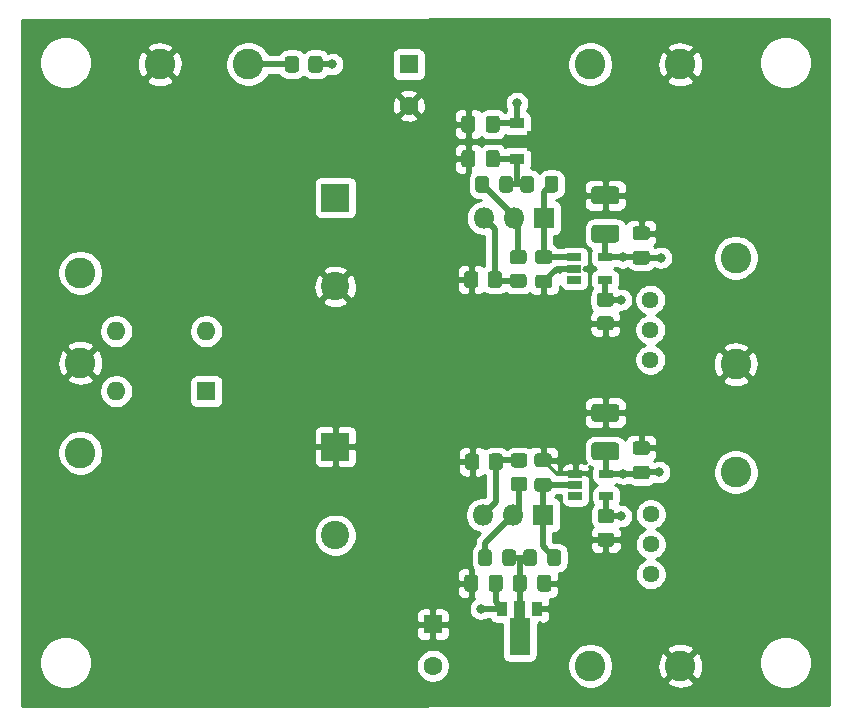
<source format=gbr>
G04 #@! TF.GenerationSoftware,KiCad,Pcbnew,(5.1.8-0-10_14)*
G04 #@! TF.CreationDate,2020-11-13T17:03:07+01:00*
G04 #@! TF.ProjectId,lv-lownoise-psu,6c762d6c-6f77-46e6-9f69-73652d707375,rev?*
G04 #@! TF.SameCoordinates,Original*
G04 #@! TF.FileFunction,Copper,L1,Top*
G04 #@! TF.FilePolarity,Positive*
%FSLAX46Y46*%
G04 Gerber Fmt 4.6, Leading zero omitted, Abs format (unit mm)*
G04 Created by KiCad (PCBNEW (5.1.8-0-10_14)) date 2020-11-13 17:03:07*
%MOMM*%
%LPD*%
G01*
G04 APERTURE LIST*
G04 #@! TA.AperFunction,ComponentPad*
%ADD10C,1.600000*%
G04 #@! TD*
G04 #@! TA.AperFunction,ComponentPad*
%ADD11R,1.600000X1.600000*%
G04 #@! TD*
G04 #@! TA.AperFunction,ComponentPad*
%ADD12C,2.400000*%
G04 #@! TD*
G04 #@! TA.AperFunction,ComponentPad*
%ADD13R,2.400000X2.400000*%
G04 #@! TD*
G04 #@! TA.AperFunction,ComponentPad*
%ADD14O,1.600000X1.600000*%
G04 #@! TD*
G04 #@! TA.AperFunction,SMDPad,CuDef*
%ADD15R,0.900000X1.300000*%
G04 #@! TD*
G04 #@! TA.AperFunction,SMDPad,CuDef*
%ADD16C,0.100000*%
G04 #@! TD*
G04 #@! TA.AperFunction,SMDPad,CuDef*
%ADD17R,1.300000X0.900000*%
G04 #@! TD*
G04 #@! TA.AperFunction,ComponentPad*
%ADD18C,2.600000*%
G04 #@! TD*
G04 #@! TA.AperFunction,ComponentPad*
%ADD19O,1.800000X1.800000*%
G04 #@! TD*
G04 #@! TA.AperFunction,ComponentPad*
%ADD20R,1.800000X1.800000*%
G04 #@! TD*
G04 #@! TA.AperFunction,SMDPad,CuDef*
%ADD21R,1.220000X0.650000*%
G04 #@! TD*
G04 #@! TA.AperFunction,ComponentPad*
%ADD22C,1.440000*%
G04 #@! TD*
G04 #@! TA.AperFunction,ViaPad*
%ADD23C,0.800000*%
G04 #@! TD*
G04 #@! TA.AperFunction,ViaPad*
%ADD24C,0.600000*%
G04 #@! TD*
G04 #@! TA.AperFunction,Conductor*
%ADD25C,0.500000*%
G04 #@! TD*
G04 #@! TA.AperFunction,Conductor*
%ADD26C,0.250000*%
G04 #@! TD*
G04 #@! TA.AperFunction,Conductor*
%ADD27C,0.254000*%
G04 #@! TD*
G04 #@! TA.AperFunction,Conductor*
%ADD28C,0.100000*%
G04 #@! TD*
G04 APERTURE END LIST*
D10*
X116205000Y-87884000D03*
D11*
X116205000Y-84384000D03*
D10*
X114173000Y-40457000D03*
D11*
X114173000Y-36957000D03*
D12*
X107950000Y-76835000D03*
D13*
X107950000Y-69335000D03*
D12*
X107950000Y-55760000D03*
D13*
X107950000Y-48260000D03*
D11*
X97028000Y-64643000D03*
D14*
X89408000Y-59563000D03*
X97028000Y-59563000D03*
X89408000Y-64643000D03*
G04 #@! TA.AperFunction,SMDPad,CuDef*
G36*
G01*
X125017000Y-78289999D02*
X125017000Y-79190001D01*
G75*
G02*
X124767001Y-79440000I-249999J0D01*
G01*
X124116999Y-79440000D01*
G75*
G02*
X123867000Y-79190001I0J249999D01*
G01*
X123867000Y-78289999D01*
G75*
G02*
X124116999Y-78040000I249999J0D01*
G01*
X124767001Y-78040000D01*
G75*
G02*
X125017000Y-78289999I0J-249999D01*
G01*
G37*
G04 #@! TD.AperFunction*
G04 #@! TA.AperFunction,SMDPad,CuDef*
G36*
G01*
X127067000Y-78289999D02*
X127067000Y-79190001D01*
G75*
G02*
X126817001Y-79440000I-249999J0D01*
G01*
X126166999Y-79440000D01*
G75*
G02*
X125917000Y-79190001I0J249999D01*
G01*
X125917000Y-78289999D01*
G75*
G02*
X126166999Y-78040000I249999J0D01*
G01*
X126817001Y-78040000D01*
G75*
G02*
X127067000Y-78289999I0J-249999D01*
G01*
G37*
G04 #@! TD.AperFunction*
G04 #@! TA.AperFunction,SMDPad,CuDef*
G36*
G01*
X122107000Y-79190001D02*
X122107000Y-78289999D01*
G75*
G02*
X122356999Y-78040000I249999J0D01*
G01*
X123007001Y-78040000D01*
G75*
G02*
X123257000Y-78289999I0J-249999D01*
G01*
X123257000Y-79190001D01*
G75*
G02*
X123007001Y-79440000I-249999J0D01*
G01*
X122356999Y-79440000D01*
G75*
G02*
X122107000Y-79190001I0J249999D01*
G01*
G37*
G04 #@! TD.AperFunction*
G04 #@! TA.AperFunction,SMDPad,CuDef*
G36*
G01*
X120057000Y-79190001D02*
X120057000Y-78289999D01*
G75*
G02*
X120306999Y-78040000I249999J0D01*
G01*
X120957001Y-78040000D01*
G75*
G02*
X121207000Y-78289999I0J-249999D01*
G01*
X121207000Y-79190001D01*
G75*
G02*
X120957001Y-79440000I-249999J0D01*
G01*
X120306999Y-79440000D01*
G75*
G02*
X120057000Y-79190001I0J249999D01*
G01*
G37*
G04 #@! TD.AperFunction*
G04 #@! TA.AperFunction,SMDPad,CuDef*
G36*
G01*
X119797500Y-44483000D02*
X119797500Y-45433000D01*
G75*
G02*
X119547500Y-45683000I-250000J0D01*
G01*
X118872500Y-45683000D01*
G75*
G02*
X118622500Y-45433000I0J250000D01*
G01*
X118622500Y-44483000D01*
G75*
G02*
X118872500Y-44233000I250000J0D01*
G01*
X119547500Y-44233000D01*
G75*
G02*
X119797500Y-44483000I0J-250000D01*
G01*
G37*
G04 #@! TD.AperFunction*
G04 #@! TA.AperFunction,SMDPad,CuDef*
G36*
G01*
X121872500Y-44483000D02*
X121872500Y-45433000D01*
G75*
G02*
X121622500Y-45683000I-250000J0D01*
G01*
X120947500Y-45683000D01*
G75*
G02*
X120697500Y-45433000I0J250000D01*
G01*
X120697500Y-44483000D01*
G75*
G02*
X120947500Y-44233000I250000J0D01*
G01*
X121622500Y-44233000D01*
G75*
G02*
X121872500Y-44483000I0J-250000D01*
G01*
G37*
G04 #@! TD.AperFunction*
G04 #@! TA.AperFunction,SMDPad,CuDef*
G36*
G01*
X125681000Y-47567001D02*
X125681000Y-46666999D01*
G75*
G02*
X125930999Y-46417000I249999J0D01*
G01*
X126581001Y-46417000D01*
G75*
G02*
X126831000Y-46666999I0J-249999D01*
G01*
X126831000Y-47567001D01*
G75*
G02*
X126581001Y-47817000I-249999J0D01*
G01*
X125930999Y-47817000D01*
G75*
G02*
X125681000Y-47567001I0J249999D01*
G01*
G37*
G04 #@! TD.AperFunction*
G04 #@! TA.AperFunction,SMDPad,CuDef*
G36*
G01*
X123631000Y-47567001D02*
X123631000Y-46666999D01*
G75*
G02*
X123880999Y-46417000I249999J0D01*
G01*
X124531001Y-46417000D01*
G75*
G02*
X124781000Y-46666999I0J-249999D01*
G01*
X124781000Y-47567001D01*
G75*
G02*
X124531001Y-47817000I-249999J0D01*
G01*
X123880999Y-47817000D01*
G75*
G02*
X123631000Y-47567001I0J249999D01*
G01*
G37*
G04 #@! TD.AperFunction*
G04 #@! TA.AperFunction,SMDPad,CuDef*
G36*
G01*
X120953000Y-46666999D02*
X120953000Y-47567001D01*
G75*
G02*
X120703001Y-47817000I-249999J0D01*
G01*
X120052999Y-47817000D01*
G75*
G02*
X119803000Y-47567001I0J249999D01*
G01*
X119803000Y-46666999D01*
G75*
G02*
X120052999Y-46417000I249999J0D01*
G01*
X120703001Y-46417000D01*
G75*
G02*
X120953000Y-46666999I0J-249999D01*
G01*
G37*
G04 #@! TD.AperFunction*
G04 #@! TA.AperFunction,SMDPad,CuDef*
G36*
G01*
X123003000Y-46666999D02*
X123003000Y-47567001D01*
G75*
G02*
X122753001Y-47817000I-249999J0D01*
G01*
X122102999Y-47817000D01*
G75*
G02*
X121853000Y-47567001I0J249999D01*
G01*
X121853000Y-46666999D01*
G75*
G02*
X122102999Y-46417000I249999J0D01*
G01*
X122753001Y-46417000D01*
G75*
G02*
X123003000Y-46666999I0J-249999D01*
G01*
G37*
G04 #@! TD.AperFunction*
D15*
X125071000Y-83059000D03*
X122071000Y-83059000D03*
G04 #@! TA.AperFunction,SMDPad,CuDef*
D16*
G36*
X122704500Y-87009000D02*
G01*
X122704500Y-83884000D01*
X123121000Y-83884000D01*
X123121000Y-82409000D01*
X124021000Y-82409000D01*
X124021000Y-83884000D01*
X124437500Y-83884000D01*
X124437500Y-87009000D01*
X122704500Y-87009000D01*
G37*
G04 #@! TD.AperFunction*
G04 #@! TA.AperFunction,SMDPad,CuDef*
G36*
X127267000Y-44324500D02*
G01*
X124142000Y-44324500D01*
X124142000Y-43908000D01*
X122667000Y-43908000D01*
X122667000Y-43008000D01*
X124142000Y-43008000D01*
X124142000Y-42591500D01*
X127267000Y-42591500D01*
X127267000Y-44324500D01*
G37*
G04 #@! TD.AperFunction*
D17*
X123317000Y-44958000D03*
X123317000Y-41958000D03*
G04 #@! TA.AperFunction,SMDPad,CuDef*
G36*
G01*
X105683000Y-37407001D02*
X105683000Y-36506999D01*
G75*
G02*
X105932999Y-36257000I249999J0D01*
G01*
X106633001Y-36257000D01*
G75*
G02*
X106883000Y-36506999I0J-249999D01*
G01*
X106883000Y-37407001D01*
G75*
G02*
X106633001Y-37657000I-249999J0D01*
G01*
X105932999Y-37657000D01*
G75*
G02*
X105683000Y-37407001I0J249999D01*
G01*
G37*
G04 #@! TD.AperFunction*
G04 #@! TA.AperFunction,SMDPad,CuDef*
G36*
G01*
X103683000Y-37407001D02*
X103683000Y-36506999D01*
G75*
G02*
X103932999Y-36257000I249999J0D01*
G01*
X104633001Y-36257000D01*
G75*
G02*
X104883000Y-36506999I0J-249999D01*
G01*
X104883000Y-37407001D01*
G75*
G02*
X104633001Y-37657000I-249999J0D01*
G01*
X103932999Y-37657000D01*
G75*
G02*
X103683000Y-37407001I0J249999D01*
G01*
G37*
G04 #@! TD.AperFunction*
D18*
X129540000Y-87884000D03*
X137160000Y-87884000D03*
X93091000Y-36957000D03*
X100584000Y-36957000D03*
G04 #@! TA.AperFunction,SMDPad,CuDef*
G36*
G01*
X120951500Y-81374000D02*
X120951500Y-80424000D01*
G75*
G02*
X121201500Y-80174000I250000J0D01*
G01*
X121876500Y-80174000D01*
G75*
G02*
X122126500Y-80424000I0J-250000D01*
G01*
X122126500Y-81374000D01*
G75*
G02*
X121876500Y-81624000I-250000J0D01*
G01*
X121201500Y-81624000D01*
G75*
G02*
X120951500Y-81374000I0J250000D01*
G01*
G37*
G04 #@! TD.AperFunction*
G04 #@! TA.AperFunction,SMDPad,CuDef*
G36*
G01*
X118876500Y-81374000D02*
X118876500Y-80424000D01*
G75*
G02*
X119126500Y-80174000I250000J0D01*
G01*
X119801500Y-80174000D01*
G75*
G02*
X120051500Y-80424000I0J-250000D01*
G01*
X120051500Y-81374000D01*
G75*
G02*
X119801500Y-81624000I-250000J0D01*
G01*
X119126500Y-81624000D01*
G75*
G02*
X118876500Y-81374000I0J250000D01*
G01*
G37*
G04 #@! TD.AperFunction*
G04 #@! TA.AperFunction,SMDPad,CuDef*
G36*
G01*
X124158500Y-80424000D02*
X124158500Y-81374000D01*
G75*
G02*
X123908500Y-81624000I-250000J0D01*
G01*
X123233500Y-81624000D01*
G75*
G02*
X122983500Y-81374000I0J250000D01*
G01*
X122983500Y-80424000D01*
G75*
G02*
X123233500Y-80174000I250000J0D01*
G01*
X123908500Y-80174000D01*
G75*
G02*
X124158500Y-80424000I0J-250000D01*
G01*
G37*
G04 #@! TD.AperFunction*
G04 #@! TA.AperFunction,SMDPad,CuDef*
G36*
G01*
X126233500Y-80424000D02*
X126233500Y-81374000D01*
G75*
G02*
X125983500Y-81624000I-250000J0D01*
G01*
X125308500Y-81624000D01*
G75*
G02*
X125058500Y-81374000I0J250000D01*
G01*
X125058500Y-80424000D01*
G75*
G02*
X125308500Y-80174000I250000J0D01*
G01*
X125983500Y-80174000D01*
G75*
G02*
X126233500Y-80424000I0J-250000D01*
G01*
G37*
G04 #@! TD.AperFunction*
X137160000Y-36957000D03*
X129540000Y-36957000D03*
G04 #@! TA.AperFunction,SMDPad,CuDef*
G36*
G01*
X119797500Y-41562000D02*
X119797500Y-42512000D01*
G75*
G02*
X119547500Y-42762000I-250000J0D01*
G01*
X118872500Y-42762000D01*
G75*
G02*
X118622500Y-42512000I0J250000D01*
G01*
X118622500Y-41562000D01*
G75*
G02*
X118872500Y-41312000I250000J0D01*
G01*
X119547500Y-41312000D01*
G75*
G02*
X119797500Y-41562000I0J-250000D01*
G01*
G37*
G04 #@! TD.AperFunction*
G04 #@! TA.AperFunction,SMDPad,CuDef*
G36*
G01*
X121872500Y-41562000D02*
X121872500Y-42512000D01*
G75*
G02*
X121622500Y-42762000I-250000J0D01*
G01*
X120947500Y-42762000D01*
G75*
G02*
X120697500Y-42512000I0J250000D01*
G01*
X120697500Y-41562000D01*
G75*
G02*
X120947500Y-41312000I250000J0D01*
G01*
X121622500Y-41312000D01*
G75*
G02*
X121872500Y-41562000I0J-250000D01*
G01*
G37*
G04 #@! TD.AperFunction*
G04 #@! TA.AperFunction,SMDPad,CuDef*
G36*
G01*
X123057499Y-71901000D02*
X123957501Y-71901000D01*
G75*
G02*
X124207500Y-72150999I0J-249999D01*
G01*
X124207500Y-72851001D01*
G75*
G02*
X123957501Y-73101000I-249999J0D01*
G01*
X123057499Y-73101000D01*
G75*
G02*
X122807500Y-72851001I0J249999D01*
G01*
X122807500Y-72150999D01*
G75*
G02*
X123057499Y-71901000I249999J0D01*
G01*
G37*
G04 #@! TD.AperFunction*
G04 #@! TA.AperFunction,SMDPad,CuDef*
G36*
G01*
X123057499Y-69901000D02*
X123957501Y-69901000D01*
G75*
G02*
X124207500Y-70150999I0J-249999D01*
G01*
X124207500Y-70851001D01*
G75*
G02*
X123957501Y-71101000I-249999J0D01*
G01*
X123057499Y-71101000D01*
G75*
G02*
X122807500Y-70851001I0J249999D01*
G01*
X122807500Y-70150999D01*
G75*
G02*
X123057499Y-69901000I249999J0D01*
G01*
G37*
G04 #@! TD.AperFunction*
G04 #@! TA.AperFunction,SMDPad,CuDef*
G36*
G01*
X120939000Y-71062001D02*
X120939000Y-70161999D01*
G75*
G02*
X121188999Y-69912000I249999J0D01*
G01*
X121889001Y-69912000D01*
G75*
G02*
X122139000Y-70161999I0J-249999D01*
G01*
X122139000Y-71062001D01*
G75*
G02*
X121889001Y-71312000I-249999J0D01*
G01*
X121188999Y-71312000D01*
G75*
G02*
X120939000Y-71062001I0J249999D01*
G01*
G37*
G04 #@! TD.AperFunction*
G04 #@! TA.AperFunction,SMDPad,CuDef*
G36*
G01*
X118939000Y-71062001D02*
X118939000Y-70161999D01*
G75*
G02*
X119188999Y-69912000I249999J0D01*
G01*
X119889001Y-69912000D01*
G75*
G02*
X120139000Y-70161999I0J-249999D01*
G01*
X120139000Y-71062001D01*
G75*
G02*
X119889001Y-71312000I-249999J0D01*
G01*
X119188999Y-71312000D01*
G75*
G02*
X118939000Y-71062001I0J249999D01*
G01*
G37*
G04 #@! TD.AperFunction*
G04 #@! TA.AperFunction,SMDPad,CuDef*
G36*
G01*
X120059500Y-54731499D02*
X120059500Y-55631501D01*
G75*
G02*
X119809501Y-55881500I-249999J0D01*
G01*
X119109499Y-55881500D01*
G75*
G02*
X118859500Y-55631501I0J249999D01*
G01*
X118859500Y-54731499D01*
G75*
G02*
X119109499Y-54481500I249999J0D01*
G01*
X119809501Y-54481500D01*
G75*
G02*
X120059500Y-54731499I0J-249999D01*
G01*
G37*
G04 #@! TD.AperFunction*
G04 #@! TA.AperFunction,SMDPad,CuDef*
G36*
G01*
X122059500Y-54731499D02*
X122059500Y-55631501D01*
G75*
G02*
X121809501Y-55881500I-249999J0D01*
G01*
X121109499Y-55881500D01*
G75*
G02*
X120859500Y-55631501I0J249999D01*
G01*
X120859500Y-54731499D01*
G75*
G02*
X121109499Y-54481500I249999J0D01*
G01*
X121809501Y-54481500D01*
G75*
G02*
X122059500Y-54731499I0J-249999D01*
G01*
G37*
G04 #@! TD.AperFunction*
G04 #@! TA.AperFunction,SMDPad,CuDef*
G36*
G01*
X122993999Y-54692500D02*
X123894001Y-54692500D01*
G75*
G02*
X124144000Y-54942499I0J-249999D01*
G01*
X124144000Y-55642501D01*
G75*
G02*
X123894001Y-55892500I-249999J0D01*
G01*
X122993999Y-55892500D01*
G75*
G02*
X122744000Y-55642501I0J249999D01*
G01*
X122744000Y-54942499D01*
G75*
G02*
X122993999Y-54692500I249999J0D01*
G01*
G37*
G04 #@! TD.AperFunction*
G04 #@! TA.AperFunction,SMDPad,CuDef*
G36*
G01*
X122993999Y-52692500D02*
X123894001Y-52692500D01*
G75*
G02*
X124144000Y-52942499I0J-249999D01*
G01*
X124144000Y-53642501D01*
G75*
G02*
X123894001Y-53892500I-249999J0D01*
G01*
X122993999Y-53892500D01*
G75*
G02*
X122744000Y-53642501I0J249999D01*
G01*
X122744000Y-52942499D01*
G75*
G02*
X122993999Y-52692500I249999J0D01*
G01*
G37*
G04 #@! TD.AperFunction*
D19*
X120459500Y-75120500D03*
X122999500Y-75120500D03*
D20*
X125539500Y-75120500D03*
D19*
X120523000Y-49974500D03*
X123063000Y-49974500D03*
D20*
X125603000Y-49974500D03*
D21*
X130890000Y-71628000D03*
X130890000Y-73528000D03*
X128270000Y-73528000D03*
X128270000Y-72578000D03*
X128270000Y-71628000D03*
X130791001Y-53302001D03*
X130791001Y-55202001D03*
X128171001Y-55202001D03*
X128171001Y-54252001D03*
X128171001Y-53302001D03*
D22*
X134670800Y-80137000D03*
X134670800Y-77597000D03*
X134670800Y-75057000D03*
X134620000Y-61976000D03*
X134620000Y-59436000D03*
X134620000Y-56896000D03*
G04 #@! TA.AperFunction,SMDPad,CuDef*
G36*
G01*
X131310801Y-75809400D02*
X130410799Y-75809400D01*
G75*
G02*
X130160800Y-75559401I0J249999D01*
G01*
X130160800Y-74859399D01*
G75*
G02*
X130410799Y-74609400I249999J0D01*
G01*
X131310801Y-74609400D01*
G75*
G02*
X131560800Y-74859399I0J-249999D01*
G01*
X131560800Y-75559401D01*
G75*
G02*
X131310801Y-75809400I-249999J0D01*
G01*
G37*
G04 #@! TD.AperFunction*
G04 #@! TA.AperFunction,SMDPad,CuDef*
G36*
G01*
X131310801Y-77809400D02*
X130410799Y-77809400D01*
G75*
G02*
X130160800Y-77559401I0J249999D01*
G01*
X130160800Y-76859399D01*
G75*
G02*
X130410799Y-76609400I249999J0D01*
G01*
X131310801Y-76609400D01*
G75*
G02*
X131560800Y-76859399I0J-249999D01*
G01*
X131560800Y-77559401D01*
G75*
G02*
X131310801Y-77809400I-249999J0D01*
G01*
G37*
G04 #@! TD.AperFunction*
G04 #@! TA.AperFunction,SMDPad,CuDef*
G36*
G01*
X130359999Y-58296000D02*
X131260001Y-58296000D01*
G75*
G02*
X131510000Y-58545999I0J-249999D01*
G01*
X131510000Y-59246001D01*
G75*
G02*
X131260001Y-59496000I-249999J0D01*
G01*
X130359999Y-59496000D01*
G75*
G02*
X130110000Y-59246001I0J249999D01*
G01*
X130110000Y-58545999D01*
G75*
G02*
X130359999Y-58296000I249999J0D01*
G01*
G37*
G04 #@! TD.AperFunction*
G04 #@! TA.AperFunction,SMDPad,CuDef*
G36*
G01*
X130359999Y-56296000D02*
X131260001Y-56296000D01*
G75*
G02*
X131510000Y-56545999I0J-249999D01*
G01*
X131510000Y-57246001D01*
G75*
G02*
X131260001Y-57496000I-249999J0D01*
G01*
X130359999Y-57496000D01*
G75*
G02*
X130110000Y-57246001I0J249999D01*
G01*
X130110000Y-56545999D01*
G75*
G02*
X130359999Y-56296000I249999J0D01*
G01*
G37*
G04 #@! TD.AperFunction*
D18*
X141859000Y-71501000D03*
X141859000Y-62357000D03*
X141859000Y-53340000D03*
X86360000Y-54610000D03*
X86360000Y-62230000D03*
X86360000Y-69850000D03*
G04 #@! TA.AperFunction,SMDPad,CuDef*
G36*
G01*
X133383000Y-70935000D02*
X134333000Y-70935000D01*
G75*
G02*
X134583000Y-71185000I0J-250000D01*
G01*
X134583000Y-71860000D01*
G75*
G02*
X134333000Y-72110000I-250000J0D01*
G01*
X133383000Y-72110000D01*
G75*
G02*
X133133000Y-71860000I0J250000D01*
G01*
X133133000Y-71185000D01*
G75*
G02*
X133383000Y-70935000I250000J0D01*
G01*
G37*
G04 #@! TD.AperFunction*
G04 #@! TA.AperFunction,SMDPad,CuDef*
G36*
G01*
X133383000Y-68860000D02*
X134333000Y-68860000D01*
G75*
G02*
X134583000Y-69110000I0J-250000D01*
G01*
X134583000Y-69785000D01*
G75*
G02*
X134333000Y-70035000I-250000J0D01*
G01*
X133383000Y-70035000D01*
G75*
G02*
X133133000Y-69785000I0J250000D01*
G01*
X133133000Y-69110000D01*
G75*
G02*
X133383000Y-68860000I250000J0D01*
G01*
G37*
G04 #@! TD.AperFunction*
G04 #@! TA.AperFunction,SMDPad,CuDef*
G36*
G01*
X134333000Y-51852500D02*
X133383000Y-51852500D01*
G75*
G02*
X133133000Y-51602500I0J250000D01*
G01*
X133133000Y-50927500D01*
G75*
G02*
X133383000Y-50677500I250000J0D01*
G01*
X134333000Y-50677500D01*
G75*
G02*
X134583000Y-50927500I0J-250000D01*
G01*
X134583000Y-51602500D01*
G75*
G02*
X134333000Y-51852500I-250000J0D01*
G01*
G37*
G04 #@! TD.AperFunction*
G04 #@! TA.AperFunction,SMDPad,CuDef*
G36*
G01*
X134333000Y-53927500D02*
X133383000Y-53927500D01*
G75*
G02*
X133133000Y-53677500I0J250000D01*
G01*
X133133000Y-53002500D01*
G75*
G02*
X133383000Y-52752500I250000J0D01*
G01*
X134333000Y-52752500D01*
G75*
G02*
X134583000Y-53002500I0J-250000D01*
G01*
X134583000Y-53677500D01*
G75*
G02*
X134333000Y-53927500I-250000J0D01*
G01*
G37*
G04 #@! TD.AperFunction*
G04 #@! TA.AperFunction,SMDPad,CuDef*
G36*
G01*
X129885000Y-68973000D02*
X131735000Y-68973000D01*
G75*
G02*
X131985000Y-69223000I0J-250000D01*
G01*
X131985000Y-70223000D01*
G75*
G02*
X131735000Y-70473000I-250000J0D01*
G01*
X129885000Y-70473000D01*
G75*
G02*
X129635000Y-70223000I0J250000D01*
G01*
X129635000Y-69223000D01*
G75*
G02*
X129885000Y-68973000I250000J0D01*
G01*
G37*
G04 #@! TD.AperFunction*
G04 #@! TA.AperFunction,SMDPad,CuDef*
G36*
G01*
X129885000Y-65723000D02*
X131735000Y-65723000D01*
G75*
G02*
X131985000Y-65973000I0J-250000D01*
G01*
X131985000Y-66973000D01*
G75*
G02*
X131735000Y-67223000I-250000J0D01*
G01*
X129885000Y-67223000D01*
G75*
G02*
X129635000Y-66973000I0J250000D01*
G01*
X129635000Y-65973000D01*
G75*
G02*
X129885000Y-65723000I250000J0D01*
G01*
G37*
G04 #@! TD.AperFunction*
G04 #@! TA.AperFunction,SMDPad,CuDef*
G36*
G01*
X131735000Y-48808000D02*
X129885000Y-48808000D01*
G75*
G02*
X129635000Y-48558000I0J250000D01*
G01*
X129635000Y-47558000D01*
G75*
G02*
X129885000Y-47308000I250000J0D01*
G01*
X131735000Y-47308000D01*
G75*
G02*
X131985000Y-47558000I0J-250000D01*
G01*
X131985000Y-48558000D01*
G75*
G02*
X131735000Y-48808000I-250000J0D01*
G01*
G37*
G04 #@! TD.AperFunction*
G04 #@! TA.AperFunction,SMDPad,CuDef*
G36*
G01*
X131735000Y-52058000D02*
X129885000Y-52058000D01*
G75*
G02*
X129635000Y-51808000I0J250000D01*
G01*
X129635000Y-50808000D01*
G75*
G02*
X129885000Y-50558000I250000J0D01*
G01*
X131735000Y-50558000D01*
G75*
G02*
X131985000Y-50808000I0J-250000D01*
G01*
X131985000Y-51808000D01*
G75*
G02*
X131735000Y-52058000I-250000J0D01*
G01*
G37*
G04 #@! TD.AperFunction*
G04 #@! TA.AperFunction,SMDPad,CuDef*
G36*
G01*
X125064500Y-71972500D02*
X126014500Y-71972500D01*
G75*
G02*
X126264500Y-72222500I0J-250000D01*
G01*
X126264500Y-72897500D01*
G75*
G02*
X126014500Y-73147500I-250000J0D01*
G01*
X125064500Y-73147500D01*
G75*
G02*
X124814500Y-72897500I0J250000D01*
G01*
X124814500Y-72222500D01*
G75*
G02*
X125064500Y-71972500I250000J0D01*
G01*
G37*
G04 #@! TD.AperFunction*
G04 #@! TA.AperFunction,SMDPad,CuDef*
G36*
G01*
X125064500Y-69897500D02*
X126014500Y-69897500D01*
G75*
G02*
X126264500Y-70147500I0J-250000D01*
G01*
X126264500Y-70822500D01*
G75*
G02*
X126014500Y-71072500I-250000J0D01*
G01*
X125064500Y-71072500D01*
G75*
G02*
X124814500Y-70822500I0J250000D01*
G01*
X124814500Y-70147500D01*
G75*
G02*
X125064500Y-69897500I250000J0D01*
G01*
G37*
G04 #@! TD.AperFunction*
G04 #@! TA.AperFunction,SMDPad,CuDef*
G36*
G01*
X125128000Y-54764000D02*
X126078000Y-54764000D01*
G75*
G02*
X126328000Y-55014000I0J-250000D01*
G01*
X126328000Y-55689000D01*
G75*
G02*
X126078000Y-55939000I-250000J0D01*
G01*
X125128000Y-55939000D01*
G75*
G02*
X124878000Y-55689000I0J250000D01*
G01*
X124878000Y-55014000D01*
G75*
G02*
X125128000Y-54764000I250000J0D01*
G01*
G37*
G04 #@! TD.AperFunction*
G04 #@! TA.AperFunction,SMDPad,CuDef*
G36*
G01*
X125128000Y-52689000D02*
X126078000Y-52689000D01*
G75*
G02*
X126328000Y-52939000I0J-250000D01*
G01*
X126328000Y-53614000D01*
G75*
G02*
X126078000Y-53864000I-250000J0D01*
G01*
X125128000Y-53864000D01*
G75*
G02*
X124878000Y-53614000I0J250000D01*
G01*
X124878000Y-52939000D01*
G75*
G02*
X125128000Y-52689000I250000J0D01*
G01*
G37*
G04 #@! TD.AperFunction*
D23*
X132296001Y-53302001D03*
X135509000Y-53340000D03*
D24*
X130791001Y-53302001D03*
D23*
X135382000Y-71501000D03*
X132334000Y-71628000D03*
D24*
X130890000Y-71628000D03*
D23*
X132130800Y-56896000D03*
X132130800Y-75209400D03*
D24*
X128171001Y-55202001D03*
X128270000Y-73528000D03*
D23*
X107696000Y-36957000D03*
X123317000Y-40259000D03*
X120269000Y-83058000D03*
D25*
X126702499Y-54252001D02*
X125603000Y-55351500D01*
X128171001Y-54252001D02*
X126702499Y-54252001D01*
D26*
X126682500Y-71628000D02*
X125539500Y-70485000D01*
X128270000Y-71628000D02*
X126682500Y-71628000D01*
D25*
X123460000Y-53276500D02*
X123444000Y-53292500D01*
X123444000Y-50355500D02*
X123063000Y-49974500D01*
X123444000Y-53292500D02*
X123444000Y-50355500D01*
X123063000Y-49802000D02*
X120378000Y-47117000D01*
X123063000Y-49974500D02*
X123063000Y-49802000D01*
X133820001Y-53302001D02*
X133858000Y-53340000D01*
X130791001Y-51326999D02*
X130810000Y-51308000D01*
X130791001Y-53302001D02*
X130791001Y-51326999D01*
X132296001Y-53302001D02*
X133820001Y-53302001D01*
X130791001Y-53302001D02*
X132296001Y-53302001D01*
X133858000Y-53340000D02*
X135509000Y-53340000D01*
X130890000Y-69803000D02*
X130810000Y-69723000D01*
X130890000Y-71628000D02*
X130890000Y-69803000D01*
X133752500Y-71628000D02*
X133858000Y-71522500D01*
X135360500Y-71522500D02*
X135382000Y-71501000D01*
X133858000Y-71522500D02*
X135360500Y-71522500D01*
X132334000Y-71628000D02*
X133752500Y-71628000D01*
X130890000Y-71628000D02*
X132334000Y-71628000D01*
X130791001Y-56877001D02*
X130810000Y-56896000D01*
X130791001Y-55202001D02*
X130791001Y-56877001D01*
X130810000Y-56896000D02*
X132130800Y-56896000D01*
X130890000Y-75180200D02*
X130860800Y-75209400D01*
X130890000Y-73528000D02*
X130890000Y-75180200D01*
X130860800Y-75209400D02*
X132130800Y-75209400D01*
X128145500Y-53276500D02*
X128171001Y-53302001D01*
X125603000Y-53276500D02*
X128145500Y-53276500D01*
X125603000Y-49720500D02*
X125539500Y-49657000D01*
X125603000Y-53276500D02*
X125603000Y-49974500D01*
X125603000Y-47770000D02*
X126256000Y-47117000D01*
X125603000Y-49974500D02*
X125603000Y-47770000D01*
X125496500Y-72517000D02*
X125539500Y-72560000D01*
X128252000Y-72560000D02*
X128270000Y-72578000D01*
X125539500Y-72560000D02*
X128252000Y-72560000D01*
X125539500Y-75120500D02*
X125539500Y-72560000D01*
X125539500Y-77787500D02*
X126492000Y-78740000D01*
X125539500Y-75120500D02*
X125539500Y-77787500D01*
X121570500Y-55292500D02*
X121459500Y-55181500D01*
X123444000Y-55292500D02*
X121570500Y-55292500D01*
X121459500Y-50911000D02*
X120523000Y-49974500D01*
X121459500Y-55181500D02*
X121459500Y-50911000D01*
X121650000Y-70501000D02*
X121539000Y-70612000D01*
X121539000Y-74041000D02*
X120459500Y-75120500D01*
X121539000Y-70612000D02*
X121539000Y-74041000D01*
X123507500Y-70501000D02*
X121650000Y-70501000D01*
X106172000Y-36957000D02*
X106283000Y-36957000D01*
X121364000Y-41958000D02*
X121285000Y-42037000D01*
X123317000Y-41958000D02*
X121364000Y-41958000D01*
X106283000Y-36957000D02*
X107696000Y-36957000D01*
X123317000Y-41958000D02*
X123317000Y-40259000D01*
X123571000Y-78867000D02*
X123698000Y-78740000D01*
X123698000Y-78740000D02*
X122682000Y-78740000D01*
X123571000Y-80899000D02*
X123571000Y-78867000D01*
X124442000Y-78740000D02*
X123698000Y-78740000D01*
X123571000Y-83146500D02*
X123571000Y-80899000D01*
X121539000Y-82527000D02*
X122071000Y-83059000D01*
X121539000Y-80899000D02*
X121539000Y-82527000D01*
X122070000Y-83058000D02*
X122071000Y-83059000D01*
X120269000Y-83058000D02*
X122070000Y-83058000D01*
X104283000Y-36957000D02*
X100584000Y-36957000D01*
X123317000Y-44958000D02*
X123317000Y-47117000D01*
X123317000Y-47117000D02*
X124206000Y-47117000D01*
X122428000Y-47117000D02*
X123317000Y-47117000D01*
X123317000Y-44958000D02*
X121285000Y-44958000D01*
X123566500Y-72560000D02*
X123507500Y-72501000D01*
X123507500Y-74612500D02*
X122999500Y-75120500D01*
X123507500Y-72501000D02*
X123507500Y-74612500D01*
X120632000Y-77488000D02*
X122999500Y-75120500D01*
X120632000Y-78740000D02*
X120632000Y-77488000D01*
D27*
X149733000Y-91233772D02*
X81407000Y-91312853D01*
X81407000Y-87409872D01*
X82855000Y-87409872D01*
X82855000Y-87850128D01*
X82940890Y-88281925D01*
X83109369Y-88688669D01*
X83353962Y-89054729D01*
X83665271Y-89366038D01*
X84031331Y-89610631D01*
X84438075Y-89779110D01*
X84869872Y-89865000D01*
X85310128Y-89865000D01*
X85741925Y-89779110D01*
X86148669Y-89610631D01*
X86514729Y-89366038D01*
X86826038Y-89054729D01*
X87070631Y-88688669D01*
X87239110Y-88281925D01*
X87325000Y-87850128D01*
X87325000Y-87742665D01*
X114770000Y-87742665D01*
X114770000Y-88025335D01*
X114825147Y-88302574D01*
X114933320Y-88563727D01*
X115090363Y-88798759D01*
X115290241Y-88998637D01*
X115525273Y-89155680D01*
X115786426Y-89263853D01*
X116063665Y-89319000D01*
X116346335Y-89319000D01*
X116623574Y-89263853D01*
X116884727Y-89155680D01*
X117119759Y-88998637D01*
X117319637Y-88798759D01*
X117476680Y-88563727D01*
X117584853Y-88302574D01*
X117640000Y-88025335D01*
X117640000Y-87742665D01*
X117630205Y-87693419D01*
X127605000Y-87693419D01*
X127605000Y-88074581D01*
X127679361Y-88448419D01*
X127825225Y-88800566D01*
X128036987Y-89117491D01*
X128306509Y-89387013D01*
X128623434Y-89598775D01*
X128975581Y-89744639D01*
X129349419Y-89819000D01*
X129730581Y-89819000D01*
X130104419Y-89744639D01*
X130456566Y-89598775D01*
X130773491Y-89387013D01*
X130927280Y-89233224D01*
X135990381Y-89233224D01*
X136122317Y-89528312D01*
X136463045Y-89699159D01*
X136830557Y-89800250D01*
X137210729Y-89827701D01*
X137588951Y-89780457D01*
X137950690Y-89660333D01*
X138197683Y-89528312D01*
X138329619Y-89233224D01*
X137160000Y-88063605D01*
X135990381Y-89233224D01*
X130927280Y-89233224D01*
X131043013Y-89117491D01*
X131254775Y-88800566D01*
X131400639Y-88448419D01*
X131475000Y-88074581D01*
X131475000Y-87934729D01*
X135216299Y-87934729D01*
X135263543Y-88312951D01*
X135383667Y-88674690D01*
X135515688Y-88921683D01*
X135810776Y-89053619D01*
X136980395Y-87884000D01*
X137339605Y-87884000D01*
X138509224Y-89053619D01*
X138804312Y-88921683D01*
X138975159Y-88580955D01*
X139076250Y-88213443D01*
X139103701Y-87833271D01*
X139056457Y-87455049D01*
X139041455Y-87409872D01*
X143815000Y-87409872D01*
X143815000Y-87850128D01*
X143900890Y-88281925D01*
X144069369Y-88688669D01*
X144313962Y-89054729D01*
X144625271Y-89366038D01*
X144991331Y-89610631D01*
X145398075Y-89779110D01*
X145829872Y-89865000D01*
X146270128Y-89865000D01*
X146701925Y-89779110D01*
X147108669Y-89610631D01*
X147474729Y-89366038D01*
X147786038Y-89054729D01*
X148030631Y-88688669D01*
X148199110Y-88281925D01*
X148285000Y-87850128D01*
X148285000Y-87409872D01*
X148199110Y-86978075D01*
X148030631Y-86571331D01*
X147786038Y-86205271D01*
X147474729Y-85893962D01*
X147108669Y-85649369D01*
X146701925Y-85480890D01*
X146270128Y-85395000D01*
X145829872Y-85395000D01*
X145398075Y-85480890D01*
X144991331Y-85649369D01*
X144625271Y-85893962D01*
X144313962Y-86205271D01*
X144069369Y-86571331D01*
X143900890Y-86978075D01*
X143815000Y-87409872D01*
X139041455Y-87409872D01*
X138936333Y-87093310D01*
X138804312Y-86846317D01*
X138509224Y-86714381D01*
X137339605Y-87884000D01*
X136980395Y-87884000D01*
X135810776Y-86714381D01*
X135515688Y-86846317D01*
X135344841Y-87187045D01*
X135243750Y-87554557D01*
X135216299Y-87934729D01*
X131475000Y-87934729D01*
X131475000Y-87693419D01*
X131400639Y-87319581D01*
X131254775Y-86967434D01*
X131043013Y-86650509D01*
X130927280Y-86534776D01*
X135990381Y-86534776D01*
X137160000Y-87704395D01*
X138329619Y-86534776D01*
X138197683Y-86239688D01*
X137856955Y-86068841D01*
X137489443Y-85967750D01*
X137109271Y-85940299D01*
X136731049Y-85987543D01*
X136369310Y-86107667D01*
X136122317Y-86239688D01*
X135990381Y-86534776D01*
X130927280Y-86534776D01*
X130773491Y-86380987D01*
X130456566Y-86169225D01*
X130104419Y-86023361D01*
X129730581Y-85949000D01*
X129349419Y-85949000D01*
X128975581Y-86023361D01*
X128623434Y-86169225D01*
X128306509Y-86380987D01*
X128036987Y-86650509D01*
X127825225Y-86967434D01*
X127679361Y-87319581D01*
X127605000Y-87693419D01*
X117630205Y-87693419D01*
X117584853Y-87465426D01*
X117476680Y-87204273D01*
X117319637Y-86969241D01*
X117119759Y-86769363D01*
X116884727Y-86612320D01*
X116623574Y-86504147D01*
X116346335Y-86449000D01*
X116063665Y-86449000D01*
X115786426Y-86504147D01*
X115525273Y-86612320D01*
X115290241Y-86769363D01*
X115090363Y-86969241D01*
X114933320Y-87204273D01*
X114825147Y-87465426D01*
X114770000Y-87742665D01*
X87325000Y-87742665D01*
X87325000Y-87409872D01*
X87239110Y-86978075D01*
X87070631Y-86571331D01*
X86826038Y-86205271D01*
X86514729Y-85893962D01*
X86148669Y-85649369D01*
X85741925Y-85480890D01*
X85310128Y-85395000D01*
X84869872Y-85395000D01*
X84438075Y-85480890D01*
X84031331Y-85649369D01*
X83665271Y-85893962D01*
X83353962Y-86205271D01*
X83109369Y-86571331D01*
X82940890Y-86978075D01*
X82855000Y-87409872D01*
X81407000Y-87409872D01*
X81407000Y-85184000D01*
X114766928Y-85184000D01*
X114779188Y-85308482D01*
X114815498Y-85428180D01*
X114874463Y-85538494D01*
X114953815Y-85635185D01*
X115050506Y-85714537D01*
X115160820Y-85773502D01*
X115280518Y-85809812D01*
X115405000Y-85822072D01*
X115919250Y-85819000D01*
X116078000Y-85660250D01*
X116078000Y-84511000D01*
X116332000Y-84511000D01*
X116332000Y-85660250D01*
X116490750Y-85819000D01*
X117005000Y-85822072D01*
X117129482Y-85809812D01*
X117249180Y-85773502D01*
X117359494Y-85714537D01*
X117456185Y-85635185D01*
X117535537Y-85538494D01*
X117594502Y-85428180D01*
X117630812Y-85308482D01*
X117643072Y-85184000D01*
X117640000Y-84669750D01*
X117481250Y-84511000D01*
X116332000Y-84511000D01*
X116078000Y-84511000D01*
X114928750Y-84511000D01*
X114770000Y-84669750D01*
X114766928Y-85184000D01*
X81407000Y-85184000D01*
X81407000Y-83584000D01*
X114766928Y-83584000D01*
X114770000Y-84098250D01*
X114928750Y-84257000D01*
X116078000Y-84257000D01*
X116078000Y-83107750D01*
X116332000Y-83107750D01*
X116332000Y-84257000D01*
X117481250Y-84257000D01*
X117640000Y-84098250D01*
X117643072Y-83584000D01*
X117630812Y-83459518D01*
X117594502Y-83339820D01*
X117535537Y-83229506D01*
X117456185Y-83132815D01*
X117359494Y-83053463D01*
X117249180Y-82994498D01*
X117129482Y-82958188D01*
X117005000Y-82945928D01*
X116490750Y-82949000D01*
X116332000Y-83107750D01*
X116078000Y-83107750D01*
X115919250Y-82949000D01*
X115405000Y-82945928D01*
X115280518Y-82958188D01*
X115160820Y-82994498D01*
X115050506Y-83053463D01*
X114953815Y-83132815D01*
X114874463Y-83229506D01*
X114815498Y-83339820D01*
X114779188Y-83459518D01*
X114766928Y-83584000D01*
X81407000Y-83584000D01*
X81407000Y-81624000D01*
X118238428Y-81624000D01*
X118250688Y-81748482D01*
X118286998Y-81868180D01*
X118345963Y-81978494D01*
X118425315Y-82075185D01*
X118522006Y-82154537D01*
X118632320Y-82213502D01*
X118752018Y-82249812D01*
X118876500Y-82262072D01*
X119178250Y-82259000D01*
X119337000Y-82100250D01*
X119337000Y-81026000D01*
X118400250Y-81026000D01*
X118241500Y-81184750D01*
X118238428Y-81624000D01*
X81407000Y-81624000D01*
X81407000Y-80174000D01*
X118238428Y-80174000D01*
X118241500Y-80613250D01*
X118400250Y-80772000D01*
X119337000Y-80772000D01*
X119337000Y-79697750D01*
X119178250Y-79539000D01*
X118876500Y-79535928D01*
X118752018Y-79548188D01*
X118632320Y-79584498D01*
X118522006Y-79643463D01*
X118425315Y-79722815D01*
X118345963Y-79819506D01*
X118286998Y-79929820D01*
X118250688Y-80049518D01*
X118238428Y-80174000D01*
X81407000Y-80174000D01*
X81407000Y-76654268D01*
X106115000Y-76654268D01*
X106115000Y-77015732D01*
X106185518Y-77370250D01*
X106323844Y-77704199D01*
X106524662Y-78004744D01*
X106780256Y-78260338D01*
X107080801Y-78461156D01*
X107414750Y-78599482D01*
X107769268Y-78670000D01*
X108130732Y-78670000D01*
X108485250Y-78599482D01*
X108819199Y-78461156D01*
X109119744Y-78260338D01*
X109375338Y-78004744D01*
X109576156Y-77704199D01*
X109714482Y-77370250D01*
X109785000Y-77015732D01*
X109785000Y-76654268D01*
X109714482Y-76299750D01*
X109576156Y-75965801D01*
X109375338Y-75665256D01*
X109119744Y-75409662D01*
X108819199Y-75208844D01*
X108485250Y-75070518D01*
X108130732Y-75000000D01*
X107769268Y-75000000D01*
X107414750Y-75070518D01*
X107080801Y-75208844D01*
X106780256Y-75409662D01*
X106524662Y-75665256D01*
X106323844Y-75965801D01*
X106185518Y-76299750D01*
X106115000Y-76654268D01*
X81407000Y-76654268D01*
X81407000Y-74969316D01*
X118924500Y-74969316D01*
X118924500Y-75271684D01*
X118983489Y-75568243D01*
X119099201Y-75847595D01*
X119267188Y-76099005D01*
X119480995Y-76312812D01*
X119732405Y-76480799D01*
X120011757Y-76596511D01*
X120228749Y-76639673D01*
X120036951Y-76831471D01*
X120003184Y-76859183D01*
X119975471Y-76892951D01*
X119975468Y-76892954D01*
X119892590Y-76993941D01*
X119810412Y-77147687D01*
X119759805Y-77314510D01*
X119742719Y-77488000D01*
X119747001Y-77531478D01*
X119747001Y-77606262D01*
X119679038Y-77662038D01*
X119568595Y-77796613D01*
X119486528Y-77950149D01*
X119435992Y-78116745D01*
X119418928Y-78289999D01*
X119418928Y-79190001D01*
X119435992Y-79363255D01*
X119486528Y-79529851D01*
X119568595Y-79683387D01*
X119591000Y-79710688D01*
X119591000Y-80772000D01*
X119611000Y-80772000D01*
X119611000Y-81026000D01*
X119591000Y-81026000D01*
X119591000Y-82100250D01*
X119690505Y-82199755D01*
X119609226Y-82254063D01*
X119465063Y-82398226D01*
X119351795Y-82567744D01*
X119273774Y-82756102D01*
X119234000Y-82956061D01*
X119234000Y-83159939D01*
X119273774Y-83359898D01*
X119351795Y-83548256D01*
X119465063Y-83717774D01*
X119609226Y-83861937D01*
X119778744Y-83975205D01*
X119967102Y-84053226D01*
X120167061Y-84093000D01*
X120370939Y-84093000D01*
X120570898Y-84053226D01*
X120759256Y-83975205D01*
X120807454Y-83943000D01*
X121028410Y-83943000D01*
X121031498Y-83953180D01*
X121090463Y-84063494D01*
X121169815Y-84160185D01*
X121266506Y-84239537D01*
X121376820Y-84298502D01*
X121496518Y-84334812D01*
X121621000Y-84347072D01*
X122066428Y-84347072D01*
X122066428Y-87009000D01*
X122078688Y-87133482D01*
X122114998Y-87253180D01*
X122173963Y-87363494D01*
X122253315Y-87460185D01*
X122350006Y-87539537D01*
X122460320Y-87598502D01*
X122580018Y-87634812D01*
X122704500Y-87647072D01*
X124437500Y-87647072D01*
X124561982Y-87634812D01*
X124681680Y-87598502D01*
X124791994Y-87539537D01*
X124888685Y-87460185D01*
X124968037Y-87363494D01*
X125027002Y-87253180D01*
X125063312Y-87133482D01*
X125075572Y-87009000D01*
X125075572Y-84344000D01*
X125198002Y-84344000D01*
X125198002Y-84185252D01*
X125356750Y-84344000D01*
X125521000Y-84347072D01*
X125645482Y-84334812D01*
X125765180Y-84298502D01*
X125875494Y-84239537D01*
X125972185Y-84160185D01*
X126051537Y-84063494D01*
X126110502Y-83953180D01*
X126146812Y-83833482D01*
X126159072Y-83709000D01*
X126156000Y-83344750D01*
X125997250Y-83186000D01*
X125198000Y-83186000D01*
X125198000Y-83206000D01*
X124944000Y-83206000D01*
X124944000Y-83186000D01*
X124924000Y-83186000D01*
X124924000Y-82932000D01*
X124944000Y-82932000D01*
X124944000Y-82912000D01*
X125198000Y-82912000D01*
X125198000Y-82932000D01*
X125997250Y-82932000D01*
X126156000Y-82773250D01*
X126159072Y-82409000D01*
X126146812Y-82284518D01*
X126139713Y-82261117D01*
X126233500Y-82262072D01*
X126357982Y-82249812D01*
X126477680Y-82213502D01*
X126587994Y-82154537D01*
X126684685Y-82075185D01*
X126764037Y-81978494D01*
X126823002Y-81868180D01*
X126859312Y-81748482D01*
X126871572Y-81624000D01*
X126868500Y-81184750D01*
X126709750Y-81026000D01*
X125773000Y-81026000D01*
X125773000Y-81046000D01*
X125519000Y-81046000D01*
X125519000Y-81026000D01*
X125499000Y-81026000D01*
X125499000Y-80772000D01*
X125519000Y-80772000D01*
X125519000Y-80752000D01*
X125773000Y-80752000D01*
X125773000Y-80772000D01*
X126709750Y-80772000D01*
X126868500Y-80613250D01*
X126871572Y-80174000D01*
X126861691Y-80073670D01*
X126990255Y-80061008D01*
X127156851Y-80010472D01*
X127310387Y-79928405D01*
X127444962Y-79817962D01*
X127555405Y-79683387D01*
X127637472Y-79529851D01*
X127688008Y-79363255D01*
X127705072Y-79190001D01*
X127705072Y-78289999D01*
X127688008Y-78116745D01*
X127637472Y-77950149D01*
X127562240Y-77809400D01*
X129522728Y-77809400D01*
X129534988Y-77933882D01*
X129571298Y-78053580D01*
X129630263Y-78163894D01*
X129709615Y-78260585D01*
X129806306Y-78339937D01*
X129916620Y-78398902D01*
X130036318Y-78435212D01*
X130160800Y-78447472D01*
X130575050Y-78444400D01*
X130733800Y-78285650D01*
X130733800Y-77336400D01*
X130987800Y-77336400D01*
X130987800Y-78285650D01*
X131146550Y-78444400D01*
X131560800Y-78447472D01*
X131685282Y-78435212D01*
X131804980Y-78398902D01*
X131915294Y-78339937D01*
X132011985Y-78260585D01*
X132091337Y-78163894D01*
X132150302Y-78053580D01*
X132186612Y-77933882D01*
X132198872Y-77809400D01*
X132195800Y-77495150D01*
X132037050Y-77336400D01*
X130987800Y-77336400D01*
X130733800Y-77336400D01*
X129684550Y-77336400D01*
X129525800Y-77495150D01*
X129522728Y-77809400D01*
X127562240Y-77809400D01*
X127555405Y-77796613D01*
X127444962Y-77662038D01*
X127310387Y-77551595D01*
X127156851Y-77469528D01*
X126990255Y-77418992D01*
X126817001Y-77401928D01*
X126424500Y-77401928D01*
X126424500Y-76658572D01*
X126439500Y-76658572D01*
X126563982Y-76646312D01*
X126683680Y-76610002D01*
X126793994Y-76551037D01*
X126890685Y-76471685D01*
X126970037Y-76374994D01*
X127029002Y-76264680D01*
X127065312Y-76144982D01*
X127077572Y-76020500D01*
X127077572Y-74220500D01*
X127065312Y-74096018D01*
X127029002Y-73976320D01*
X126970037Y-73866006D01*
X126890685Y-73769315D01*
X126793994Y-73689963D01*
X126683680Y-73630998D01*
X126563982Y-73594688D01*
X126558739Y-73594172D01*
X126642462Y-73525462D01*
X126708495Y-73445000D01*
X127021928Y-73445000D01*
X127021928Y-73853000D01*
X127034188Y-73977482D01*
X127070498Y-74097180D01*
X127129463Y-74207494D01*
X127208815Y-74304185D01*
X127305506Y-74383537D01*
X127415820Y-74442502D01*
X127535518Y-74478812D01*
X127660000Y-74491072D01*
X128880000Y-74491072D01*
X129004482Y-74478812D01*
X129124180Y-74442502D01*
X129234494Y-74383537D01*
X129331185Y-74304185D01*
X129410537Y-74207494D01*
X129469502Y-74097180D01*
X129505812Y-73977482D01*
X129518072Y-73853000D01*
X129518072Y-73203000D01*
X129505812Y-73078518D01*
X129498071Y-73053000D01*
X129505812Y-73027482D01*
X129518072Y-72903000D01*
X129518072Y-72253000D01*
X129505812Y-72128518D01*
X129498071Y-72103000D01*
X129505812Y-72077482D01*
X129518072Y-71953000D01*
X129515000Y-71913750D01*
X129356250Y-71755000D01*
X129274141Y-71755000D01*
X129234494Y-71722463D01*
X129124180Y-71663498D01*
X129004482Y-71627188D01*
X128880000Y-71614928D01*
X127660000Y-71614928D01*
X127535518Y-71627188D01*
X127415820Y-71663498D01*
X127394302Y-71675000D01*
X126708495Y-71675000D01*
X126642462Y-71594538D01*
X126635906Y-71589158D01*
X126715685Y-71523685D01*
X126795037Y-71426994D01*
X126854002Y-71316680D01*
X126858151Y-71303000D01*
X127021928Y-71303000D01*
X127025000Y-71342250D01*
X127183750Y-71501000D01*
X128143000Y-71501000D01*
X128143000Y-70826750D01*
X128397000Y-70826750D01*
X128397000Y-71501000D01*
X129356250Y-71501000D01*
X129515000Y-71342250D01*
X129518072Y-71303000D01*
X129505812Y-71178518D01*
X129469502Y-71058820D01*
X129427759Y-70980725D01*
X129545150Y-71043472D01*
X129682514Y-71085141D01*
X129654188Y-71178518D01*
X129641928Y-71303000D01*
X129641928Y-71953000D01*
X129654188Y-72077482D01*
X129690498Y-72197180D01*
X129749463Y-72307494D01*
X129828815Y-72404185D01*
X129925506Y-72483537D01*
X130035820Y-72542502D01*
X130152841Y-72578000D01*
X130035820Y-72613498D01*
X129925506Y-72672463D01*
X129828815Y-72751815D01*
X129749463Y-72848506D01*
X129690498Y-72958820D01*
X129654188Y-73078518D01*
X129641928Y-73203000D01*
X129641928Y-73853000D01*
X129654188Y-73977482D01*
X129690498Y-74097180D01*
X129749463Y-74207494D01*
X129775976Y-74239800D01*
X129672395Y-74366013D01*
X129590328Y-74519549D01*
X129539792Y-74686145D01*
X129522728Y-74859399D01*
X129522728Y-75559401D01*
X129539792Y-75732655D01*
X129590328Y-75899251D01*
X129672395Y-76052787D01*
X129739076Y-76134037D01*
X129709615Y-76158215D01*
X129630263Y-76254906D01*
X129571298Y-76365220D01*
X129534988Y-76484918D01*
X129522728Y-76609400D01*
X129525800Y-76923650D01*
X129684550Y-77082400D01*
X130733800Y-77082400D01*
X130733800Y-77062400D01*
X130987800Y-77062400D01*
X130987800Y-77082400D01*
X132037050Y-77082400D01*
X132195800Y-76923650D01*
X132198872Y-76609400D01*
X132186612Y-76484918D01*
X132150302Y-76365220D01*
X132091337Y-76254906D01*
X132082715Y-76244400D01*
X132232739Y-76244400D01*
X132432698Y-76204626D01*
X132621056Y-76126605D01*
X132790574Y-76013337D01*
X132934737Y-75869174D01*
X133048005Y-75699656D01*
X133126026Y-75511298D01*
X133165800Y-75311339D01*
X133165800Y-75107461D01*
X133129217Y-74923544D01*
X133315800Y-74923544D01*
X133315800Y-75190456D01*
X133367872Y-75452239D01*
X133470015Y-75698833D01*
X133618303Y-75920762D01*
X133807038Y-76109497D01*
X134028967Y-76257785D01*
X134196066Y-76327000D01*
X134028967Y-76396215D01*
X133807038Y-76544503D01*
X133618303Y-76733238D01*
X133470015Y-76955167D01*
X133367872Y-77201761D01*
X133315800Y-77463544D01*
X133315800Y-77730456D01*
X133367872Y-77992239D01*
X133470015Y-78238833D01*
X133618303Y-78460762D01*
X133807038Y-78649497D01*
X134028967Y-78797785D01*
X134196066Y-78867000D01*
X134028967Y-78936215D01*
X133807038Y-79084503D01*
X133618303Y-79273238D01*
X133470015Y-79495167D01*
X133367872Y-79741761D01*
X133315800Y-80003544D01*
X133315800Y-80270456D01*
X133367872Y-80532239D01*
X133470015Y-80778833D01*
X133618303Y-81000762D01*
X133807038Y-81189497D01*
X134028967Y-81337785D01*
X134275561Y-81439928D01*
X134537344Y-81492000D01*
X134804256Y-81492000D01*
X135066039Y-81439928D01*
X135312633Y-81337785D01*
X135534562Y-81189497D01*
X135723297Y-81000762D01*
X135871585Y-80778833D01*
X135973728Y-80532239D01*
X136025800Y-80270456D01*
X136025800Y-80003544D01*
X135973728Y-79741761D01*
X135871585Y-79495167D01*
X135723297Y-79273238D01*
X135534562Y-79084503D01*
X135312633Y-78936215D01*
X135145534Y-78867000D01*
X135312633Y-78797785D01*
X135534562Y-78649497D01*
X135723297Y-78460762D01*
X135871585Y-78238833D01*
X135973728Y-77992239D01*
X136025800Y-77730456D01*
X136025800Y-77463544D01*
X135973728Y-77201761D01*
X135871585Y-76955167D01*
X135723297Y-76733238D01*
X135534562Y-76544503D01*
X135312633Y-76396215D01*
X135145534Y-76327000D01*
X135312633Y-76257785D01*
X135534562Y-76109497D01*
X135723297Y-75920762D01*
X135871585Y-75698833D01*
X135973728Y-75452239D01*
X136025800Y-75190456D01*
X136025800Y-74923544D01*
X135973728Y-74661761D01*
X135871585Y-74415167D01*
X135723297Y-74193238D01*
X135534562Y-74004503D01*
X135312633Y-73856215D01*
X135066039Y-73754072D01*
X134804256Y-73702000D01*
X134537344Y-73702000D01*
X134275561Y-73754072D01*
X134028967Y-73856215D01*
X133807038Y-74004503D01*
X133618303Y-74193238D01*
X133470015Y-74415167D01*
X133367872Y-74661761D01*
X133315800Y-74923544D01*
X133129217Y-74923544D01*
X133126026Y-74907502D01*
X133048005Y-74719144D01*
X132934737Y-74549626D01*
X132790574Y-74405463D01*
X132621056Y-74292195D01*
X132432698Y-74214174D01*
X132232739Y-74174400D01*
X132048226Y-74174400D01*
X132089502Y-74097180D01*
X132125812Y-73977482D01*
X132138072Y-73853000D01*
X132138072Y-73203000D01*
X132125812Y-73078518D01*
X132089502Y-72958820D01*
X132030537Y-72848506D01*
X131951185Y-72751815D01*
X131854494Y-72672463D01*
X131744180Y-72613498D01*
X131627159Y-72578000D01*
X131744180Y-72542502D01*
X131797247Y-72514137D01*
X131843744Y-72545205D01*
X132032102Y-72623226D01*
X132232061Y-72663000D01*
X132435939Y-72663000D01*
X132635898Y-72623226D01*
X132824256Y-72545205D01*
X132824550Y-72545009D01*
X132889614Y-72598405D01*
X133043150Y-72680472D01*
X133209746Y-72731008D01*
X133383000Y-72748072D01*
X134333000Y-72748072D01*
X134506254Y-72731008D01*
X134672850Y-72680472D01*
X134826386Y-72598405D01*
X134960962Y-72487962D01*
X134986126Y-72457300D01*
X135080102Y-72496226D01*
X135280061Y-72536000D01*
X135483939Y-72536000D01*
X135683898Y-72496226D01*
X135872256Y-72418205D01*
X136041774Y-72304937D01*
X136185937Y-72160774D01*
X136299205Y-71991256D01*
X136377226Y-71802898D01*
X136417000Y-71602939D01*
X136417000Y-71399061D01*
X136399369Y-71310419D01*
X139924000Y-71310419D01*
X139924000Y-71691581D01*
X139998361Y-72065419D01*
X140144225Y-72417566D01*
X140355987Y-72734491D01*
X140625509Y-73004013D01*
X140942434Y-73215775D01*
X141294581Y-73361639D01*
X141668419Y-73436000D01*
X142049581Y-73436000D01*
X142423419Y-73361639D01*
X142775566Y-73215775D01*
X143092491Y-73004013D01*
X143362013Y-72734491D01*
X143573775Y-72417566D01*
X143719639Y-72065419D01*
X143794000Y-71691581D01*
X143794000Y-71310419D01*
X143719639Y-70936581D01*
X143573775Y-70584434D01*
X143362013Y-70267509D01*
X143092491Y-69997987D01*
X142775566Y-69786225D01*
X142423419Y-69640361D01*
X142049581Y-69566000D01*
X141668419Y-69566000D01*
X141294581Y-69640361D01*
X140942434Y-69786225D01*
X140625509Y-69997987D01*
X140355987Y-70267509D01*
X140144225Y-70584434D01*
X139998361Y-70936581D01*
X139924000Y-71310419D01*
X136399369Y-71310419D01*
X136377226Y-71199102D01*
X136299205Y-71010744D01*
X136185937Y-70841226D01*
X136041774Y-70697063D01*
X135872256Y-70583795D01*
X135683898Y-70505774D01*
X135483939Y-70466000D01*
X135280061Y-70466000D01*
X135080102Y-70505774D01*
X134959412Y-70555766D01*
X134954406Y-70551658D01*
X135034185Y-70486185D01*
X135113537Y-70389494D01*
X135172502Y-70279180D01*
X135208812Y-70159482D01*
X135221072Y-70035000D01*
X135218000Y-69733250D01*
X135059250Y-69574500D01*
X133985000Y-69574500D01*
X133985000Y-69594500D01*
X133731000Y-69594500D01*
X133731000Y-69574500D01*
X133711000Y-69574500D01*
X133711000Y-69320500D01*
X133731000Y-69320500D01*
X133731000Y-68383750D01*
X133985000Y-68383750D01*
X133985000Y-69320500D01*
X135059250Y-69320500D01*
X135218000Y-69161750D01*
X135221072Y-68860000D01*
X135208812Y-68735518D01*
X135172502Y-68615820D01*
X135113537Y-68505506D01*
X135034185Y-68408815D01*
X134937494Y-68329463D01*
X134827180Y-68270498D01*
X134707482Y-68234188D01*
X134583000Y-68221928D01*
X134143750Y-68225000D01*
X133985000Y-68383750D01*
X133731000Y-68383750D01*
X133572250Y-68225000D01*
X133133000Y-68221928D01*
X133008518Y-68234188D01*
X132888820Y-68270498D01*
X132778506Y-68329463D01*
X132681815Y-68408815D01*
X132602463Y-68505506D01*
X132543498Y-68615820D01*
X132507188Y-68735518D01*
X132502423Y-68783902D01*
X132473405Y-68729614D01*
X132362962Y-68595038D01*
X132228386Y-68484595D01*
X132074850Y-68402528D01*
X131908254Y-68351992D01*
X131735000Y-68334928D01*
X129885000Y-68334928D01*
X129711746Y-68351992D01*
X129545150Y-68402528D01*
X129391614Y-68484595D01*
X129257038Y-68595038D01*
X129146595Y-68729614D01*
X129064528Y-68883150D01*
X129013992Y-69049746D01*
X128996928Y-69223000D01*
X128996928Y-70223000D01*
X129013992Y-70396254D01*
X129064528Y-70562850D01*
X129146595Y-70716386D01*
X129159889Y-70732585D01*
X129124180Y-70713498D01*
X129004482Y-70677188D01*
X128880000Y-70664928D01*
X128555750Y-70668000D01*
X128397000Y-70826750D01*
X128143000Y-70826750D01*
X127984250Y-70668000D01*
X127660000Y-70664928D01*
X127535518Y-70677188D01*
X127415820Y-70713498D01*
X127305506Y-70772463D01*
X127208815Y-70851815D01*
X127129463Y-70948506D01*
X127070498Y-71058820D01*
X127034188Y-71178518D01*
X127021928Y-71303000D01*
X126858151Y-71303000D01*
X126890312Y-71196982D01*
X126902572Y-71072500D01*
X126899500Y-70770750D01*
X126740750Y-70612000D01*
X125666500Y-70612000D01*
X125666500Y-70632000D01*
X125412500Y-70632000D01*
X125412500Y-70612000D01*
X125392500Y-70612000D01*
X125392500Y-70358000D01*
X125412500Y-70358000D01*
X125412500Y-69421250D01*
X125666500Y-69421250D01*
X125666500Y-70358000D01*
X126740750Y-70358000D01*
X126899500Y-70199250D01*
X126902572Y-69897500D01*
X126890312Y-69773018D01*
X126854002Y-69653320D01*
X126795037Y-69543006D01*
X126715685Y-69446315D01*
X126618994Y-69366963D01*
X126508680Y-69307998D01*
X126388982Y-69271688D01*
X126264500Y-69259428D01*
X125825250Y-69262500D01*
X125666500Y-69421250D01*
X125412500Y-69421250D01*
X125253750Y-69262500D01*
X124814500Y-69259428D01*
X124690018Y-69271688D01*
X124570320Y-69307998D01*
X124460006Y-69366963D01*
X124422737Y-69397549D01*
X124297351Y-69330528D01*
X124130755Y-69279992D01*
X123957501Y-69262928D01*
X123057499Y-69262928D01*
X122884245Y-69279992D01*
X122717649Y-69330528D01*
X122564113Y-69412595D01*
X122466548Y-69492664D01*
X122382387Y-69423595D01*
X122228851Y-69341528D01*
X122062255Y-69290992D01*
X121889001Y-69273928D01*
X121188999Y-69273928D01*
X121015745Y-69290992D01*
X120849149Y-69341528D01*
X120695613Y-69423595D01*
X120614363Y-69490276D01*
X120590185Y-69460815D01*
X120493494Y-69381463D01*
X120383180Y-69322498D01*
X120263482Y-69286188D01*
X120139000Y-69273928D01*
X119824750Y-69277000D01*
X119666000Y-69435750D01*
X119666000Y-70485000D01*
X119686000Y-70485000D01*
X119686000Y-70739000D01*
X119666000Y-70739000D01*
X119666000Y-71788250D01*
X119824750Y-71947000D01*
X120139000Y-71950072D01*
X120263482Y-71937812D01*
X120383180Y-71901502D01*
X120493494Y-71842537D01*
X120590185Y-71763185D01*
X120614363Y-71733724D01*
X120654000Y-71766254D01*
X120654001Y-73594116D01*
X120610684Y-73585500D01*
X120308316Y-73585500D01*
X120011757Y-73644489D01*
X119732405Y-73760201D01*
X119480995Y-73928188D01*
X119267188Y-74141995D01*
X119099201Y-74393405D01*
X118983489Y-74672757D01*
X118924500Y-74969316D01*
X81407000Y-74969316D01*
X81407000Y-69659419D01*
X84425000Y-69659419D01*
X84425000Y-70040581D01*
X84499361Y-70414419D01*
X84645225Y-70766566D01*
X84856987Y-71083491D01*
X85126509Y-71353013D01*
X85443434Y-71564775D01*
X85795581Y-71710639D01*
X86169419Y-71785000D01*
X86550581Y-71785000D01*
X86924419Y-71710639D01*
X87276566Y-71564775D01*
X87593491Y-71353013D01*
X87634504Y-71312000D01*
X118300928Y-71312000D01*
X118313188Y-71436482D01*
X118349498Y-71556180D01*
X118408463Y-71666494D01*
X118487815Y-71763185D01*
X118584506Y-71842537D01*
X118694820Y-71901502D01*
X118814518Y-71937812D01*
X118939000Y-71950072D01*
X119253250Y-71947000D01*
X119412000Y-71788250D01*
X119412000Y-70739000D01*
X118462750Y-70739000D01*
X118304000Y-70897750D01*
X118300928Y-71312000D01*
X87634504Y-71312000D01*
X87863013Y-71083491D01*
X88074775Y-70766566D01*
X88170692Y-70535000D01*
X106111928Y-70535000D01*
X106124188Y-70659482D01*
X106160498Y-70779180D01*
X106219463Y-70889494D01*
X106298815Y-70986185D01*
X106395506Y-71065537D01*
X106505820Y-71124502D01*
X106625518Y-71160812D01*
X106750000Y-71173072D01*
X107664250Y-71170000D01*
X107823000Y-71011250D01*
X107823000Y-69462000D01*
X108077000Y-69462000D01*
X108077000Y-71011250D01*
X108235750Y-71170000D01*
X109150000Y-71173072D01*
X109274482Y-71160812D01*
X109394180Y-71124502D01*
X109504494Y-71065537D01*
X109601185Y-70986185D01*
X109680537Y-70889494D01*
X109739502Y-70779180D01*
X109775812Y-70659482D01*
X109788072Y-70535000D01*
X109785979Y-69912000D01*
X118300928Y-69912000D01*
X118304000Y-70326250D01*
X118462750Y-70485000D01*
X119412000Y-70485000D01*
X119412000Y-69435750D01*
X119253250Y-69277000D01*
X118939000Y-69273928D01*
X118814518Y-69286188D01*
X118694820Y-69322498D01*
X118584506Y-69381463D01*
X118487815Y-69460815D01*
X118408463Y-69557506D01*
X118349498Y-69667820D01*
X118313188Y-69787518D01*
X118300928Y-69912000D01*
X109785979Y-69912000D01*
X109785000Y-69620750D01*
X109626250Y-69462000D01*
X108077000Y-69462000D01*
X107823000Y-69462000D01*
X106273750Y-69462000D01*
X106115000Y-69620750D01*
X106111928Y-70535000D01*
X88170692Y-70535000D01*
X88220639Y-70414419D01*
X88295000Y-70040581D01*
X88295000Y-69659419D01*
X88220639Y-69285581D01*
X88074775Y-68933434D01*
X87863013Y-68616509D01*
X87593491Y-68346987D01*
X87276566Y-68135225D01*
X87276023Y-68135000D01*
X106111928Y-68135000D01*
X106115000Y-69049250D01*
X106273750Y-69208000D01*
X107823000Y-69208000D01*
X107823000Y-67658750D01*
X108077000Y-67658750D01*
X108077000Y-69208000D01*
X109626250Y-69208000D01*
X109785000Y-69049250D01*
X109788072Y-68135000D01*
X109775812Y-68010518D01*
X109739502Y-67890820D01*
X109680537Y-67780506D01*
X109601185Y-67683815D01*
X109504494Y-67604463D01*
X109394180Y-67545498D01*
X109274482Y-67509188D01*
X109150000Y-67496928D01*
X108235750Y-67500000D01*
X108077000Y-67658750D01*
X107823000Y-67658750D01*
X107664250Y-67500000D01*
X106750000Y-67496928D01*
X106625518Y-67509188D01*
X106505820Y-67545498D01*
X106395506Y-67604463D01*
X106298815Y-67683815D01*
X106219463Y-67780506D01*
X106160498Y-67890820D01*
X106124188Y-68010518D01*
X106111928Y-68135000D01*
X87276023Y-68135000D01*
X86924419Y-67989361D01*
X86550581Y-67915000D01*
X86169419Y-67915000D01*
X85795581Y-67989361D01*
X85443434Y-68135225D01*
X85126509Y-68346987D01*
X84856987Y-68616509D01*
X84645225Y-68933434D01*
X84499361Y-69285581D01*
X84425000Y-69659419D01*
X81407000Y-69659419D01*
X81407000Y-67223000D01*
X128996928Y-67223000D01*
X129009188Y-67347482D01*
X129045498Y-67467180D01*
X129104463Y-67577494D01*
X129183815Y-67674185D01*
X129280506Y-67753537D01*
X129390820Y-67812502D01*
X129510518Y-67848812D01*
X129635000Y-67861072D01*
X130524250Y-67858000D01*
X130683000Y-67699250D01*
X130683000Y-66600000D01*
X130937000Y-66600000D01*
X130937000Y-67699250D01*
X131095750Y-67858000D01*
X131985000Y-67861072D01*
X132109482Y-67848812D01*
X132229180Y-67812502D01*
X132339494Y-67753537D01*
X132436185Y-67674185D01*
X132515537Y-67577494D01*
X132574502Y-67467180D01*
X132610812Y-67347482D01*
X132623072Y-67223000D01*
X132620000Y-66758750D01*
X132461250Y-66600000D01*
X130937000Y-66600000D01*
X130683000Y-66600000D01*
X129158750Y-66600000D01*
X129000000Y-66758750D01*
X128996928Y-67223000D01*
X81407000Y-67223000D01*
X81407000Y-64501665D01*
X87973000Y-64501665D01*
X87973000Y-64784335D01*
X88028147Y-65061574D01*
X88136320Y-65322727D01*
X88293363Y-65557759D01*
X88493241Y-65757637D01*
X88728273Y-65914680D01*
X88989426Y-66022853D01*
X89266665Y-66078000D01*
X89549335Y-66078000D01*
X89826574Y-66022853D01*
X90087727Y-65914680D01*
X90322759Y-65757637D01*
X90522637Y-65557759D01*
X90679680Y-65322727D01*
X90787853Y-65061574D01*
X90843000Y-64784335D01*
X90843000Y-64501665D01*
X90787853Y-64224426D01*
X90679680Y-63963273D01*
X90599317Y-63843000D01*
X95589928Y-63843000D01*
X95589928Y-65443000D01*
X95602188Y-65567482D01*
X95638498Y-65687180D01*
X95697463Y-65797494D01*
X95776815Y-65894185D01*
X95873506Y-65973537D01*
X95983820Y-66032502D01*
X96103518Y-66068812D01*
X96228000Y-66081072D01*
X97828000Y-66081072D01*
X97952482Y-66068812D01*
X98072180Y-66032502D01*
X98182494Y-65973537D01*
X98279185Y-65894185D01*
X98358537Y-65797494D01*
X98398355Y-65723000D01*
X128996928Y-65723000D01*
X129000000Y-66187250D01*
X129158750Y-66346000D01*
X130683000Y-66346000D01*
X130683000Y-65246750D01*
X130937000Y-65246750D01*
X130937000Y-66346000D01*
X132461250Y-66346000D01*
X132620000Y-66187250D01*
X132623072Y-65723000D01*
X132610812Y-65598518D01*
X132574502Y-65478820D01*
X132515537Y-65368506D01*
X132436185Y-65271815D01*
X132339494Y-65192463D01*
X132229180Y-65133498D01*
X132109482Y-65097188D01*
X131985000Y-65084928D01*
X131095750Y-65088000D01*
X130937000Y-65246750D01*
X130683000Y-65246750D01*
X130524250Y-65088000D01*
X129635000Y-65084928D01*
X129510518Y-65097188D01*
X129390820Y-65133498D01*
X129280506Y-65192463D01*
X129183815Y-65271815D01*
X129104463Y-65368506D01*
X129045498Y-65478820D01*
X129009188Y-65598518D01*
X128996928Y-65723000D01*
X98398355Y-65723000D01*
X98417502Y-65687180D01*
X98453812Y-65567482D01*
X98466072Y-65443000D01*
X98466072Y-63843000D01*
X98453812Y-63718518D01*
X98450083Y-63706224D01*
X140689381Y-63706224D01*
X140821317Y-64001312D01*
X141162045Y-64172159D01*
X141529557Y-64273250D01*
X141909729Y-64300701D01*
X142287951Y-64253457D01*
X142649690Y-64133333D01*
X142896683Y-64001312D01*
X143028619Y-63706224D01*
X141859000Y-62536605D01*
X140689381Y-63706224D01*
X98450083Y-63706224D01*
X98417502Y-63598820D01*
X98358537Y-63488506D01*
X98279185Y-63391815D01*
X98182494Y-63312463D01*
X98072180Y-63253498D01*
X97952482Y-63217188D01*
X97828000Y-63204928D01*
X96228000Y-63204928D01*
X96103518Y-63217188D01*
X95983820Y-63253498D01*
X95873506Y-63312463D01*
X95776815Y-63391815D01*
X95697463Y-63488506D01*
X95638498Y-63598820D01*
X95602188Y-63718518D01*
X95589928Y-63843000D01*
X90599317Y-63843000D01*
X90522637Y-63728241D01*
X90322759Y-63528363D01*
X90087727Y-63371320D01*
X89826574Y-63263147D01*
X89549335Y-63208000D01*
X89266665Y-63208000D01*
X88989426Y-63263147D01*
X88728273Y-63371320D01*
X88493241Y-63528363D01*
X88293363Y-63728241D01*
X88136320Y-63963273D01*
X88028147Y-64224426D01*
X87973000Y-64501665D01*
X81407000Y-64501665D01*
X81407000Y-63579224D01*
X85190381Y-63579224D01*
X85322317Y-63874312D01*
X85663045Y-64045159D01*
X86030557Y-64146250D01*
X86410729Y-64173701D01*
X86788951Y-64126457D01*
X87150690Y-64006333D01*
X87397683Y-63874312D01*
X87529619Y-63579224D01*
X86360000Y-62409605D01*
X85190381Y-63579224D01*
X81407000Y-63579224D01*
X81407000Y-62280729D01*
X84416299Y-62280729D01*
X84463543Y-62658951D01*
X84583667Y-63020690D01*
X84715688Y-63267683D01*
X85010776Y-63399619D01*
X86180395Y-62230000D01*
X86539605Y-62230000D01*
X87709224Y-63399619D01*
X88004312Y-63267683D01*
X88175159Y-62926955D01*
X88276250Y-62559443D01*
X88303701Y-62179271D01*
X88256457Y-61801049D01*
X88136333Y-61439310D01*
X88004312Y-61192317D01*
X87709224Y-61060381D01*
X86539605Y-62230000D01*
X86180395Y-62230000D01*
X85010776Y-61060381D01*
X84715688Y-61192317D01*
X84544841Y-61533045D01*
X84443750Y-61900557D01*
X84416299Y-62280729D01*
X81407000Y-62280729D01*
X81407000Y-60880776D01*
X85190381Y-60880776D01*
X86360000Y-62050395D01*
X87529619Y-60880776D01*
X87397683Y-60585688D01*
X87056955Y-60414841D01*
X86689443Y-60313750D01*
X86309271Y-60286299D01*
X85931049Y-60333543D01*
X85569310Y-60453667D01*
X85322317Y-60585688D01*
X85190381Y-60880776D01*
X81407000Y-60880776D01*
X81407000Y-59421665D01*
X87973000Y-59421665D01*
X87973000Y-59704335D01*
X88028147Y-59981574D01*
X88136320Y-60242727D01*
X88293363Y-60477759D01*
X88493241Y-60677637D01*
X88728273Y-60834680D01*
X88989426Y-60942853D01*
X89266665Y-60998000D01*
X89549335Y-60998000D01*
X89826574Y-60942853D01*
X90087727Y-60834680D01*
X90322759Y-60677637D01*
X90522637Y-60477759D01*
X90679680Y-60242727D01*
X90787853Y-59981574D01*
X90843000Y-59704335D01*
X90843000Y-59421665D01*
X95593000Y-59421665D01*
X95593000Y-59704335D01*
X95648147Y-59981574D01*
X95756320Y-60242727D01*
X95913363Y-60477759D01*
X96113241Y-60677637D01*
X96348273Y-60834680D01*
X96609426Y-60942853D01*
X96886665Y-60998000D01*
X97169335Y-60998000D01*
X97446574Y-60942853D01*
X97707727Y-60834680D01*
X97942759Y-60677637D01*
X98142637Y-60477759D01*
X98299680Y-60242727D01*
X98407853Y-59981574D01*
X98463000Y-59704335D01*
X98463000Y-59496000D01*
X129471928Y-59496000D01*
X129484188Y-59620482D01*
X129520498Y-59740180D01*
X129579463Y-59850494D01*
X129658815Y-59947185D01*
X129755506Y-60026537D01*
X129865820Y-60085502D01*
X129985518Y-60121812D01*
X130110000Y-60134072D01*
X130524250Y-60131000D01*
X130683000Y-59972250D01*
X130683000Y-59023000D01*
X130937000Y-59023000D01*
X130937000Y-59972250D01*
X131095750Y-60131000D01*
X131510000Y-60134072D01*
X131634482Y-60121812D01*
X131754180Y-60085502D01*
X131864494Y-60026537D01*
X131961185Y-59947185D01*
X132040537Y-59850494D01*
X132099502Y-59740180D01*
X132135812Y-59620482D01*
X132148072Y-59496000D01*
X132145000Y-59181750D01*
X131986250Y-59023000D01*
X130937000Y-59023000D01*
X130683000Y-59023000D01*
X129633750Y-59023000D01*
X129475000Y-59181750D01*
X129471928Y-59496000D01*
X98463000Y-59496000D01*
X98463000Y-59421665D01*
X98407853Y-59144426D01*
X98299680Y-58883273D01*
X98142637Y-58648241D01*
X97942759Y-58448363D01*
X97707727Y-58291320D01*
X97446574Y-58183147D01*
X97169335Y-58128000D01*
X96886665Y-58128000D01*
X96609426Y-58183147D01*
X96348273Y-58291320D01*
X96113241Y-58448363D01*
X95913363Y-58648241D01*
X95756320Y-58883273D01*
X95648147Y-59144426D01*
X95593000Y-59421665D01*
X90843000Y-59421665D01*
X90787853Y-59144426D01*
X90679680Y-58883273D01*
X90522637Y-58648241D01*
X90322759Y-58448363D01*
X90087727Y-58291320D01*
X89826574Y-58183147D01*
X89549335Y-58128000D01*
X89266665Y-58128000D01*
X88989426Y-58183147D01*
X88728273Y-58291320D01*
X88493241Y-58448363D01*
X88293363Y-58648241D01*
X88136320Y-58883273D01*
X88028147Y-59144426D01*
X87973000Y-59421665D01*
X81407000Y-59421665D01*
X81407000Y-57037980D01*
X106851626Y-57037980D01*
X106971514Y-57322836D01*
X107295210Y-57483699D01*
X107644069Y-57578322D01*
X108004684Y-57603067D01*
X108363198Y-57556985D01*
X108705833Y-57441846D01*
X108928486Y-57322836D01*
X109048374Y-57037980D01*
X107950000Y-55939605D01*
X106851626Y-57037980D01*
X81407000Y-57037980D01*
X81407000Y-54419419D01*
X84425000Y-54419419D01*
X84425000Y-54800581D01*
X84499361Y-55174419D01*
X84645225Y-55526566D01*
X84856987Y-55843491D01*
X85126509Y-56113013D01*
X85443434Y-56324775D01*
X85795581Y-56470639D01*
X86169419Y-56545000D01*
X86550581Y-56545000D01*
X86924419Y-56470639D01*
X87276566Y-56324775D01*
X87593491Y-56113013D01*
X87863013Y-55843491D01*
X87882261Y-55814684D01*
X106106933Y-55814684D01*
X106153015Y-56173198D01*
X106268154Y-56515833D01*
X106387164Y-56738486D01*
X106672020Y-56858374D01*
X107770395Y-55760000D01*
X108129605Y-55760000D01*
X109227980Y-56858374D01*
X109512836Y-56738486D01*
X109673699Y-56414790D01*
X109768322Y-56065931D01*
X109780977Y-55881500D01*
X118221428Y-55881500D01*
X118233688Y-56005982D01*
X118269998Y-56125680D01*
X118328963Y-56235994D01*
X118408315Y-56332685D01*
X118505006Y-56412037D01*
X118615320Y-56471002D01*
X118735018Y-56507312D01*
X118859500Y-56519572D01*
X119173750Y-56516500D01*
X119332500Y-56357750D01*
X119332500Y-55308500D01*
X118383250Y-55308500D01*
X118224500Y-55467250D01*
X118221428Y-55881500D01*
X109780977Y-55881500D01*
X109793067Y-55705316D01*
X109746985Y-55346802D01*
X109631846Y-55004167D01*
X109512836Y-54781514D01*
X109227980Y-54661626D01*
X108129605Y-55760000D01*
X107770395Y-55760000D01*
X106672020Y-54661626D01*
X106387164Y-54781514D01*
X106226301Y-55105210D01*
X106131678Y-55454069D01*
X106106933Y-55814684D01*
X87882261Y-55814684D01*
X88074775Y-55526566D01*
X88220639Y-55174419D01*
X88295000Y-54800581D01*
X88295000Y-54482020D01*
X106851626Y-54482020D01*
X107950000Y-55580395D01*
X109048374Y-54482020D01*
X109048156Y-54481500D01*
X118221428Y-54481500D01*
X118224500Y-54895750D01*
X118383250Y-55054500D01*
X119332500Y-55054500D01*
X119332500Y-54005250D01*
X119173750Y-53846500D01*
X118859500Y-53843428D01*
X118735018Y-53855688D01*
X118615320Y-53891998D01*
X118505006Y-53950963D01*
X118408315Y-54030315D01*
X118328963Y-54127006D01*
X118269998Y-54237320D01*
X118233688Y-54357018D01*
X118221428Y-54481500D01*
X109048156Y-54481500D01*
X108928486Y-54197164D01*
X108604790Y-54036301D01*
X108255931Y-53941678D01*
X107895316Y-53916933D01*
X107536802Y-53963015D01*
X107194167Y-54078154D01*
X106971514Y-54197164D01*
X106851626Y-54482020D01*
X88295000Y-54482020D01*
X88295000Y-54419419D01*
X88220639Y-54045581D01*
X88074775Y-53693434D01*
X87863013Y-53376509D01*
X87593491Y-53106987D01*
X87276566Y-52895225D01*
X86924419Y-52749361D01*
X86550581Y-52675000D01*
X86169419Y-52675000D01*
X85795581Y-52749361D01*
X85443434Y-52895225D01*
X85126509Y-53106987D01*
X84856987Y-53376509D01*
X84645225Y-53693434D01*
X84499361Y-54045581D01*
X84425000Y-54419419D01*
X81407000Y-54419419D01*
X81407000Y-47060000D01*
X106111928Y-47060000D01*
X106111928Y-49460000D01*
X106124188Y-49584482D01*
X106160498Y-49704180D01*
X106219463Y-49814494D01*
X106298815Y-49911185D01*
X106395506Y-49990537D01*
X106505820Y-50049502D01*
X106625518Y-50085812D01*
X106750000Y-50098072D01*
X109150000Y-50098072D01*
X109274482Y-50085812D01*
X109394180Y-50049502D01*
X109504494Y-49990537D01*
X109601185Y-49911185D01*
X109673296Y-49823316D01*
X118988000Y-49823316D01*
X118988000Y-50125684D01*
X119046989Y-50422243D01*
X119162701Y-50701595D01*
X119330688Y-50953005D01*
X119544495Y-51166812D01*
X119795905Y-51334799D01*
X120075257Y-51450511D01*
X120371816Y-51509500D01*
X120574501Y-51509500D01*
X120574500Y-54027246D01*
X120534863Y-54059776D01*
X120510685Y-54030315D01*
X120413994Y-53950963D01*
X120303680Y-53891998D01*
X120183982Y-53855688D01*
X120059500Y-53843428D01*
X119745250Y-53846500D01*
X119586500Y-54005250D01*
X119586500Y-55054500D01*
X119606500Y-55054500D01*
X119606500Y-55308500D01*
X119586500Y-55308500D01*
X119586500Y-56357750D01*
X119745250Y-56516500D01*
X120059500Y-56519572D01*
X120183982Y-56507312D01*
X120303680Y-56471002D01*
X120413994Y-56412037D01*
X120510685Y-56332685D01*
X120534863Y-56303224D01*
X120616113Y-56369905D01*
X120769649Y-56451972D01*
X120936245Y-56502508D01*
X121109499Y-56519572D01*
X121809501Y-56519572D01*
X121982755Y-56502508D01*
X122149351Y-56451972D01*
X122302887Y-56369905D01*
X122395048Y-56294270D01*
X122500613Y-56380905D01*
X122654149Y-56462972D01*
X122820745Y-56513508D01*
X122993999Y-56530572D01*
X123894001Y-56530572D01*
X124067255Y-56513508D01*
X124233851Y-56462972D01*
X124387387Y-56380905D01*
X124406396Y-56365305D01*
X124426815Y-56390185D01*
X124523506Y-56469537D01*
X124633820Y-56528502D01*
X124753518Y-56564812D01*
X124878000Y-56577072D01*
X125317250Y-56574000D01*
X125476000Y-56415250D01*
X125476000Y-55478500D01*
X125456000Y-55478500D01*
X125456000Y-55224500D01*
X125476000Y-55224500D01*
X125476000Y-55204500D01*
X125730000Y-55204500D01*
X125730000Y-55224500D01*
X125750000Y-55224500D01*
X125750000Y-55478500D01*
X125730000Y-55478500D01*
X125730000Y-56415250D01*
X125888750Y-56574000D01*
X126328000Y-56577072D01*
X126452482Y-56564812D01*
X126572180Y-56528502D01*
X126682494Y-56469537D01*
X126779185Y-56390185D01*
X126858537Y-56293494D01*
X126917502Y-56183180D01*
X126953812Y-56063482D01*
X126966072Y-55939000D01*
X126964116Y-55746842D01*
X126971499Y-55771181D01*
X127030464Y-55881495D01*
X127109816Y-55978186D01*
X127206507Y-56057538D01*
X127316821Y-56116503D01*
X127436519Y-56152813D01*
X127561001Y-56165073D01*
X128781001Y-56165073D01*
X128905483Y-56152813D01*
X129025181Y-56116503D01*
X129135495Y-56057538D01*
X129232186Y-55978186D01*
X129311538Y-55881495D01*
X129370503Y-55771181D01*
X129406813Y-55651483D01*
X129419073Y-55527001D01*
X129419073Y-54877001D01*
X129406813Y-54752519D01*
X129399072Y-54727001D01*
X129406813Y-54701483D01*
X129419073Y-54577001D01*
X129416001Y-54537751D01*
X129257251Y-54379001D01*
X129175142Y-54379001D01*
X129135495Y-54346464D01*
X129025181Y-54287499D01*
X128908160Y-54252001D01*
X129025181Y-54216503D01*
X129135495Y-54157538D01*
X129175142Y-54125001D01*
X129257251Y-54125001D01*
X129416001Y-53966251D01*
X129419073Y-53927001D01*
X129406813Y-53802519D01*
X129399072Y-53777001D01*
X129406813Y-53751483D01*
X129419073Y-53627001D01*
X129419073Y-52977001D01*
X129406813Y-52852519D01*
X129370503Y-52732821D01*
X129311538Y-52622507D01*
X129232186Y-52525816D01*
X129135495Y-52446464D01*
X129025181Y-52387499D01*
X128905483Y-52351189D01*
X128781001Y-52338929D01*
X127561001Y-52338929D01*
X127436519Y-52351189D01*
X127316821Y-52387499D01*
X127309336Y-52391500D01*
X126771995Y-52391500D01*
X126705962Y-52311038D01*
X126571386Y-52200595D01*
X126488000Y-52156024D01*
X126488000Y-51512572D01*
X126503000Y-51512572D01*
X126627482Y-51500312D01*
X126747180Y-51464002D01*
X126857494Y-51405037D01*
X126954185Y-51325685D01*
X127033537Y-51228994D01*
X127092502Y-51118680D01*
X127128812Y-50998982D01*
X127141072Y-50874500D01*
X127141072Y-50808000D01*
X128996928Y-50808000D01*
X128996928Y-51808000D01*
X129013992Y-51981254D01*
X129064528Y-52147850D01*
X129146595Y-52301386D01*
X129257038Y-52435962D01*
X129391614Y-52546405D01*
X129545150Y-52628472D01*
X129633027Y-52655129D01*
X129591499Y-52732821D01*
X129555189Y-52852519D01*
X129542929Y-52977001D01*
X129542929Y-53627001D01*
X129555189Y-53751483D01*
X129591499Y-53871181D01*
X129650464Y-53981495D01*
X129729816Y-54078186D01*
X129826507Y-54157538D01*
X129936821Y-54216503D01*
X130053842Y-54252001D01*
X129936821Y-54287499D01*
X129826507Y-54346464D01*
X129729816Y-54425816D01*
X129650464Y-54522507D01*
X129591499Y-54632821D01*
X129555189Y-54752519D01*
X129542929Y-54877001D01*
X129542929Y-55527001D01*
X129555189Y-55651483D01*
X129591499Y-55771181D01*
X129650464Y-55881495D01*
X129706246Y-55949466D01*
X129621595Y-56052613D01*
X129539528Y-56206149D01*
X129488992Y-56372745D01*
X129471928Y-56545999D01*
X129471928Y-57246001D01*
X129488992Y-57419255D01*
X129539528Y-57585851D01*
X129621595Y-57739387D01*
X129688276Y-57820637D01*
X129658815Y-57844815D01*
X129579463Y-57941506D01*
X129520498Y-58051820D01*
X129484188Y-58171518D01*
X129471928Y-58296000D01*
X129475000Y-58610250D01*
X129633750Y-58769000D01*
X130683000Y-58769000D01*
X130683000Y-58749000D01*
X130937000Y-58749000D01*
X130937000Y-58769000D01*
X131986250Y-58769000D01*
X132145000Y-58610250D01*
X132148072Y-58296000D01*
X132135812Y-58171518D01*
X132099502Y-58051820D01*
X132040537Y-57941506D01*
X132031915Y-57931000D01*
X132232739Y-57931000D01*
X132432698Y-57891226D01*
X132621056Y-57813205D01*
X132790574Y-57699937D01*
X132934737Y-57555774D01*
X133048005Y-57386256D01*
X133126026Y-57197898D01*
X133165800Y-56997939D01*
X133165800Y-56794061D01*
X133159531Y-56762544D01*
X133265000Y-56762544D01*
X133265000Y-57029456D01*
X133317072Y-57291239D01*
X133419215Y-57537833D01*
X133567503Y-57759762D01*
X133756238Y-57948497D01*
X133978167Y-58096785D01*
X134145266Y-58166000D01*
X133978167Y-58235215D01*
X133756238Y-58383503D01*
X133567503Y-58572238D01*
X133419215Y-58794167D01*
X133317072Y-59040761D01*
X133265000Y-59302544D01*
X133265000Y-59569456D01*
X133317072Y-59831239D01*
X133419215Y-60077833D01*
X133567503Y-60299762D01*
X133756238Y-60488497D01*
X133978167Y-60636785D01*
X134145266Y-60706000D01*
X133978167Y-60775215D01*
X133756238Y-60923503D01*
X133567503Y-61112238D01*
X133419215Y-61334167D01*
X133317072Y-61580761D01*
X133265000Y-61842544D01*
X133265000Y-62109456D01*
X133317072Y-62371239D01*
X133419215Y-62617833D01*
X133567503Y-62839762D01*
X133756238Y-63028497D01*
X133978167Y-63176785D01*
X134224761Y-63278928D01*
X134486544Y-63331000D01*
X134753456Y-63331000D01*
X135015239Y-63278928D01*
X135261833Y-63176785D01*
X135483762Y-63028497D01*
X135672497Y-62839762D01*
X135820785Y-62617833D01*
X135907813Y-62407729D01*
X139915299Y-62407729D01*
X139962543Y-62785951D01*
X140082667Y-63147690D01*
X140214688Y-63394683D01*
X140509776Y-63526619D01*
X141679395Y-62357000D01*
X142038605Y-62357000D01*
X143208224Y-63526619D01*
X143503312Y-63394683D01*
X143674159Y-63053955D01*
X143775250Y-62686443D01*
X143802701Y-62306271D01*
X143755457Y-61928049D01*
X143635333Y-61566310D01*
X143503312Y-61319317D01*
X143208224Y-61187381D01*
X142038605Y-62357000D01*
X141679395Y-62357000D01*
X140509776Y-61187381D01*
X140214688Y-61319317D01*
X140043841Y-61660045D01*
X139942750Y-62027557D01*
X139915299Y-62407729D01*
X135907813Y-62407729D01*
X135922928Y-62371239D01*
X135975000Y-62109456D01*
X135975000Y-61842544D01*
X135922928Y-61580761D01*
X135820785Y-61334167D01*
X135672497Y-61112238D01*
X135568035Y-61007776D01*
X140689381Y-61007776D01*
X141859000Y-62177395D01*
X143028619Y-61007776D01*
X142896683Y-60712688D01*
X142555955Y-60541841D01*
X142188443Y-60440750D01*
X141808271Y-60413299D01*
X141430049Y-60460543D01*
X141068310Y-60580667D01*
X140821317Y-60712688D01*
X140689381Y-61007776D01*
X135568035Y-61007776D01*
X135483762Y-60923503D01*
X135261833Y-60775215D01*
X135094734Y-60706000D01*
X135261833Y-60636785D01*
X135483762Y-60488497D01*
X135672497Y-60299762D01*
X135820785Y-60077833D01*
X135922928Y-59831239D01*
X135975000Y-59569456D01*
X135975000Y-59302544D01*
X135922928Y-59040761D01*
X135820785Y-58794167D01*
X135672497Y-58572238D01*
X135483762Y-58383503D01*
X135261833Y-58235215D01*
X135094734Y-58166000D01*
X135261833Y-58096785D01*
X135483762Y-57948497D01*
X135672497Y-57759762D01*
X135820785Y-57537833D01*
X135922928Y-57291239D01*
X135975000Y-57029456D01*
X135975000Y-56762544D01*
X135922928Y-56500761D01*
X135820785Y-56254167D01*
X135672497Y-56032238D01*
X135483762Y-55843503D01*
X135261833Y-55695215D01*
X135015239Y-55593072D01*
X134753456Y-55541000D01*
X134486544Y-55541000D01*
X134224761Y-55593072D01*
X133978167Y-55695215D01*
X133756238Y-55843503D01*
X133567503Y-56032238D01*
X133419215Y-56254167D01*
X133317072Y-56500761D01*
X133265000Y-56762544D01*
X133159531Y-56762544D01*
X133126026Y-56594102D01*
X133048005Y-56405744D01*
X132934737Y-56236226D01*
X132790574Y-56092063D01*
X132621056Y-55978795D01*
X132432698Y-55900774D01*
X132232739Y-55861000D01*
X132028861Y-55861000D01*
X131932218Y-55880223D01*
X131990503Y-55771181D01*
X132026813Y-55651483D01*
X132039073Y-55527001D01*
X132039073Y-54877001D01*
X132026813Y-54752519D01*
X131990503Y-54632821D01*
X131931538Y-54522507D01*
X131852186Y-54425816D01*
X131755495Y-54346464D01*
X131645181Y-54287499D01*
X131528160Y-54252001D01*
X131645181Y-54216503D01*
X131700374Y-54187001D01*
X131757547Y-54187001D01*
X131805745Y-54219206D01*
X131994103Y-54297227D01*
X132194062Y-54337001D01*
X132397940Y-54337001D01*
X132597899Y-54297227D01*
X132710129Y-54250740D01*
X132755038Y-54305462D01*
X132889614Y-54415905D01*
X133043150Y-54497972D01*
X133209746Y-54548508D01*
X133383000Y-54565572D01*
X134333000Y-54565572D01*
X134506254Y-54548508D01*
X134672850Y-54497972D01*
X134826386Y-54415905D01*
X134960962Y-54305462D01*
X135007003Y-54249360D01*
X135018744Y-54257205D01*
X135207102Y-54335226D01*
X135407061Y-54375000D01*
X135610939Y-54375000D01*
X135810898Y-54335226D01*
X135999256Y-54257205D01*
X136168774Y-54143937D01*
X136312937Y-53999774D01*
X136426205Y-53830256D01*
X136504226Y-53641898D01*
X136544000Y-53441939D01*
X136544000Y-53238061D01*
X136526369Y-53149419D01*
X139924000Y-53149419D01*
X139924000Y-53530581D01*
X139998361Y-53904419D01*
X140144225Y-54256566D01*
X140355987Y-54573491D01*
X140625509Y-54843013D01*
X140942434Y-55054775D01*
X141294581Y-55200639D01*
X141668419Y-55275000D01*
X142049581Y-55275000D01*
X142423419Y-55200639D01*
X142775566Y-55054775D01*
X143092491Y-54843013D01*
X143362013Y-54573491D01*
X143573775Y-54256566D01*
X143719639Y-53904419D01*
X143794000Y-53530581D01*
X143794000Y-53149419D01*
X143719639Y-52775581D01*
X143573775Y-52423434D01*
X143362013Y-52106509D01*
X143092491Y-51836987D01*
X142775566Y-51625225D01*
X142423419Y-51479361D01*
X142049581Y-51405000D01*
X141668419Y-51405000D01*
X141294581Y-51479361D01*
X140942434Y-51625225D01*
X140625509Y-51836987D01*
X140355987Y-52106509D01*
X140144225Y-52423434D01*
X139998361Y-52775581D01*
X139924000Y-53149419D01*
X136526369Y-53149419D01*
X136504226Y-53038102D01*
X136426205Y-52849744D01*
X136312937Y-52680226D01*
X136168774Y-52536063D01*
X135999256Y-52422795D01*
X135810898Y-52344774D01*
X135610939Y-52305000D01*
X135407061Y-52305000D01*
X135207102Y-52344774D01*
X135018744Y-52422795D01*
X135007003Y-52430640D01*
X134960962Y-52374538D01*
X134954406Y-52369158D01*
X135034185Y-52303685D01*
X135113537Y-52206994D01*
X135172502Y-52096680D01*
X135208812Y-51976982D01*
X135221072Y-51852500D01*
X135218000Y-51550750D01*
X135059250Y-51392000D01*
X133985000Y-51392000D01*
X133985000Y-51412000D01*
X133731000Y-51412000D01*
X133731000Y-51392000D01*
X133711000Y-51392000D01*
X133711000Y-51138000D01*
X133731000Y-51138000D01*
X133731000Y-50201250D01*
X133985000Y-50201250D01*
X133985000Y-51138000D01*
X135059250Y-51138000D01*
X135218000Y-50979250D01*
X135221072Y-50677500D01*
X135208812Y-50553018D01*
X135172502Y-50433320D01*
X135113537Y-50323006D01*
X135034185Y-50226315D01*
X134937494Y-50146963D01*
X134827180Y-50087998D01*
X134707482Y-50051688D01*
X134583000Y-50039428D01*
X134143750Y-50042500D01*
X133985000Y-50201250D01*
X133731000Y-50201250D01*
X133572250Y-50042500D01*
X133133000Y-50039428D01*
X133008518Y-50051688D01*
X132888820Y-50087998D01*
X132778506Y-50146963D01*
X132681815Y-50226315D01*
X132602463Y-50323006D01*
X132543498Y-50433320D01*
X132541093Y-50441249D01*
X132473405Y-50314614D01*
X132362962Y-50180038D01*
X132228386Y-50069595D01*
X132074850Y-49987528D01*
X131908254Y-49936992D01*
X131735000Y-49919928D01*
X129885000Y-49919928D01*
X129711746Y-49936992D01*
X129545150Y-49987528D01*
X129391614Y-50069595D01*
X129257038Y-50180038D01*
X129146595Y-50314614D01*
X129064528Y-50468150D01*
X129013992Y-50634746D01*
X128996928Y-50808000D01*
X127141072Y-50808000D01*
X127141072Y-49074500D01*
X127128812Y-48950018D01*
X127092502Y-48830320D01*
X127080572Y-48808000D01*
X128996928Y-48808000D01*
X129009188Y-48932482D01*
X129045498Y-49052180D01*
X129104463Y-49162494D01*
X129183815Y-49259185D01*
X129280506Y-49338537D01*
X129390820Y-49397502D01*
X129510518Y-49433812D01*
X129635000Y-49446072D01*
X130524250Y-49443000D01*
X130683000Y-49284250D01*
X130683000Y-48185000D01*
X130937000Y-48185000D01*
X130937000Y-49284250D01*
X131095750Y-49443000D01*
X131985000Y-49446072D01*
X132109482Y-49433812D01*
X132229180Y-49397502D01*
X132339494Y-49338537D01*
X132436185Y-49259185D01*
X132515537Y-49162494D01*
X132574502Y-49052180D01*
X132610812Y-48932482D01*
X132623072Y-48808000D01*
X132620000Y-48343750D01*
X132461250Y-48185000D01*
X130937000Y-48185000D01*
X130683000Y-48185000D01*
X129158750Y-48185000D01*
X129000000Y-48343750D01*
X128996928Y-48808000D01*
X127080572Y-48808000D01*
X127033537Y-48720006D01*
X126954185Y-48623315D01*
X126857494Y-48543963D01*
X126747180Y-48484998D01*
X126631976Y-48450051D01*
X126754255Y-48438008D01*
X126920851Y-48387472D01*
X127074387Y-48305405D01*
X127208962Y-48194962D01*
X127319405Y-48060387D01*
X127401472Y-47906851D01*
X127452008Y-47740255D01*
X127469072Y-47567001D01*
X127469072Y-47308000D01*
X128996928Y-47308000D01*
X129000000Y-47772250D01*
X129158750Y-47931000D01*
X130683000Y-47931000D01*
X130683000Y-46831750D01*
X130937000Y-46831750D01*
X130937000Y-47931000D01*
X132461250Y-47931000D01*
X132620000Y-47772250D01*
X132623072Y-47308000D01*
X132610812Y-47183518D01*
X132574502Y-47063820D01*
X132515537Y-46953506D01*
X132436185Y-46856815D01*
X132339494Y-46777463D01*
X132229180Y-46718498D01*
X132109482Y-46682188D01*
X131985000Y-46669928D01*
X131095750Y-46673000D01*
X130937000Y-46831750D01*
X130683000Y-46831750D01*
X130524250Y-46673000D01*
X129635000Y-46669928D01*
X129510518Y-46682188D01*
X129390820Y-46718498D01*
X129280506Y-46777463D01*
X129183815Y-46856815D01*
X129104463Y-46953506D01*
X129045498Y-47063820D01*
X129009188Y-47183518D01*
X128996928Y-47308000D01*
X127469072Y-47308000D01*
X127469072Y-46666999D01*
X127452008Y-46493745D01*
X127401472Y-46327149D01*
X127319405Y-46173613D01*
X127208962Y-46039038D01*
X127074387Y-45928595D01*
X126920851Y-45846528D01*
X126754255Y-45795992D01*
X126581001Y-45778928D01*
X125930999Y-45778928D01*
X125757745Y-45795992D01*
X125591149Y-45846528D01*
X125437613Y-45928595D01*
X125303038Y-46039038D01*
X125231000Y-46126816D01*
X125158962Y-46039038D01*
X125024387Y-45928595D01*
X124870851Y-45846528D01*
X124704255Y-45795992D01*
X124531001Y-45778928D01*
X124484050Y-45778928D01*
X124497537Y-45762494D01*
X124556502Y-45652180D01*
X124592812Y-45532482D01*
X124605072Y-45408000D01*
X124605072Y-44508000D01*
X124592812Y-44383518D01*
X124556502Y-44263820D01*
X124497537Y-44153506D01*
X124418185Y-44056815D01*
X124321494Y-43977463D01*
X124211180Y-43918498D01*
X124091482Y-43882188D01*
X123967000Y-43869928D01*
X122667000Y-43869928D01*
X122542518Y-43882188D01*
X122422820Y-43918498D01*
X122339216Y-43963186D01*
X122250462Y-43855038D01*
X122115886Y-43744595D01*
X121962350Y-43662528D01*
X121795754Y-43611992D01*
X121622500Y-43594928D01*
X120947500Y-43594928D01*
X120774246Y-43611992D01*
X120607650Y-43662528D01*
X120454114Y-43744595D01*
X120319538Y-43855038D01*
X120314158Y-43861594D01*
X120248685Y-43781815D01*
X120151994Y-43702463D01*
X120041680Y-43643498D01*
X119921982Y-43607188D01*
X119797500Y-43594928D01*
X119495750Y-43598000D01*
X119337000Y-43756750D01*
X119337000Y-44831000D01*
X119357000Y-44831000D01*
X119357000Y-45085000D01*
X119337000Y-45085000D01*
X119337000Y-46146312D01*
X119314595Y-46173613D01*
X119232528Y-46327149D01*
X119181992Y-46493745D01*
X119164928Y-46666999D01*
X119164928Y-47567001D01*
X119181992Y-47740255D01*
X119232528Y-47906851D01*
X119314595Y-48060387D01*
X119425038Y-48194962D01*
X119559613Y-48305405D01*
X119713149Y-48387472D01*
X119879745Y-48438008D01*
X120052999Y-48455072D01*
X120293530Y-48455072D01*
X120075257Y-48498489D01*
X119795905Y-48614201D01*
X119544495Y-48782188D01*
X119330688Y-48995995D01*
X119162701Y-49247405D01*
X119046989Y-49526757D01*
X118988000Y-49823316D01*
X109673296Y-49823316D01*
X109680537Y-49814494D01*
X109739502Y-49704180D01*
X109775812Y-49584482D01*
X109788072Y-49460000D01*
X109788072Y-47060000D01*
X109775812Y-46935518D01*
X109739502Y-46815820D01*
X109680537Y-46705506D01*
X109601185Y-46608815D01*
X109504494Y-46529463D01*
X109394180Y-46470498D01*
X109274482Y-46434188D01*
X109150000Y-46421928D01*
X106750000Y-46421928D01*
X106625518Y-46434188D01*
X106505820Y-46470498D01*
X106395506Y-46529463D01*
X106298815Y-46608815D01*
X106219463Y-46705506D01*
X106160498Y-46815820D01*
X106124188Y-46935518D01*
X106111928Y-47060000D01*
X81407000Y-47060000D01*
X81407000Y-45683000D01*
X117984428Y-45683000D01*
X117996688Y-45807482D01*
X118032998Y-45927180D01*
X118091963Y-46037494D01*
X118171315Y-46134185D01*
X118268006Y-46213537D01*
X118378320Y-46272502D01*
X118498018Y-46308812D01*
X118622500Y-46321072D01*
X118924250Y-46318000D01*
X119083000Y-46159250D01*
X119083000Y-45085000D01*
X118146250Y-45085000D01*
X117987500Y-45243750D01*
X117984428Y-45683000D01*
X81407000Y-45683000D01*
X81407000Y-44233000D01*
X117984428Y-44233000D01*
X117987500Y-44672250D01*
X118146250Y-44831000D01*
X119083000Y-44831000D01*
X119083000Y-43756750D01*
X118924250Y-43598000D01*
X118622500Y-43594928D01*
X118498018Y-43607188D01*
X118378320Y-43643498D01*
X118268006Y-43702463D01*
X118171315Y-43781815D01*
X118091963Y-43878506D01*
X118032998Y-43988820D01*
X117996688Y-44108518D01*
X117984428Y-44233000D01*
X81407000Y-44233000D01*
X81407000Y-42762000D01*
X117984428Y-42762000D01*
X117996688Y-42886482D01*
X118032998Y-43006180D01*
X118091963Y-43116494D01*
X118171315Y-43213185D01*
X118268006Y-43292537D01*
X118378320Y-43351502D01*
X118498018Y-43387812D01*
X118622500Y-43400072D01*
X118924250Y-43397000D01*
X119083000Y-43238250D01*
X119083000Y-42164000D01*
X118146250Y-42164000D01*
X117987500Y-42322750D01*
X117984428Y-42762000D01*
X81407000Y-42762000D01*
X81407000Y-41449702D01*
X113359903Y-41449702D01*
X113431486Y-41693671D01*
X113686996Y-41814571D01*
X113961184Y-41883300D01*
X114243512Y-41897217D01*
X114523130Y-41855787D01*
X114789292Y-41760603D01*
X114914514Y-41693671D01*
X114986097Y-41449702D01*
X114848395Y-41312000D01*
X117984428Y-41312000D01*
X117987500Y-41751250D01*
X118146250Y-41910000D01*
X119083000Y-41910000D01*
X119083000Y-40835750D01*
X119337000Y-40835750D01*
X119337000Y-41910000D01*
X119357000Y-41910000D01*
X119357000Y-42164000D01*
X119337000Y-42164000D01*
X119337000Y-43238250D01*
X119495750Y-43397000D01*
X119797500Y-43400072D01*
X119921982Y-43387812D01*
X120041680Y-43351502D01*
X120151994Y-43292537D01*
X120248685Y-43213185D01*
X120314158Y-43133406D01*
X120319538Y-43139962D01*
X120454114Y-43250405D01*
X120607650Y-43332472D01*
X120774246Y-43383008D01*
X120947500Y-43400072D01*
X121622500Y-43400072D01*
X121795754Y-43383008D01*
X121962350Y-43332472D01*
X122115886Y-43250405D01*
X122250462Y-43139962D01*
X122360905Y-43005386D01*
X122377941Y-42973513D01*
X122422820Y-42997502D01*
X122542518Y-43033812D01*
X122667000Y-43046072D01*
X123967000Y-43046072D01*
X124091482Y-43033812D01*
X124211180Y-42997502D01*
X124321494Y-42938537D01*
X124418185Y-42859185D01*
X124497537Y-42762494D01*
X124556502Y-42652180D01*
X124592812Y-42532482D01*
X124605072Y-42408000D01*
X124605072Y-41508000D01*
X124592812Y-41383518D01*
X124556502Y-41263820D01*
X124497537Y-41153506D01*
X124418185Y-41056815D01*
X124321494Y-40977463D01*
X124211180Y-40918498D01*
X124202000Y-40915713D01*
X124202000Y-40797454D01*
X124234205Y-40749256D01*
X124312226Y-40560898D01*
X124352000Y-40360939D01*
X124352000Y-40157061D01*
X124312226Y-39957102D01*
X124234205Y-39768744D01*
X124120937Y-39599226D01*
X123976774Y-39455063D01*
X123807256Y-39341795D01*
X123618898Y-39263774D01*
X123418939Y-39224000D01*
X123215061Y-39224000D01*
X123015102Y-39263774D01*
X122826744Y-39341795D01*
X122657226Y-39455063D01*
X122513063Y-39599226D01*
X122399795Y-39768744D01*
X122321774Y-39957102D01*
X122282000Y-40157061D01*
X122282000Y-40360939D01*
X122321774Y-40560898D01*
X122399795Y-40749256D01*
X122432001Y-40797455D01*
X122432001Y-40915713D01*
X122422820Y-40918498D01*
X122312506Y-40977463D01*
X122296727Y-40990412D01*
X122250462Y-40934038D01*
X122115886Y-40823595D01*
X121962350Y-40741528D01*
X121795754Y-40690992D01*
X121622500Y-40673928D01*
X120947500Y-40673928D01*
X120774246Y-40690992D01*
X120607650Y-40741528D01*
X120454114Y-40823595D01*
X120319538Y-40934038D01*
X120314158Y-40940594D01*
X120248685Y-40860815D01*
X120151994Y-40781463D01*
X120041680Y-40722498D01*
X119921982Y-40686188D01*
X119797500Y-40673928D01*
X119495750Y-40677000D01*
X119337000Y-40835750D01*
X119083000Y-40835750D01*
X118924250Y-40677000D01*
X118622500Y-40673928D01*
X118498018Y-40686188D01*
X118378320Y-40722498D01*
X118268006Y-40781463D01*
X118171315Y-40860815D01*
X118091963Y-40957506D01*
X118032998Y-41067820D01*
X117996688Y-41187518D01*
X117984428Y-41312000D01*
X114848395Y-41312000D01*
X114173000Y-40636605D01*
X113359903Y-41449702D01*
X81407000Y-41449702D01*
X81407000Y-40527512D01*
X112732783Y-40527512D01*
X112774213Y-40807130D01*
X112869397Y-41073292D01*
X112936329Y-41198514D01*
X113180298Y-41270097D01*
X113993395Y-40457000D01*
X114352605Y-40457000D01*
X115165702Y-41270097D01*
X115409671Y-41198514D01*
X115530571Y-40943004D01*
X115599300Y-40668816D01*
X115613217Y-40386488D01*
X115571787Y-40106870D01*
X115476603Y-39840708D01*
X115409671Y-39715486D01*
X115165702Y-39643903D01*
X114352605Y-40457000D01*
X113993395Y-40457000D01*
X113180298Y-39643903D01*
X112936329Y-39715486D01*
X112815429Y-39970996D01*
X112746700Y-40245184D01*
X112732783Y-40527512D01*
X81407000Y-40527512D01*
X81407000Y-39464298D01*
X113359903Y-39464298D01*
X114173000Y-40277395D01*
X114986097Y-39464298D01*
X114914514Y-39220329D01*
X114659004Y-39099429D01*
X114384816Y-39030700D01*
X114102488Y-39016783D01*
X113822870Y-39058213D01*
X113556708Y-39153397D01*
X113431486Y-39220329D01*
X113359903Y-39464298D01*
X81407000Y-39464298D01*
X81407000Y-36609872D01*
X82855000Y-36609872D01*
X82855000Y-37050128D01*
X82940890Y-37481925D01*
X83109369Y-37888669D01*
X83353962Y-38254729D01*
X83665271Y-38566038D01*
X84031331Y-38810631D01*
X84438075Y-38979110D01*
X84869872Y-39065000D01*
X85310128Y-39065000D01*
X85741925Y-38979110D01*
X86148669Y-38810631D01*
X86514729Y-38566038D01*
X86774543Y-38306224D01*
X91921381Y-38306224D01*
X92053317Y-38601312D01*
X92394045Y-38772159D01*
X92761557Y-38873250D01*
X93141729Y-38900701D01*
X93519951Y-38853457D01*
X93881690Y-38733333D01*
X94128683Y-38601312D01*
X94260619Y-38306224D01*
X93091000Y-37136605D01*
X91921381Y-38306224D01*
X86774543Y-38306224D01*
X86826038Y-38254729D01*
X87070631Y-37888669D01*
X87239110Y-37481925D01*
X87325000Y-37050128D01*
X87325000Y-37007729D01*
X91147299Y-37007729D01*
X91194543Y-37385951D01*
X91314667Y-37747690D01*
X91446688Y-37994683D01*
X91741776Y-38126619D01*
X92911395Y-36957000D01*
X93270605Y-36957000D01*
X94440224Y-38126619D01*
X94735312Y-37994683D01*
X94906159Y-37653955D01*
X95007250Y-37286443D01*
X95034701Y-36906271D01*
X95017232Y-36766419D01*
X98649000Y-36766419D01*
X98649000Y-37147581D01*
X98723361Y-37521419D01*
X98869225Y-37873566D01*
X99080987Y-38190491D01*
X99350509Y-38460013D01*
X99667434Y-38671775D01*
X100019581Y-38817639D01*
X100393419Y-38892000D01*
X100774581Y-38892000D01*
X101148419Y-38817639D01*
X101500566Y-38671775D01*
X101817491Y-38460013D01*
X102087013Y-38190491D01*
X102298775Y-37873566D01*
X102311850Y-37842000D01*
X103163386Y-37842000D01*
X103194595Y-37900387D01*
X103305038Y-38034962D01*
X103439613Y-38145405D01*
X103593149Y-38227472D01*
X103759745Y-38278008D01*
X103932999Y-38295072D01*
X104633001Y-38295072D01*
X104806255Y-38278008D01*
X104972851Y-38227472D01*
X105126387Y-38145405D01*
X105260962Y-38034962D01*
X105283000Y-38008109D01*
X105305038Y-38034962D01*
X105439613Y-38145405D01*
X105593149Y-38227472D01*
X105759745Y-38278008D01*
X105932999Y-38295072D01*
X106633001Y-38295072D01*
X106806255Y-38278008D01*
X106972851Y-38227472D01*
X107126387Y-38145405D01*
X107260962Y-38034962D01*
X107345413Y-37932058D01*
X107394102Y-37952226D01*
X107594061Y-37992000D01*
X107797939Y-37992000D01*
X107997898Y-37952226D01*
X108186256Y-37874205D01*
X108355774Y-37760937D01*
X108499937Y-37616774D01*
X108613205Y-37447256D01*
X108691226Y-37258898D01*
X108731000Y-37058939D01*
X108731000Y-36855061D01*
X108691226Y-36655102D01*
X108613205Y-36466744D01*
X108499937Y-36297226D01*
X108359711Y-36157000D01*
X112734928Y-36157000D01*
X112734928Y-37757000D01*
X112747188Y-37881482D01*
X112783498Y-38001180D01*
X112842463Y-38111494D01*
X112921815Y-38208185D01*
X113018506Y-38287537D01*
X113128820Y-38346502D01*
X113248518Y-38382812D01*
X113373000Y-38395072D01*
X114973000Y-38395072D01*
X115097482Y-38382812D01*
X115217180Y-38346502D01*
X115327494Y-38287537D01*
X115424185Y-38208185D01*
X115503537Y-38111494D01*
X115562502Y-38001180D01*
X115598812Y-37881482D01*
X115611072Y-37757000D01*
X115611072Y-36766419D01*
X127605000Y-36766419D01*
X127605000Y-37147581D01*
X127679361Y-37521419D01*
X127825225Y-37873566D01*
X128036987Y-38190491D01*
X128306509Y-38460013D01*
X128623434Y-38671775D01*
X128975581Y-38817639D01*
X129349419Y-38892000D01*
X129730581Y-38892000D01*
X130104419Y-38817639D01*
X130456566Y-38671775D01*
X130773491Y-38460013D01*
X130927280Y-38306224D01*
X135990381Y-38306224D01*
X136122317Y-38601312D01*
X136463045Y-38772159D01*
X136830557Y-38873250D01*
X137210729Y-38900701D01*
X137588951Y-38853457D01*
X137950690Y-38733333D01*
X138197683Y-38601312D01*
X138329619Y-38306224D01*
X137160000Y-37136605D01*
X135990381Y-38306224D01*
X130927280Y-38306224D01*
X131043013Y-38190491D01*
X131254775Y-37873566D01*
X131400639Y-37521419D01*
X131475000Y-37147581D01*
X131475000Y-37007729D01*
X135216299Y-37007729D01*
X135263543Y-37385951D01*
X135383667Y-37747690D01*
X135515688Y-37994683D01*
X135810776Y-38126619D01*
X136980395Y-36957000D01*
X137339605Y-36957000D01*
X138509224Y-38126619D01*
X138804312Y-37994683D01*
X138975159Y-37653955D01*
X139076250Y-37286443D01*
X139103701Y-36906271D01*
X139066678Y-36609872D01*
X143815000Y-36609872D01*
X143815000Y-37050128D01*
X143900890Y-37481925D01*
X144069369Y-37888669D01*
X144313962Y-38254729D01*
X144625271Y-38566038D01*
X144991331Y-38810631D01*
X145398075Y-38979110D01*
X145829872Y-39065000D01*
X146270128Y-39065000D01*
X146701925Y-38979110D01*
X147108669Y-38810631D01*
X147474729Y-38566038D01*
X147786038Y-38254729D01*
X148030631Y-37888669D01*
X148199110Y-37481925D01*
X148285000Y-37050128D01*
X148285000Y-36609872D01*
X148199110Y-36178075D01*
X148030631Y-35771331D01*
X147786038Y-35405271D01*
X147474729Y-35093962D01*
X147108669Y-34849369D01*
X146701925Y-34680890D01*
X146270128Y-34595000D01*
X145829872Y-34595000D01*
X145398075Y-34680890D01*
X144991331Y-34849369D01*
X144625271Y-35093962D01*
X144313962Y-35405271D01*
X144069369Y-35771331D01*
X143900890Y-36178075D01*
X143815000Y-36609872D01*
X139066678Y-36609872D01*
X139056457Y-36528049D01*
X138936333Y-36166310D01*
X138804312Y-35919317D01*
X138509224Y-35787381D01*
X137339605Y-36957000D01*
X136980395Y-36957000D01*
X135810776Y-35787381D01*
X135515688Y-35919317D01*
X135344841Y-36260045D01*
X135243750Y-36627557D01*
X135216299Y-37007729D01*
X131475000Y-37007729D01*
X131475000Y-36766419D01*
X131400639Y-36392581D01*
X131254775Y-36040434D01*
X131043013Y-35723509D01*
X130927280Y-35607776D01*
X135990381Y-35607776D01*
X137160000Y-36777395D01*
X138329619Y-35607776D01*
X138197683Y-35312688D01*
X137856955Y-35141841D01*
X137489443Y-35040750D01*
X137109271Y-35013299D01*
X136731049Y-35060543D01*
X136369310Y-35180667D01*
X136122317Y-35312688D01*
X135990381Y-35607776D01*
X130927280Y-35607776D01*
X130773491Y-35453987D01*
X130456566Y-35242225D01*
X130104419Y-35096361D01*
X129730581Y-35022000D01*
X129349419Y-35022000D01*
X128975581Y-35096361D01*
X128623434Y-35242225D01*
X128306509Y-35453987D01*
X128036987Y-35723509D01*
X127825225Y-36040434D01*
X127679361Y-36392581D01*
X127605000Y-36766419D01*
X115611072Y-36766419D01*
X115611072Y-36157000D01*
X115598812Y-36032518D01*
X115562502Y-35912820D01*
X115503537Y-35802506D01*
X115424185Y-35705815D01*
X115327494Y-35626463D01*
X115217180Y-35567498D01*
X115097482Y-35531188D01*
X114973000Y-35518928D01*
X113373000Y-35518928D01*
X113248518Y-35531188D01*
X113128820Y-35567498D01*
X113018506Y-35626463D01*
X112921815Y-35705815D01*
X112842463Y-35802506D01*
X112783498Y-35912820D01*
X112747188Y-36032518D01*
X112734928Y-36157000D01*
X108359711Y-36157000D01*
X108355774Y-36153063D01*
X108186256Y-36039795D01*
X107997898Y-35961774D01*
X107797939Y-35922000D01*
X107594061Y-35922000D01*
X107394102Y-35961774D01*
X107345413Y-35981942D01*
X107260962Y-35879038D01*
X107126387Y-35768595D01*
X106972851Y-35686528D01*
X106806255Y-35635992D01*
X106633001Y-35618928D01*
X105932999Y-35618928D01*
X105759745Y-35635992D01*
X105593149Y-35686528D01*
X105439613Y-35768595D01*
X105305038Y-35879038D01*
X105283000Y-35905891D01*
X105260962Y-35879038D01*
X105126387Y-35768595D01*
X104972851Y-35686528D01*
X104806255Y-35635992D01*
X104633001Y-35618928D01*
X103932999Y-35618928D01*
X103759745Y-35635992D01*
X103593149Y-35686528D01*
X103439613Y-35768595D01*
X103305038Y-35879038D01*
X103194595Y-36013613D01*
X103163386Y-36072000D01*
X102311850Y-36072000D01*
X102298775Y-36040434D01*
X102087013Y-35723509D01*
X101817491Y-35453987D01*
X101500566Y-35242225D01*
X101148419Y-35096361D01*
X100774581Y-35022000D01*
X100393419Y-35022000D01*
X100019581Y-35096361D01*
X99667434Y-35242225D01*
X99350509Y-35453987D01*
X99080987Y-35723509D01*
X98869225Y-36040434D01*
X98723361Y-36392581D01*
X98649000Y-36766419D01*
X95017232Y-36766419D01*
X94987457Y-36528049D01*
X94867333Y-36166310D01*
X94735312Y-35919317D01*
X94440224Y-35787381D01*
X93270605Y-36957000D01*
X92911395Y-36957000D01*
X91741776Y-35787381D01*
X91446688Y-35919317D01*
X91275841Y-36260045D01*
X91174750Y-36627557D01*
X91147299Y-37007729D01*
X87325000Y-37007729D01*
X87325000Y-36609872D01*
X87239110Y-36178075D01*
X87070631Y-35771331D01*
X86961348Y-35607776D01*
X91921381Y-35607776D01*
X93091000Y-36777395D01*
X94260619Y-35607776D01*
X94128683Y-35312688D01*
X93787955Y-35141841D01*
X93420443Y-35040750D01*
X93040271Y-35013299D01*
X92662049Y-35060543D01*
X92300310Y-35180667D01*
X92053317Y-35312688D01*
X91921381Y-35607776D01*
X86961348Y-35607776D01*
X86826038Y-35405271D01*
X86514729Y-35093962D01*
X86148669Y-34849369D01*
X85741925Y-34680890D01*
X85310128Y-34595000D01*
X84869872Y-34595000D01*
X84438075Y-34680890D01*
X84031331Y-34849369D01*
X83665271Y-35093962D01*
X83353962Y-35405271D01*
X83109369Y-35771331D01*
X82940890Y-36178075D01*
X82855000Y-36609872D01*
X81407000Y-36609872D01*
X81407000Y-33186541D01*
X149733000Y-33107460D01*
X149733000Y-91233772D01*
G04 #@! TA.AperFunction,Conductor*
D28*
G36*
X149733000Y-91233772D02*
G01*
X81407000Y-91312853D01*
X81407000Y-87409872D01*
X82855000Y-87409872D01*
X82855000Y-87850128D01*
X82940890Y-88281925D01*
X83109369Y-88688669D01*
X83353962Y-89054729D01*
X83665271Y-89366038D01*
X84031331Y-89610631D01*
X84438075Y-89779110D01*
X84869872Y-89865000D01*
X85310128Y-89865000D01*
X85741925Y-89779110D01*
X86148669Y-89610631D01*
X86514729Y-89366038D01*
X86826038Y-89054729D01*
X87070631Y-88688669D01*
X87239110Y-88281925D01*
X87325000Y-87850128D01*
X87325000Y-87742665D01*
X114770000Y-87742665D01*
X114770000Y-88025335D01*
X114825147Y-88302574D01*
X114933320Y-88563727D01*
X115090363Y-88798759D01*
X115290241Y-88998637D01*
X115525273Y-89155680D01*
X115786426Y-89263853D01*
X116063665Y-89319000D01*
X116346335Y-89319000D01*
X116623574Y-89263853D01*
X116884727Y-89155680D01*
X117119759Y-88998637D01*
X117319637Y-88798759D01*
X117476680Y-88563727D01*
X117584853Y-88302574D01*
X117640000Y-88025335D01*
X117640000Y-87742665D01*
X117630205Y-87693419D01*
X127605000Y-87693419D01*
X127605000Y-88074581D01*
X127679361Y-88448419D01*
X127825225Y-88800566D01*
X128036987Y-89117491D01*
X128306509Y-89387013D01*
X128623434Y-89598775D01*
X128975581Y-89744639D01*
X129349419Y-89819000D01*
X129730581Y-89819000D01*
X130104419Y-89744639D01*
X130456566Y-89598775D01*
X130773491Y-89387013D01*
X130927280Y-89233224D01*
X135990381Y-89233224D01*
X136122317Y-89528312D01*
X136463045Y-89699159D01*
X136830557Y-89800250D01*
X137210729Y-89827701D01*
X137588951Y-89780457D01*
X137950690Y-89660333D01*
X138197683Y-89528312D01*
X138329619Y-89233224D01*
X137160000Y-88063605D01*
X135990381Y-89233224D01*
X130927280Y-89233224D01*
X131043013Y-89117491D01*
X131254775Y-88800566D01*
X131400639Y-88448419D01*
X131475000Y-88074581D01*
X131475000Y-87934729D01*
X135216299Y-87934729D01*
X135263543Y-88312951D01*
X135383667Y-88674690D01*
X135515688Y-88921683D01*
X135810776Y-89053619D01*
X136980395Y-87884000D01*
X137339605Y-87884000D01*
X138509224Y-89053619D01*
X138804312Y-88921683D01*
X138975159Y-88580955D01*
X139076250Y-88213443D01*
X139103701Y-87833271D01*
X139056457Y-87455049D01*
X139041455Y-87409872D01*
X143815000Y-87409872D01*
X143815000Y-87850128D01*
X143900890Y-88281925D01*
X144069369Y-88688669D01*
X144313962Y-89054729D01*
X144625271Y-89366038D01*
X144991331Y-89610631D01*
X145398075Y-89779110D01*
X145829872Y-89865000D01*
X146270128Y-89865000D01*
X146701925Y-89779110D01*
X147108669Y-89610631D01*
X147474729Y-89366038D01*
X147786038Y-89054729D01*
X148030631Y-88688669D01*
X148199110Y-88281925D01*
X148285000Y-87850128D01*
X148285000Y-87409872D01*
X148199110Y-86978075D01*
X148030631Y-86571331D01*
X147786038Y-86205271D01*
X147474729Y-85893962D01*
X147108669Y-85649369D01*
X146701925Y-85480890D01*
X146270128Y-85395000D01*
X145829872Y-85395000D01*
X145398075Y-85480890D01*
X144991331Y-85649369D01*
X144625271Y-85893962D01*
X144313962Y-86205271D01*
X144069369Y-86571331D01*
X143900890Y-86978075D01*
X143815000Y-87409872D01*
X139041455Y-87409872D01*
X138936333Y-87093310D01*
X138804312Y-86846317D01*
X138509224Y-86714381D01*
X137339605Y-87884000D01*
X136980395Y-87884000D01*
X135810776Y-86714381D01*
X135515688Y-86846317D01*
X135344841Y-87187045D01*
X135243750Y-87554557D01*
X135216299Y-87934729D01*
X131475000Y-87934729D01*
X131475000Y-87693419D01*
X131400639Y-87319581D01*
X131254775Y-86967434D01*
X131043013Y-86650509D01*
X130927280Y-86534776D01*
X135990381Y-86534776D01*
X137160000Y-87704395D01*
X138329619Y-86534776D01*
X138197683Y-86239688D01*
X137856955Y-86068841D01*
X137489443Y-85967750D01*
X137109271Y-85940299D01*
X136731049Y-85987543D01*
X136369310Y-86107667D01*
X136122317Y-86239688D01*
X135990381Y-86534776D01*
X130927280Y-86534776D01*
X130773491Y-86380987D01*
X130456566Y-86169225D01*
X130104419Y-86023361D01*
X129730581Y-85949000D01*
X129349419Y-85949000D01*
X128975581Y-86023361D01*
X128623434Y-86169225D01*
X128306509Y-86380987D01*
X128036987Y-86650509D01*
X127825225Y-86967434D01*
X127679361Y-87319581D01*
X127605000Y-87693419D01*
X117630205Y-87693419D01*
X117584853Y-87465426D01*
X117476680Y-87204273D01*
X117319637Y-86969241D01*
X117119759Y-86769363D01*
X116884727Y-86612320D01*
X116623574Y-86504147D01*
X116346335Y-86449000D01*
X116063665Y-86449000D01*
X115786426Y-86504147D01*
X115525273Y-86612320D01*
X115290241Y-86769363D01*
X115090363Y-86969241D01*
X114933320Y-87204273D01*
X114825147Y-87465426D01*
X114770000Y-87742665D01*
X87325000Y-87742665D01*
X87325000Y-87409872D01*
X87239110Y-86978075D01*
X87070631Y-86571331D01*
X86826038Y-86205271D01*
X86514729Y-85893962D01*
X86148669Y-85649369D01*
X85741925Y-85480890D01*
X85310128Y-85395000D01*
X84869872Y-85395000D01*
X84438075Y-85480890D01*
X84031331Y-85649369D01*
X83665271Y-85893962D01*
X83353962Y-86205271D01*
X83109369Y-86571331D01*
X82940890Y-86978075D01*
X82855000Y-87409872D01*
X81407000Y-87409872D01*
X81407000Y-85184000D01*
X114766928Y-85184000D01*
X114779188Y-85308482D01*
X114815498Y-85428180D01*
X114874463Y-85538494D01*
X114953815Y-85635185D01*
X115050506Y-85714537D01*
X115160820Y-85773502D01*
X115280518Y-85809812D01*
X115405000Y-85822072D01*
X115919250Y-85819000D01*
X116078000Y-85660250D01*
X116078000Y-84511000D01*
X116332000Y-84511000D01*
X116332000Y-85660250D01*
X116490750Y-85819000D01*
X117005000Y-85822072D01*
X117129482Y-85809812D01*
X117249180Y-85773502D01*
X117359494Y-85714537D01*
X117456185Y-85635185D01*
X117535537Y-85538494D01*
X117594502Y-85428180D01*
X117630812Y-85308482D01*
X117643072Y-85184000D01*
X117640000Y-84669750D01*
X117481250Y-84511000D01*
X116332000Y-84511000D01*
X116078000Y-84511000D01*
X114928750Y-84511000D01*
X114770000Y-84669750D01*
X114766928Y-85184000D01*
X81407000Y-85184000D01*
X81407000Y-83584000D01*
X114766928Y-83584000D01*
X114770000Y-84098250D01*
X114928750Y-84257000D01*
X116078000Y-84257000D01*
X116078000Y-83107750D01*
X116332000Y-83107750D01*
X116332000Y-84257000D01*
X117481250Y-84257000D01*
X117640000Y-84098250D01*
X117643072Y-83584000D01*
X117630812Y-83459518D01*
X117594502Y-83339820D01*
X117535537Y-83229506D01*
X117456185Y-83132815D01*
X117359494Y-83053463D01*
X117249180Y-82994498D01*
X117129482Y-82958188D01*
X117005000Y-82945928D01*
X116490750Y-82949000D01*
X116332000Y-83107750D01*
X116078000Y-83107750D01*
X115919250Y-82949000D01*
X115405000Y-82945928D01*
X115280518Y-82958188D01*
X115160820Y-82994498D01*
X115050506Y-83053463D01*
X114953815Y-83132815D01*
X114874463Y-83229506D01*
X114815498Y-83339820D01*
X114779188Y-83459518D01*
X114766928Y-83584000D01*
X81407000Y-83584000D01*
X81407000Y-81624000D01*
X118238428Y-81624000D01*
X118250688Y-81748482D01*
X118286998Y-81868180D01*
X118345963Y-81978494D01*
X118425315Y-82075185D01*
X118522006Y-82154537D01*
X118632320Y-82213502D01*
X118752018Y-82249812D01*
X118876500Y-82262072D01*
X119178250Y-82259000D01*
X119337000Y-82100250D01*
X119337000Y-81026000D01*
X118400250Y-81026000D01*
X118241500Y-81184750D01*
X118238428Y-81624000D01*
X81407000Y-81624000D01*
X81407000Y-80174000D01*
X118238428Y-80174000D01*
X118241500Y-80613250D01*
X118400250Y-80772000D01*
X119337000Y-80772000D01*
X119337000Y-79697750D01*
X119178250Y-79539000D01*
X118876500Y-79535928D01*
X118752018Y-79548188D01*
X118632320Y-79584498D01*
X118522006Y-79643463D01*
X118425315Y-79722815D01*
X118345963Y-79819506D01*
X118286998Y-79929820D01*
X118250688Y-80049518D01*
X118238428Y-80174000D01*
X81407000Y-80174000D01*
X81407000Y-76654268D01*
X106115000Y-76654268D01*
X106115000Y-77015732D01*
X106185518Y-77370250D01*
X106323844Y-77704199D01*
X106524662Y-78004744D01*
X106780256Y-78260338D01*
X107080801Y-78461156D01*
X107414750Y-78599482D01*
X107769268Y-78670000D01*
X108130732Y-78670000D01*
X108485250Y-78599482D01*
X108819199Y-78461156D01*
X109119744Y-78260338D01*
X109375338Y-78004744D01*
X109576156Y-77704199D01*
X109714482Y-77370250D01*
X109785000Y-77015732D01*
X109785000Y-76654268D01*
X109714482Y-76299750D01*
X109576156Y-75965801D01*
X109375338Y-75665256D01*
X109119744Y-75409662D01*
X108819199Y-75208844D01*
X108485250Y-75070518D01*
X108130732Y-75000000D01*
X107769268Y-75000000D01*
X107414750Y-75070518D01*
X107080801Y-75208844D01*
X106780256Y-75409662D01*
X106524662Y-75665256D01*
X106323844Y-75965801D01*
X106185518Y-76299750D01*
X106115000Y-76654268D01*
X81407000Y-76654268D01*
X81407000Y-74969316D01*
X118924500Y-74969316D01*
X118924500Y-75271684D01*
X118983489Y-75568243D01*
X119099201Y-75847595D01*
X119267188Y-76099005D01*
X119480995Y-76312812D01*
X119732405Y-76480799D01*
X120011757Y-76596511D01*
X120228749Y-76639673D01*
X120036951Y-76831471D01*
X120003184Y-76859183D01*
X119975471Y-76892951D01*
X119975468Y-76892954D01*
X119892590Y-76993941D01*
X119810412Y-77147687D01*
X119759805Y-77314510D01*
X119742719Y-77488000D01*
X119747001Y-77531478D01*
X119747001Y-77606262D01*
X119679038Y-77662038D01*
X119568595Y-77796613D01*
X119486528Y-77950149D01*
X119435992Y-78116745D01*
X119418928Y-78289999D01*
X119418928Y-79190001D01*
X119435992Y-79363255D01*
X119486528Y-79529851D01*
X119568595Y-79683387D01*
X119591000Y-79710688D01*
X119591000Y-80772000D01*
X119611000Y-80772000D01*
X119611000Y-81026000D01*
X119591000Y-81026000D01*
X119591000Y-82100250D01*
X119690505Y-82199755D01*
X119609226Y-82254063D01*
X119465063Y-82398226D01*
X119351795Y-82567744D01*
X119273774Y-82756102D01*
X119234000Y-82956061D01*
X119234000Y-83159939D01*
X119273774Y-83359898D01*
X119351795Y-83548256D01*
X119465063Y-83717774D01*
X119609226Y-83861937D01*
X119778744Y-83975205D01*
X119967102Y-84053226D01*
X120167061Y-84093000D01*
X120370939Y-84093000D01*
X120570898Y-84053226D01*
X120759256Y-83975205D01*
X120807454Y-83943000D01*
X121028410Y-83943000D01*
X121031498Y-83953180D01*
X121090463Y-84063494D01*
X121169815Y-84160185D01*
X121266506Y-84239537D01*
X121376820Y-84298502D01*
X121496518Y-84334812D01*
X121621000Y-84347072D01*
X122066428Y-84347072D01*
X122066428Y-87009000D01*
X122078688Y-87133482D01*
X122114998Y-87253180D01*
X122173963Y-87363494D01*
X122253315Y-87460185D01*
X122350006Y-87539537D01*
X122460320Y-87598502D01*
X122580018Y-87634812D01*
X122704500Y-87647072D01*
X124437500Y-87647072D01*
X124561982Y-87634812D01*
X124681680Y-87598502D01*
X124791994Y-87539537D01*
X124888685Y-87460185D01*
X124968037Y-87363494D01*
X125027002Y-87253180D01*
X125063312Y-87133482D01*
X125075572Y-87009000D01*
X125075572Y-84344000D01*
X125198002Y-84344000D01*
X125198002Y-84185252D01*
X125356750Y-84344000D01*
X125521000Y-84347072D01*
X125645482Y-84334812D01*
X125765180Y-84298502D01*
X125875494Y-84239537D01*
X125972185Y-84160185D01*
X126051537Y-84063494D01*
X126110502Y-83953180D01*
X126146812Y-83833482D01*
X126159072Y-83709000D01*
X126156000Y-83344750D01*
X125997250Y-83186000D01*
X125198000Y-83186000D01*
X125198000Y-83206000D01*
X124944000Y-83206000D01*
X124944000Y-83186000D01*
X124924000Y-83186000D01*
X124924000Y-82932000D01*
X124944000Y-82932000D01*
X124944000Y-82912000D01*
X125198000Y-82912000D01*
X125198000Y-82932000D01*
X125997250Y-82932000D01*
X126156000Y-82773250D01*
X126159072Y-82409000D01*
X126146812Y-82284518D01*
X126139713Y-82261117D01*
X126233500Y-82262072D01*
X126357982Y-82249812D01*
X126477680Y-82213502D01*
X126587994Y-82154537D01*
X126684685Y-82075185D01*
X126764037Y-81978494D01*
X126823002Y-81868180D01*
X126859312Y-81748482D01*
X126871572Y-81624000D01*
X126868500Y-81184750D01*
X126709750Y-81026000D01*
X125773000Y-81026000D01*
X125773000Y-81046000D01*
X125519000Y-81046000D01*
X125519000Y-81026000D01*
X125499000Y-81026000D01*
X125499000Y-80772000D01*
X125519000Y-80772000D01*
X125519000Y-80752000D01*
X125773000Y-80752000D01*
X125773000Y-80772000D01*
X126709750Y-80772000D01*
X126868500Y-80613250D01*
X126871572Y-80174000D01*
X126861691Y-80073670D01*
X126990255Y-80061008D01*
X127156851Y-80010472D01*
X127310387Y-79928405D01*
X127444962Y-79817962D01*
X127555405Y-79683387D01*
X127637472Y-79529851D01*
X127688008Y-79363255D01*
X127705072Y-79190001D01*
X127705072Y-78289999D01*
X127688008Y-78116745D01*
X127637472Y-77950149D01*
X127562240Y-77809400D01*
X129522728Y-77809400D01*
X129534988Y-77933882D01*
X129571298Y-78053580D01*
X129630263Y-78163894D01*
X129709615Y-78260585D01*
X129806306Y-78339937D01*
X129916620Y-78398902D01*
X130036318Y-78435212D01*
X130160800Y-78447472D01*
X130575050Y-78444400D01*
X130733800Y-78285650D01*
X130733800Y-77336400D01*
X130987800Y-77336400D01*
X130987800Y-78285650D01*
X131146550Y-78444400D01*
X131560800Y-78447472D01*
X131685282Y-78435212D01*
X131804980Y-78398902D01*
X131915294Y-78339937D01*
X132011985Y-78260585D01*
X132091337Y-78163894D01*
X132150302Y-78053580D01*
X132186612Y-77933882D01*
X132198872Y-77809400D01*
X132195800Y-77495150D01*
X132037050Y-77336400D01*
X130987800Y-77336400D01*
X130733800Y-77336400D01*
X129684550Y-77336400D01*
X129525800Y-77495150D01*
X129522728Y-77809400D01*
X127562240Y-77809400D01*
X127555405Y-77796613D01*
X127444962Y-77662038D01*
X127310387Y-77551595D01*
X127156851Y-77469528D01*
X126990255Y-77418992D01*
X126817001Y-77401928D01*
X126424500Y-77401928D01*
X126424500Y-76658572D01*
X126439500Y-76658572D01*
X126563982Y-76646312D01*
X126683680Y-76610002D01*
X126793994Y-76551037D01*
X126890685Y-76471685D01*
X126970037Y-76374994D01*
X127029002Y-76264680D01*
X127065312Y-76144982D01*
X127077572Y-76020500D01*
X127077572Y-74220500D01*
X127065312Y-74096018D01*
X127029002Y-73976320D01*
X126970037Y-73866006D01*
X126890685Y-73769315D01*
X126793994Y-73689963D01*
X126683680Y-73630998D01*
X126563982Y-73594688D01*
X126558739Y-73594172D01*
X126642462Y-73525462D01*
X126708495Y-73445000D01*
X127021928Y-73445000D01*
X127021928Y-73853000D01*
X127034188Y-73977482D01*
X127070498Y-74097180D01*
X127129463Y-74207494D01*
X127208815Y-74304185D01*
X127305506Y-74383537D01*
X127415820Y-74442502D01*
X127535518Y-74478812D01*
X127660000Y-74491072D01*
X128880000Y-74491072D01*
X129004482Y-74478812D01*
X129124180Y-74442502D01*
X129234494Y-74383537D01*
X129331185Y-74304185D01*
X129410537Y-74207494D01*
X129469502Y-74097180D01*
X129505812Y-73977482D01*
X129518072Y-73853000D01*
X129518072Y-73203000D01*
X129505812Y-73078518D01*
X129498071Y-73053000D01*
X129505812Y-73027482D01*
X129518072Y-72903000D01*
X129518072Y-72253000D01*
X129505812Y-72128518D01*
X129498071Y-72103000D01*
X129505812Y-72077482D01*
X129518072Y-71953000D01*
X129515000Y-71913750D01*
X129356250Y-71755000D01*
X129274141Y-71755000D01*
X129234494Y-71722463D01*
X129124180Y-71663498D01*
X129004482Y-71627188D01*
X128880000Y-71614928D01*
X127660000Y-71614928D01*
X127535518Y-71627188D01*
X127415820Y-71663498D01*
X127394302Y-71675000D01*
X126708495Y-71675000D01*
X126642462Y-71594538D01*
X126635906Y-71589158D01*
X126715685Y-71523685D01*
X126795037Y-71426994D01*
X126854002Y-71316680D01*
X126858151Y-71303000D01*
X127021928Y-71303000D01*
X127025000Y-71342250D01*
X127183750Y-71501000D01*
X128143000Y-71501000D01*
X128143000Y-70826750D01*
X128397000Y-70826750D01*
X128397000Y-71501000D01*
X129356250Y-71501000D01*
X129515000Y-71342250D01*
X129518072Y-71303000D01*
X129505812Y-71178518D01*
X129469502Y-71058820D01*
X129427759Y-70980725D01*
X129545150Y-71043472D01*
X129682514Y-71085141D01*
X129654188Y-71178518D01*
X129641928Y-71303000D01*
X129641928Y-71953000D01*
X129654188Y-72077482D01*
X129690498Y-72197180D01*
X129749463Y-72307494D01*
X129828815Y-72404185D01*
X129925506Y-72483537D01*
X130035820Y-72542502D01*
X130152841Y-72578000D01*
X130035820Y-72613498D01*
X129925506Y-72672463D01*
X129828815Y-72751815D01*
X129749463Y-72848506D01*
X129690498Y-72958820D01*
X129654188Y-73078518D01*
X129641928Y-73203000D01*
X129641928Y-73853000D01*
X129654188Y-73977482D01*
X129690498Y-74097180D01*
X129749463Y-74207494D01*
X129775976Y-74239800D01*
X129672395Y-74366013D01*
X129590328Y-74519549D01*
X129539792Y-74686145D01*
X129522728Y-74859399D01*
X129522728Y-75559401D01*
X129539792Y-75732655D01*
X129590328Y-75899251D01*
X129672395Y-76052787D01*
X129739076Y-76134037D01*
X129709615Y-76158215D01*
X129630263Y-76254906D01*
X129571298Y-76365220D01*
X129534988Y-76484918D01*
X129522728Y-76609400D01*
X129525800Y-76923650D01*
X129684550Y-77082400D01*
X130733800Y-77082400D01*
X130733800Y-77062400D01*
X130987800Y-77062400D01*
X130987800Y-77082400D01*
X132037050Y-77082400D01*
X132195800Y-76923650D01*
X132198872Y-76609400D01*
X132186612Y-76484918D01*
X132150302Y-76365220D01*
X132091337Y-76254906D01*
X132082715Y-76244400D01*
X132232739Y-76244400D01*
X132432698Y-76204626D01*
X132621056Y-76126605D01*
X132790574Y-76013337D01*
X132934737Y-75869174D01*
X133048005Y-75699656D01*
X133126026Y-75511298D01*
X133165800Y-75311339D01*
X133165800Y-75107461D01*
X133129217Y-74923544D01*
X133315800Y-74923544D01*
X133315800Y-75190456D01*
X133367872Y-75452239D01*
X133470015Y-75698833D01*
X133618303Y-75920762D01*
X133807038Y-76109497D01*
X134028967Y-76257785D01*
X134196066Y-76327000D01*
X134028967Y-76396215D01*
X133807038Y-76544503D01*
X133618303Y-76733238D01*
X133470015Y-76955167D01*
X133367872Y-77201761D01*
X133315800Y-77463544D01*
X133315800Y-77730456D01*
X133367872Y-77992239D01*
X133470015Y-78238833D01*
X133618303Y-78460762D01*
X133807038Y-78649497D01*
X134028967Y-78797785D01*
X134196066Y-78867000D01*
X134028967Y-78936215D01*
X133807038Y-79084503D01*
X133618303Y-79273238D01*
X133470015Y-79495167D01*
X133367872Y-79741761D01*
X133315800Y-80003544D01*
X133315800Y-80270456D01*
X133367872Y-80532239D01*
X133470015Y-80778833D01*
X133618303Y-81000762D01*
X133807038Y-81189497D01*
X134028967Y-81337785D01*
X134275561Y-81439928D01*
X134537344Y-81492000D01*
X134804256Y-81492000D01*
X135066039Y-81439928D01*
X135312633Y-81337785D01*
X135534562Y-81189497D01*
X135723297Y-81000762D01*
X135871585Y-80778833D01*
X135973728Y-80532239D01*
X136025800Y-80270456D01*
X136025800Y-80003544D01*
X135973728Y-79741761D01*
X135871585Y-79495167D01*
X135723297Y-79273238D01*
X135534562Y-79084503D01*
X135312633Y-78936215D01*
X135145534Y-78867000D01*
X135312633Y-78797785D01*
X135534562Y-78649497D01*
X135723297Y-78460762D01*
X135871585Y-78238833D01*
X135973728Y-77992239D01*
X136025800Y-77730456D01*
X136025800Y-77463544D01*
X135973728Y-77201761D01*
X135871585Y-76955167D01*
X135723297Y-76733238D01*
X135534562Y-76544503D01*
X135312633Y-76396215D01*
X135145534Y-76327000D01*
X135312633Y-76257785D01*
X135534562Y-76109497D01*
X135723297Y-75920762D01*
X135871585Y-75698833D01*
X135973728Y-75452239D01*
X136025800Y-75190456D01*
X136025800Y-74923544D01*
X135973728Y-74661761D01*
X135871585Y-74415167D01*
X135723297Y-74193238D01*
X135534562Y-74004503D01*
X135312633Y-73856215D01*
X135066039Y-73754072D01*
X134804256Y-73702000D01*
X134537344Y-73702000D01*
X134275561Y-73754072D01*
X134028967Y-73856215D01*
X133807038Y-74004503D01*
X133618303Y-74193238D01*
X133470015Y-74415167D01*
X133367872Y-74661761D01*
X133315800Y-74923544D01*
X133129217Y-74923544D01*
X133126026Y-74907502D01*
X133048005Y-74719144D01*
X132934737Y-74549626D01*
X132790574Y-74405463D01*
X132621056Y-74292195D01*
X132432698Y-74214174D01*
X132232739Y-74174400D01*
X132048226Y-74174400D01*
X132089502Y-74097180D01*
X132125812Y-73977482D01*
X132138072Y-73853000D01*
X132138072Y-73203000D01*
X132125812Y-73078518D01*
X132089502Y-72958820D01*
X132030537Y-72848506D01*
X131951185Y-72751815D01*
X131854494Y-72672463D01*
X131744180Y-72613498D01*
X131627159Y-72578000D01*
X131744180Y-72542502D01*
X131797247Y-72514137D01*
X131843744Y-72545205D01*
X132032102Y-72623226D01*
X132232061Y-72663000D01*
X132435939Y-72663000D01*
X132635898Y-72623226D01*
X132824256Y-72545205D01*
X132824550Y-72545009D01*
X132889614Y-72598405D01*
X133043150Y-72680472D01*
X133209746Y-72731008D01*
X133383000Y-72748072D01*
X134333000Y-72748072D01*
X134506254Y-72731008D01*
X134672850Y-72680472D01*
X134826386Y-72598405D01*
X134960962Y-72487962D01*
X134986126Y-72457300D01*
X135080102Y-72496226D01*
X135280061Y-72536000D01*
X135483939Y-72536000D01*
X135683898Y-72496226D01*
X135872256Y-72418205D01*
X136041774Y-72304937D01*
X136185937Y-72160774D01*
X136299205Y-71991256D01*
X136377226Y-71802898D01*
X136417000Y-71602939D01*
X136417000Y-71399061D01*
X136399369Y-71310419D01*
X139924000Y-71310419D01*
X139924000Y-71691581D01*
X139998361Y-72065419D01*
X140144225Y-72417566D01*
X140355987Y-72734491D01*
X140625509Y-73004013D01*
X140942434Y-73215775D01*
X141294581Y-73361639D01*
X141668419Y-73436000D01*
X142049581Y-73436000D01*
X142423419Y-73361639D01*
X142775566Y-73215775D01*
X143092491Y-73004013D01*
X143362013Y-72734491D01*
X143573775Y-72417566D01*
X143719639Y-72065419D01*
X143794000Y-71691581D01*
X143794000Y-71310419D01*
X143719639Y-70936581D01*
X143573775Y-70584434D01*
X143362013Y-70267509D01*
X143092491Y-69997987D01*
X142775566Y-69786225D01*
X142423419Y-69640361D01*
X142049581Y-69566000D01*
X141668419Y-69566000D01*
X141294581Y-69640361D01*
X140942434Y-69786225D01*
X140625509Y-69997987D01*
X140355987Y-70267509D01*
X140144225Y-70584434D01*
X139998361Y-70936581D01*
X139924000Y-71310419D01*
X136399369Y-71310419D01*
X136377226Y-71199102D01*
X136299205Y-71010744D01*
X136185937Y-70841226D01*
X136041774Y-70697063D01*
X135872256Y-70583795D01*
X135683898Y-70505774D01*
X135483939Y-70466000D01*
X135280061Y-70466000D01*
X135080102Y-70505774D01*
X134959412Y-70555766D01*
X134954406Y-70551658D01*
X135034185Y-70486185D01*
X135113537Y-70389494D01*
X135172502Y-70279180D01*
X135208812Y-70159482D01*
X135221072Y-70035000D01*
X135218000Y-69733250D01*
X135059250Y-69574500D01*
X133985000Y-69574500D01*
X133985000Y-69594500D01*
X133731000Y-69594500D01*
X133731000Y-69574500D01*
X133711000Y-69574500D01*
X133711000Y-69320500D01*
X133731000Y-69320500D01*
X133731000Y-68383750D01*
X133985000Y-68383750D01*
X133985000Y-69320500D01*
X135059250Y-69320500D01*
X135218000Y-69161750D01*
X135221072Y-68860000D01*
X135208812Y-68735518D01*
X135172502Y-68615820D01*
X135113537Y-68505506D01*
X135034185Y-68408815D01*
X134937494Y-68329463D01*
X134827180Y-68270498D01*
X134707482Y-68234188D01*
X134583000Y-68221928D01*
X134143750Y-68225000D01*
X133985000Y-68383750D01*
X133731000Y-68383750D01*
X133572250Y-68225000D01*
X133133000Y-68221928D01*
X133008518Y-68234188D01*
X132888820Y-68270498D01*
X132778506Y-68329463D01*
X132681815Y-68408815D01*
X132602463Y-68505506D01*
X132543498Y-68615820D01*
X132507188Y-68735518D01*
X132502423Y-68783902D01*
X132473405Y-68729614D01*
X132362962Y-68595038D01*
X132228386Y-68484595D01*
X132074850Y-68402528D01*
X131908254Y-68351992D01*
X131735000Y-68334928D01*
X129885000Y-68334928D01*
X129711746Y-68351992D01*
X129545150Y-68402528D01*
X129391614Y-68484595D01*
X129257038Y-68595038D01*
X129146595Y-68729614D01*
X129064528Y-68883150D01*
X129013992Y-69049746D01*
X128996928Y-69223000D01*
X128996928Y-70223000D01*
X129013992Y-70396254D01*
X129064528Y-70562850D01*
X129146595Y-70716386D01*
X129159889Y-70732585D01*
X129124180Y-70713498D01*
X129004482Y-70677188D01*
X128880000Y-70664928D01*
X128555750Y-70668000D01*
X128397000Y-70826750D01*
X128143000Y-70826750D01*
X127984250Y-70668000D01*
X127660000Y-70664928D01*
X127535518Y-70677188D01*
X127415820Y-70713498D01*
X127305506Y-70772463D01*
X127208815Y-70851815D01*
X127129463Y-70948506D01*
X127070498Y-71058820D01*
X127034188Y-71178518D01*
X127021928Y-71303000D01*
X126858151Y-71303000D01*
X126890312Y-71196982D01*
X126902572Y-71072500D01*
X126899500Y-70770750D01*
X126740750Y-70612000D01*
X125666500Y-70612000D01*
X125666500Y-70632000D01*
X125412500Y-70632000D01*
X125412500Y-70612000D01*
X125392500Y-70612000D01*
X125392500Y-70358000D01*
X125412500Y-70358000D01*
X125412500Y-69421250D01*
X125666500Y-69421250D01*
X125666500Y-70358000D01*
X126740750Y-70358000D01*
X126899500Y-70199250D01*
X126902572Y-69897500D01*
X126890312Y-69773018D01*
X126854002Y-69653320D01*
X126795037Y-69543006D01*
X126715685Y-69446315D01*
X126618994Y-69366963D01*
X126508680Y-69307998D01*
X126388982Y-69271688D01*
X126264500Y-69259428D01*
X125825250Y-69262500D01*
X125666500Y-69421250D01*
X125412500Y-69421250D01*
X125253750Y-69262500D01*
X124814500Y-69259428D01*
X124690018Y-69271688D01*
X124570320Y-69307998D01*
X124460006Y-69366963D01*
X124422737Y-69397549D01*
X124297351Y-69330528D01*
X124130755Y-69279992D01*
X123957501Y-69262928D01*
X123057499Y-69262928D01*
X122884245Y-69279992D01*
X122717649Y-69330528D01*
X122564113Y-69412595D01*
X122466548Y-69492664D01*
X122382387Y-69423595D01*
X122228851Y-69341528D01*
X122062255Y-69290992D01*
X121889001Y-69273928D01*
X121188999Y-69273928D01*
X121015745Y-69290992D01*
X120849149Y-69341528D01*
X120695613Y-69423595D01*
X120614363Y-69490276D01*
X120590185Y-69460815D01*
X120493494Y-69381463D01*
X120383180Y-69322498D01*
X120263482Y-69286188D01*
X120139000Y-69273928D01*
X119824750Y-69277000D01*
X119666000Y-69435750D01*
X119666000Y-70485000D01*
X119686000Y-70485000D01*
X119686000Y-70739000D01*
X119666000Y-70739000D01*
X119666000Y-71788250D01*
X119824750Y-71947000D01*
X120139000Y-71950072D01*
X120263482Y-71937812D01*
X120383180Y-71901502D01*
X120493494Y-71842537D01*
X120590185Y-71763185D01*
X120614363Y-71733724D01*
X120654000Y-71766254D01*
X120654001Y-73594116D01*
X120610684Y-73585500D01*
X120308316Y-73585500D01*
X120011757Y-73644489D01*
X119732405Y-73760201D01*
X119480995Y-73928188D01*
X119267188Y-74141995D01*
X119099201Y-74393405D01*
X118983489Y-74672757D01*
X118924500Y-74969316D01*
X81407000Y-74969316D01*
X81407000Y-69659419D01*
X84425000Y-69659419D01*
X84425000Y-70040581D01*
X84499361Y-70414419D01*
X84645225Y-70766566D01*
X84856987Y-71083491D01*
X85126509Y-71353013D01*
X85443434Y-71564775D01*
X85795581Y-71710639D01*
X86169419Y-71785000D01*
X86550581Y-71785000D01*
X86924419Y-71710639D01*
X87276566Y-71564775D01*
X87593491Y-71353013D01*
X87634504Y-71312000D01*
X118300928Y-71312000D01*
X118313188Y-71436482D01*
X118349498Y-71556180D01*
X118408463Y-71666494D01*
X118487815Y-71763185D01*
X118584506Y-71842537D01*
X118694820Y-71901502D01*
X118814518Y-71937812D01*
X118939000Y-71950072D01*
X119253250Y-71947000D01*
X119412000Y-71788250D01*
X119412000Y-70739000D01*
X118462750Y-70739000D01*
X118304000Y-70897750D01*
X118300928Y-71312000D01*
X87634504Y-71312000D01*
X87863013Y-71083491D01*
X88074775Y-70766566D01*
X88170692Y-70535000D01*
X106111928Y-70535000D01*
X106124188Y-70659482D01*
X106160498Y-70779180D01*
X106219463Y-70889494D01*
X106298815Y-70986185D01*
X106395506Y-71065537D01*
X106505820Y-71124502D01*
X106625518Y-71160812D01*
X106750000Y-71173072D01*
X107664250Y-71170000D01*
X107823000Y-71011250D01*
X107823000Y-69462000D01*
X108077000Y-69462000D01*
X108077000Y-71011250D01*
X108235750Y-71170000D01*
X109150000Y-71173072D01*
X109274482Y-71160812D01*
X109394180Y-71124502D01*
X109504494Y-71065537D01*
X109601185Y-70986185D01*
X109680537Y-70889494D01*
X109739502Y-70779180D01*
X109775812Y-70659482D01*
X109788072Y-70535000D01*
X109785979Y-69912000D01*
X118300928Y-69912000D01*
X118304000Y-70326250D01*
X118462750Y-70485000D01*
X119412000Y-70485000D01*
X119412000Y-69435750D01*
X119253250Y-69277000D01*
X118939000Y-69273928D01*
X118814518Y-69286188D01*
X118694820Y-69322498D01*
X118584506Y-69381463D01*
X118487815Y-69460815D01*
X118408463Y-69557506D01*
X118349498Y-69667820D01*
X118313188Y-69787518D01*
X118300928Y-69912000D01*
X109785979Y-69912000D01*
X109785000Y-69620750D01*
X109626250Y-69462000D01*
X108077000Y-69462000D01*
X107823000Y-69462000D01*
X106273750Y-69462000D01*
X106115000Y-69620750D01*
X106111928Y-70535000D01*
X88170692Y-70535000D01*
X88220639Y-70414419D01*
X88295000Y-70040581D01*
X88295000Y-69659419D01*
X88220639Y-69285581D01*
X88074775Y-68933434D01*
X87863013Y-68616509D01*
X87593491Y-68346987D01*
X87276566Y-68135225D01*
X87276023Y-68135000D01*
X106111928Y-68135000D01*
X106115000Y-69049250D01*
X106273750Y-69208000D01*
X107823000Y-69208000D01*
X107823000Y-67658750D01*
X108077000Y-67658750D01*
X108077000Y-69208000D01*
X109626250Y-69208000D01*
X109785000Y-69049250D01*
X109788072Y-68135000D01*
X109775812Y-68010518D01*
X109739502Y-67890820D01*
X109680537Y-67780506D01*
X109601185Y-67683815D01*
X109504494Y-67604463D01*
X109394180Y-67545498D01*
X109274482Y-67509188D01*
X109150000Y-67496928D01*
X108235750Y-67500000D01*
X108077000Y-67658750D01*
X107823000Y-67658750D01*
X107664250Y-67500000D01*
X106750000Y-67496928D01*
X106625518Y-67509188D01*
X106505820Y-67545498D01*
X106395506Y-67604463D01*
X106298815Y-67683815D01*
X106219463Y-67780506D01*
X106160498Y-67890820D01*
X106124188Y-68010518D01*
X106111928Y-68135000D01*
X87276023Y-68135000D01*
X86924419Y-67989361D01*
X86550581Y-67915000D01*
X86169419Y-67915000D01*
X85795581Y-67989361D01*
X85443434Y-68135225D01*
X85126509Y-68346987D01*
X84856987Y-68616509D01*
X84645225Y-68933434D01*
X84499361Y-69285581D01*
X84425000Y-69659419D01*
X81407000Y-69659419D01*
X81407000Y-67223000D01*
X128996928Y-67223000D01*
X129009188Y-67347482D01*
X129045498Y-67467180D01*
X129104463Y-67577494D01*
X129183815Y-67674185D01*
X129280506Y-67753537D01*
X129390820Y-67812502D01*
X129510518Y-67848812D01*
X129635000Y-67861072D01*
X130524250Y-67858000D01*
X130683000Y-67699250D01*
X130683000Y-66600000D01*
X130937000Y-66600000D01*
X130937000Y-67699250D01*
X131095750Y-67858000D01*
X131985000Y-67861072D01*
X132109482Y-67848812D01*
X132229180Y-67812502D01*
X132339494Y-67753537D01*
X132436185Y-67674185D01*
X132515537Y-67577494D01*
X132574502Y-67467180D01*
X132610812Y-67347482D01*
X132623072Y-67223000D01*
X132620000Y-66758750D01*
X132461250Y-66600000D01*
X130937000Y-66600000D01*
X130683000Y-66600000D01*
X129158750Y-66600000D01*
X129000000Y-66758750D01*
X128996928Y-67223000D01*
X81407000Y-67223000D01*
X81407000Y-64501665D01*
X87973000Y-64501665D01*
X87973000Y-64784335D01*
X88028147Y-65061574D01*
X88136320Y-65322727D01*
X88293363Y-65557759D01*
X88493241Y-65757637D01*
X88728273Y-65914680D01*
X88989426Y-66022853D01*
X89266665Y-66078000D01*
X89549335Y-66078000D01*
X89826574Y-66022853D01*
X90087727Y-65914680D01*
X90322759Y-65757637D01*
X90522637Y-65557759D01*
X90679680Y-65322727D01*
X90787853Y-65061574D01*
X90843000Y-64784335D01*
X90843000Y-64501665D01*
X90787853Y-64224426D01*
X90679680Y-63963273D01*
X90599317Y-63843000D01*
X95589928Y-63843000D01*
X95589928Y-65443000D01*
X95602188Y-65567482D01*
X95638498Y-65687180D01*
X95697463Y-65797494D01*
X95776815Y-65894185D01*
X95873506Y-65973537D01*
X95983820Y-66032502D01*
X96103518Y-66068812D01*
X96228000Y-66081072D01*
X97828000Y-66081072D01*
X97952482Y-66068812D01*
X98072180Y-66032502D01*
X98182494Y-65973537D01*
X98279185Y-65894185D01*
X98358537Y-65797494D01*
X98398355Y-65723000D01*
X128996928Y-65723000D01*
X129000000Y-66187250D01*
X129158750Y-66346000D01*
X130683000Y-66346000D01*
X130683000Y-65246750D01*
X130937000Y-65246750D01*
X130937000Y-66346000D01*
X132461250Y-66346000D01*
X132620000Y-66187250D01*
X132623072Y-65723000D01*
X132610812Y-65598518D01*
X132574502Y-65478820D01*
X132515537Y-65368506D01*
X132436185Y-65271815D01*
X132339494Y-65192463D01*
X132229180Y-65133498D01*
X132109482Y-65097188D01*
X131985000Y-65084928D01*
X131095750Y-65088000D01*
X130937000Y-65246750D01*
X130683000Y-65246750D01*
X130524250Y-65088000D01*
X129635000Y-65084928D01*
X129510518Y-65097188D01*
X129390820Y-65133498D01*
X129280506Y-65192463D01*
X129183815Y-65271815D01*
X129104463Y-65368506D01*
X129045498Y-65478820D01*
X129009188Y-65598518D01*
X128996928Y-65723000D01*
X98398355Y-65723000D01*
X98417502Y-65687180D01*
X98453812Y-65567482D01*
X98466072Y-65443000D01*
X98466072Y-63843000D01*
X98453812Y-63718518D01*
X98450083Y-63706224D01*
X140689381Y-63706224D01*
X140821317Y-64001312D01*
X141162045Y-64172159D01*
X141529557Y-64273250D01*
X141909729Y-64300701D01*
X142287951Y-64253457D01*
X142649690Y-64133333D01*
X142896683Y-64001312D01*
X143028619Y-63706224D01*
X141859000Y-62536605D01*
X140689381Y-63706224D01*
X98450083Y-63706224D01*
X98417502Y-63598820D01*
X98358537Y-63488506D01*
X98279185Y-63391815D01*
X98182494Y-63312463D01*
X98072180Y-63253498D01*
X97952482Y-63217188D01*
X97828000Y-63204928D01*
X96228000Y-63204928D01*
X96103518Y-63217188D01*
X95983820Y-63253498D01*
X95873506Y-63312463D01*
X95776815Y-63391815D01*
X95697463Y-63488506D01*
X95638498Y-63598820D01*
X95602188Y-63718518D01*
X95589928Y-63843000D01*
X90599317Y-63843000D01*
X90522637Y-63728241D01*
X90322759Y-63528363D01*
X90087727Y-63371320D01*
X89826574Y-63263147D01*
X89549335Y-63208000D01*
X89266665Y-63208000D01*
X88989426Y-63263147D01*
X88728273Y-63371320D01*
X88493241Y-63528363D01*
X88293363Y-63728241D01*
X88136320Y-63963273D01*
X88028147Y-64224426D01*
X87973000Y-64501665D01*
X81407000Y-64501665D01*
X81407000Y-63579224D01*
X85190381Y-63579224D01*
X85322317Y-63874312D01*
X85663045Y-64045159D01*
X86030557Y-64146250D01*
X86410729Y-64173701D01*
X86788951Y-64126457D01*
X87150690Y-64006333D01*
X87397683Y-63874312D01*
X87529619Y-63579224D01*
X86360000Y-62409605D01*
X85190381Y-63579224D01*
X81407000Y-63579224D01*
X81407000Y-62280729D01*
X84416299Y-62280729D01*
X84463543Y-62658951D01*
X84583667Y-63020690D01*
X84715688Y-63267683D01*
X85010776Y-63399619D01*
X86180395Y-62230000D01*
X86539605Y-62230000D01*
X87709224Y-63399619D01*
X88004312Y-63267683D01*
X88175159Y-62926955D01*
X88276250Y-62559443D01*
X88303701Y-62179271D01*
X88256457Y-61801049D01*
X88136333Y-61439310D01*
X88004312Y-61192317D01*
X87709224Y-61060381D01*
X86539605Y-62230000D01*
X86180395Y-62230000D01*
X85010776Y-61060381D01*
X84715688Y-61192317D01*
X84544841Y-61533045D01*
X84443750Y-61900557D01*
X84416299Y-62280729D01*
X81407000Y-62280729D01*
X81407000Y-60880776D01*
X85190381Y-60880776D01*
X86360000Y-62050395D01*
X87529619Y-60880776D01*
X87397683Y-60585688D01*
X87056955Y-60414841D01*
X86689443Y-60313750D01*
X86309271Y-60286299D01*
X85931049Y-60333543D01*
X85569310Y-60453667D01*
X85322317Y-60585688D01*
X85190381Y-60880776D01*
X81407000Y-60880776D01*
X81407000Y-59421665D01*
X87973000Y-59421665D01*
X87973000Y-59704335D01*
X88028147Y-59981574D01*
X88136320Y-60242727D01*
X88293363Y-60477759D01*
X88493241Y-60677637D01*
X88728273Y-60834680D01*
X88989426Y-60942853D01*
X89266665Y-60998000D01*
X89549335Y-60998000D01*
X89826574Y-60942853D01*
X90087727Y-60834680D01*
X90322759Y-60677637D01*
X90522637Y-60477759D01*
X90679680Y-60242727D01*
X90787853Y-59981574D01*
X90843000Y-59704335D01*
X90843000Y-59421665D01*
X95593000Y-59421665D01*
X95593000Y-59704335D01*
X95648147Y-59981574D01*
X95756320Y-60242727D01*
X95913363Y-60477759D01*
X96113241Y-60677637D01*
X96348273Y-60834680D01*
X96609426Y-60942853D01*
X96886665Y-60998000D01*
X97169335Y-60998000D01*
X97446574Y-60942853D01*
X97707727Y-60834680D01*
X97942759Y-60677637D01*
X98142637Y-60477759D01*
X98299680Y-60242727D01*
X98407853Y-59981574D01*
X98463000Y-59704335D01*
X98463000Y-59496000D01*
X129471928Y-59496000D01*
X129484188Y-59620482D01*
X129520498Y-59740180D01*
X129579463Y-59850494D01*
X129658815Y-59947185D01*
X129755506Y-60026537D01*
X129865820Y-60085502D01*
X129985518Y-60121812D01*
X130110000Y-60134072D01*
X130524250Y-60131000D01*
X130683000Y-59972250D01*
X130683000Y-59023000D01*
X130937000Y-59023000D01*
X130937000Y-59972250D01*
X131095750Y-60131000D01*
X131510000Y-60134072D01*
X131634482Y-60121812D01*
X131754180Y-60085502D01*
X131864494Y-60026537D01*
X131961185Y-59947185D01*
X132040537Y-59850494D01*
X132099502Y-59740180D01*
X132135812Y-59620482D01*
X132148072Y-59496000D01*
X132145000Y-59181750D01*
X131986250Y-59023000D01*
X130937000Y-59023000D01*
X130683000Y-59023000D01*
X129633750Y-59023000D01*
X129475000Y-59181750D01*
X129471928Y-59496000D01*
X98463000Y-59496000D01*
X98463000Y-59421665D01*
X98407853Y-59144426D01*
X98299680Y-58883273D01*
X98142637Y-58648241D01*
X97942759Y-58448363D01*
X97707727Y-58291320D01*
X97446574Y-58183147D01*
X97169335Y-58128000D01*
X96886665Y-58128000D01*
X96609426Y-58183147D01*
X96348273Y-58291320D01*
X96113241Y-58448363D01*
X95913363Y-58648241D01*
X95756320Y-58883273D01*
X95648147Y-59144426D01*
X95593000Y-59421665D01*
X90843000Y-59421665D01*
X90787853Y-59144426D01*
X90679680Y-58883273D01*
X90522637Y-58648241D01*
X90322759Y-58448363D01*
X90087727Y-58291320D01*
X89826574Y-58183147D01*
X89549335Y-58128000D01*
X89266665Y-58128000D01*
X88989426Y-58183147D01*
X88728273Y-58291320D01*
X88493241Y-58448363D01*
X88293363Y-58648241D01*
X88136320Y-58883273D01*
X88028147Y-59144426D01*
X87973000Y-59421665D01*
X81407000Y-59421665D01*
X81407000Y-57037980D01*
X106851626Y-57037980D01*
X106971514Y-57322836D01*
X107295210Y-57483699D01*
X107644069Y-57578322D01*
X108004684Y-57603067D01*
X108363198Y-57556985D01*
X108705833Y-57441846D01*
X108928486Y-57322836D01*
X109048374Y-57037980D01*
X107950000Y-55939605D01*
X106851626Y-57037980D01*
X81407000Y-57037980D01*
X81407000Y-54419419D01*
X84425000Y-54419419D01*
X84425000Y-54800581D01*
X84499361Y-55174419D01*
X84645225Y-55526566D01*
X84856987Y-55843491D01*
X85126509Y-56113013D01*
X85443434Y-56324775D01*
X85795581Y-56470639D01*
X86169419Y-56545000D01*
X86550581Y-56545000D01*
X86924419Y-56470639D01*
X87276566Y-56324775D01*
X87593491Y-56113013D01*
X87863013Y-55843491D01*
X87882261Y-55814684D01*
X106106933Y-55814684D01*
X106153015Y-56173198D01*
X106268154Y-56515833D01*
X106387164Y-56738486D01*
X106672020Y-56858374D01*
X107770395Y-55760000D01*
X108129605Y-55760000D01*
X109227980Y-56858374D01*
X109512836Y-56738486D01*
X109673699Y-56414790D01*
X109768322Y-56065931D01*
X109780977Y-55881500D01*
X118221428Y-55881500D01*
X118233688Y-56005982D01*
X118269998Y-56125680D01*
X118328963Y-56235994D01*
X118408315Y-56332685D01*
X118505006Y-56412037D01*
X118615320Y-56471002D01*
X118735018Y-56507312D01*
X118859500Y-56519572D01*
X119173750Y-56516500D01*
X119332500Y-56357750D01*
X119332500Y-55308500D01*
X118383250Y-55308500D01*
X118224500Y-55467250D01*
X118221428Y-55881500D01*
X109780977Y-55881500D01*
X109793067Y-55705316D01*
X109746985Y-55346802D01*
X109631846Y-55004167D01*
X109512836Y-54781514D01*
X109227980Y-54661626D01*
X108129605Y-55760000D01*
X107770395Y-55760000D01*
X106672020Y-54661626D01*
X106387164Y-54781514D01*
X106226301Y-55105210D01*
X106131678Y-55454069D01*
X106106933Y-55814684D01*
X87882261Y-55814684D01*
X88074775Y-55526566D01*
X88220639Y-55174419D01*
X88295000Y-54800581D01*
X88295000Y-54482020D01*
X106851626Y-54482020D01*
X107950000Y-55580395D01*
X109048374Y-54482020D01*
X109048156Y-54481500D01*
X118221428Y-54481500D01*
X118224500Y-54895750D01*
X118383250Y-55054500D01*
X119332500Y-55054500D01*
X119332500Y-54005250D01*
X119173750Y-53846500D01*
X118859500Y-53843428D01*
X118735018Y-53855688D01*
X118615320Y-53891998D01*
X118505006Y-53950963D01*
X118408315Y-54030315D01*
X118328963Y-54127006D01*
X118269998Y-54237320D01*
X118233688Y-54357018D01*
X118221428Y-54481500D01*
X109048156Y-54481500D01*
X108928486Y-54197164D01*
X108604790Y-54036301D01*
X108255931Y-53941678D01*
X107895316Y-53916933D01*
X107536802Y-53963015D01*
X107194167Y-54078154D01*
X106971514Y-54197164D01*
X106851626Y-54482020D01*
X88295000Y-54482020D01*
X88295000Y-54419419D01*
X88220639Y-54045581D01*
X88074775Y-53693434D01*
X87863013Y-53376509D01*
X87593491Y-53106987D01*
X87276566Y-52895225D01*
X86924419Y-52749361D01*
X86550581Y-52675000D01*
X86169419Y-52675000D01*
X85795581Y-52749361D01*
X85443434Y-52895225D01*
X85126509Y-53106987D01*
X84856987Y-53376509D01*
X84645225Y-53693434D01*
X84499361Y-54045581D01*
X84425000Y-54419419D01*
X81407000Y-54419419D01*
X81407000Y-47060000D01*
X106111928Y-47060000D01*
X106111928Y-49460000D01*
X106124188Y-49584482D01*
X106160498Y-49704180D01*
X106219463Y-49814494D01*
X106298815Y-49911185D01*
X106395506Y-49990537D01*
X106505820Y-50049502D01*
X106625518Y-50085812D01*
X106750000Y-50098072D01*
X109150000Y-50098072D01*
X109274482Y-50085812D01*
X109394180Y-50049502D01*
X109504494Y-49990537D01*
X109601185Y-49911185D01*
X109673296Y-49823316D01*
X118988000Y-49823316D01*
X118988000Y-50125684D01*
X119046989Y-50422243D01*
X119162701Y-50701595D01*
X119330688Y-50953005D01*
X119544495Y-51166812D01*
X119795905Y-51334799D01*
X120075257Y-51450511D01*
X120371816Y-51509500D01*
X120574501Y-51509500D01*
X120574500Y-54027246D01*
X120534863Y-54059776D01*
X120510685Y-54030315D01*
X120413994Y-53950963D01*
X120303680Y-53891998D01*
X120183982Y-53855688D01*
X120059500Y-53843428D01*
X119745250Y-53846500D01*
X119586500Y-54005250D01*
X119586500Y-55054500D01*
X119606500Y-55054500D01*
X119606500Y-55308500D01*
X119586500Y-55308500D01*
X119586500Y-56357750D01*
X119745250Y-56516500D01*
X120059500Y-56519572D01*
X120183982Y-56507312D01*
X120303680Y-56471002D01*
X120413994Y-56412037D01*
X120510685Y-56332685D01*
X120534863Y-56303224D01*
X120616113Y-56369905D01*
X120769649Y-56451972D01*
X120936245Y-56502508D01*
X121109499Y-56519572D01*
X121809501Y-56519572D01*
X121982755Y-56502508D01*
X122149351Y-56451972D01*
X122302887Y-56369905D01*
X122395048Y-56294270D01*
X122500613Y-56380905D01*
X122654149Y-56462972D01*
X122820745Y-56513508D01*
X122993999Y-56530572D01*
X123894001Y-56530572D01*
X124067255Y-56513508D01*
X124233851Y-56462972D01*
X124387387Y-56380905D01*
X124406396Y-56365305D01*
X124426815Y-56390185D01*
X124523506Y-56469537D01*
X124633820Y-56528502D01*
X124753518Y-56564812D01*
X124878000Y-56577072D01*
X125317250Y-56574000D01*
X125476000Y-56415250D01*
X125476000Y-55478500D01*
X125456000Y-55478500D01*
X125456000Y-55224500D01*
X125476000Y-55224500D01*
X125476000Y-55204500D01*
X125730000Y-55204500D01*
X125730000Y-55224500D01*
X125750000Y-55224500D01*
X125750000Y-55478500D01*
X125730000Y-55478500D01*
X125730000Y-56415250D01*
X125888750Y-56574000D01*
X126328000Y-56577072D01*
X126452482Y-56564812D01*
X126572180Y-56528502D01*
X126682494Y-56469537D01*
X126779185Y-56390185D01*
X126858537Y-56293494D01*
X126917502Y-56183180D01*
X126953812Y-56063482D01*
X126966072Y-55939000D01*
X126964116Y-55746842D01*
X126971499Y-55771181D01*
X127030464Y-55881495D01*
X127109816Y-55978186D01*
X127206507Y-56057538D01*
X127316821Y-56116503D01*
X127436519Y-56152813D01*
X127561001Y-56165073D01*
X128781001Y-56165073D01*
X128905483Y-56152813D01*
X129025181Y-56116503D01*
X129135495Y-56057538D01*
X129232186Y-55978186D01*
X129311538Y-55881495D01*
X129370503Y-55771181D01*
X129406813Y-55651483D01*
X129419073Y-55527001D01*
X129419073Y-54877001D01*
X129406813Y-54752519D01*
X129399072Y-54727001D01*
X129406813Y-54701483D01*
X129419073Y-54577001D01*
X129416001Y-54537751D01*
X129257251Y-54379001D01*
X129175142Y-54379001D01*
X129135495Y-54346464D01*
X129025181Y-54287499D01*
X128908160Y-54252001D01*
X129025181Y-54216503D01*
X129135495Y-54157538D01*
X129175142Y-54125001D01*
X129257251Y-54125001D01*
X129416001Y-53966251D01*
X129419073Y-53927001D01*
X129406813Y-53802519D01*
X129399072Y-53777001D01*
X129406813Y-53751483D01*
X129419073Y-53627001D01*
X129419073Y-52977001D01*
X129406813Y-52852519D01*
X129370503Y-52732821D01*
X129311538Y-52622507D01*
X129232186Y-52525816D01*
X129135495Y-52446464D01*
X129025181Y-52387499D01*
X128905483Y-52351189D01*
X128781001Y-52338929D01*
X127561001Y-52338929D01*
X127436519Y-52351189D01*
X127316821Y-52387499D01*
X127309336Y-52391500D01*
X126771995Y-52391500D01*
X126705962Y-52311038D01*
X126571386Y-52200595D01*
X126488000Y-52156024D01*
X126488000Y-51512572D01*
X126503000Y-51512572D01*
X126627482Y-51500312D01*
X126747180Y-51464002D01*
X126857494Y-51405037D01*
X126954185Y-51325685D01*
X127033537Y-51228994D01*
X127092502Y-51118680D01*
X127128812Y-50998982D01*
X127141072Y-50874500D01*
X127141072Y-50808000D01*
X128996928Y-50808000D01*
X128996928Y-51808000D01*
X129013992Y-51981254D01*
X129064528Y-52147850D01*
X129146595Y-52301386D01*
X129257038Y-52435962D01*
X129391614Y-52546405D01*
X129545150Y-52628472D01*
X129633027Y-52655129D01*
X129591499Y-52732821D01*
X129555189Y-52852519D01*
X129542929Y-52977001D01*
X129542929Y-53627001D01*
X129555189Y-53751483D01*
X129591499Y-53871181D01*
X129650464Y-53981495D01*
X129729816Y-54078186D01*
X129826507Y-54157538D01*
X129936821Y-54216503D01*
X130053842Y-54252001D01*
X129936821Y-54287499D01*
X129826507Y-54346464D01*
X129729816Y-54425816D01*
X129650464Y-54522507D01*
X129591499Y-54632821D01*
X129555189Y-54752519D01*
X129542929Y-54877001D01*
X129542929Y-55527001D01*
X129555189Y-55651483D01*
X129591499Y-55771181D01*
X129650464Y-55881495D01*
X129706246Y-55949466D01*
X129621595Y-56052613D01*
X129539528Y-56206149D01*
X129488992Y-56372745D01*
X129471928Y-56545999D01*
X129471928Y-57246001D01*
X129488992Y-57419255D01*
X129539528Y-57585851D01*
X129621595Y-57739387D01*
X129688276Y-57820637D01*
X129658815Y-57844815D01*
X129579463Y-57941506D01*
X129520498Y-58051820D01*
X129484188Y-58171518D01*
X129471928Y-58296000D01*
X129475000Y-58610250D01*
X129633750Y-58769000D01*
X130683000Y-58769000D01*
X130683000Y-58749000D01*
X130937000Y-58749000D01*
X130937000Y-58769000D01*
X131986250Y-58769000D01*
X132145000Y-58610250D01*
X132148072Y-58296000D01*
X132135812Y-58171518D01*
X132099502Y-58051820D01*
X132040537Y-57941506D01*
X132031915Y-57931000D01*
X132232739Y-57931000D01*
X132432698Y-57891226D01*
X132621056Y-57813205D01*
X132790574Y-57699937D01*
X132934737Y-57555774D01*
X133048005Y-57386256D01*
X133126026Y-57197898D01*
X133165800Y-56997939D01*
X133165800Y-56794061D01*
X133159531Y-56762544D01*
X133265000Y-56762544D01*
X133265000Y-57029456D01*
X133317072Y-57291239D01*
X133419215Y-57537833D01*
X133567503Y-57759762D01*
X133756238Y-57948497D01*
X133978167Y-58096785D01*
X134145266Y-58166000D01*
X133978167Y-58235215D01*
X133756238Y-58383503D01*
X133567503Y-58572238D01*
X133419215Y-58794167D01*
X133317072Y-59040761D01*
X133265000Y-59302544D01*
X133265000Y-59569456D01*
X133317072Y-59831239D01*
X133419215Y-60077833D01*
X133567503Y-60299762D01*
X133756238Y-60488497D01*
X133978167Y-60636785D01*
X134145266Y-60706000D01*
X133978167Y-60775215D01*
X133756238Y-60923503D01*
X133567503Y-61112238D01*
X133419215Y-61334167D01*
X133317072Y-61580761D01*
X133265000Y-61842544D01*
X133265000Y-62109456D01*
X133317072Y-62371239D01*
X133419215Y-62617833D01*
X133567503Y-62839762D01*
X133756238Y-63028497D01*
X133978167Y-63176785D01*
X134224761Y-63278928D01*
X134486544Y-63331000D01*
X134753456Y-63331000D01*
X135015239Y-63278928D01*
X135261833Y-63176785D01*
X135483762Y-63028497D01*
X135672497Y-62839762D01*
X135820785Y-62617833D01*
X135907813Y-62407729D01*
X139915299Y-62407729D01*
X139962543Y-62785951D01*
X140082667Y-63147690D01*
X140214688Y-63394683D01*
X140509776Y-63526619D01*
X141679395Y-62357000D01*
X142038605Y-62357000D01*
X143208224Y-63526619D01*
X143503312Y-63394683D01*
X143674159Y-63053955D01*
X143775250Y-62686443D01*
X143802701Y-62306271D01*
X143755457Y-61928049D01*
X143635333Y-61566310D01*
X143503312Y-61319317D01*
X143208224Y-61187381D01*
X142038605Y-62357000D01*
X141679395Y-62357000D01*
X140509776Y-61187381D01*
X140214688Y-61319317D01*
X140043841Y-61660045D01*
X139942750Y-62027557D01*
X139915299Y-62407729D01*
X135907813Y-62407729D01*
X135922928Y-62371239D01*
X135975000Y-62109456D01*
X135975000Y-61842544D01*
X135922928Y-61580761D01*
X135820785Y-61334167D01*
X135672497Y-61112238D01*
X135568035Y-61007776D01*
X140689381Y-61007776D01*
X141859000Y-62177395D01*
X143028619Y-61007776D01*
X142896683Y-60712688D01*
X142555955Y-60541841D01*
X142188443Y-60440750D01*
X141808271Y-60413299D01*
X141430049Y-60460543D01*
X141068310Y-60580667D01*
X140821317Y-60712688D01*
X140689381Y-61007776D01*
X135568035Y-61007776D01*
X135483762Y-60923503D01*
X135261833Y-60775215D01*
X135094734Y-60706000D01*
X135261833Y-60636785D01*
X135483762Y-60488497D01*
X135672497Y-60299762D01*
X135820785Y-60077833D01*
X135922928Y-59831239D01*
X135975000Y-59569456D01*
X135975000Y-59302544D01*
X135922928Y-59040761D01*
X135820785Y-58794167D01*
X135672497Y-58572238D01*
X135483762Y-58383503D01*
X135261833Y-58235215D01*
X135094734Y-58166000D01*
X135261833Y-58096785D01*
X135483762Y-57948497D01*
X135672497Y-57759762D01*
X135820785Y-57537833D01*
X135922928Y-57291239D01*
X135975000Y-57029456D01*
X135975000Y-56762544D01*
X135922928Y-56500761D01*
X135820785Y-56254167D01*
X135672497Y-56032238D01*
X135483762Y-55843503D01*
X135261833Y-55695215D01*
X135015239Y-55593072D01*
X134753456Y-55541000D01*
X134486544Y-55541000D01*
X134224761Y-55593072D01*
X133978167Y-55695215D01*
X133756238Y-55843503D01*
X133567503Y-56032238D01*
X133419215Y-56254167D01*
X133317072Y-56500761D01*
X133265000Y-56762544D01*
X133159531Y-56762544D01*
X133126026Y-56594102D01*
X133048005Y-56405744D01*
X132934737Y-56236226D01*
X132790574Y-56092063D01*
X132621056Y-55978795D01*
X132432698Y-55900774D01*
X132232739Y-55861000D01*
X132028861Y-55861000D01*
X131932218Y-55880223D01*
X131990503Y-55771181D01*
X132026813Y-55651483D01*
X132039073Y-55527001D01*
X132039073Y-54877001D01*
X132026813Y-54752519D01*
X131990503Y-54632821D01*
X131931538Y-54522507D01*
X131852186Y-54425816D01*
X131755495Y-54346464D01*
X131645181Y-54287499D01*
X131528160Y-54252001D01*
X131645181Y-54216503D01*
X131700374Y-54187001D01*
X131757547Y-54187001D01*
X131805745Y-54219206D01*
X131994103Y-54297227D01*
X132194062Y-54337001D01*
X132397940Y-54337001D01*
X132597899Y-54297227D01*
X132710129Y-54250740D01*
X132755038Y-54305462D01*
X132889614Y-54415905D01*
X133043150Y-54497972D01*
X133209746Y-54548508D01*
X133383000Y-54565572D01*
X134333000Y-54565572D01*
X134506254Y-54548508D01*
X134672850Y-54497972D01*
X134826386Y-54415905D01*
X134960962Y-54305462D01*
X135007003Y-54249360D01*
X135018744Y-54257205D01*
X135207102Y-54335226D01*
X135407061Y-54375000D01*
X135610939Y-54375000D01*
X135810898Y-54335226D01*
X135999256Y-54257205D01*
X136168774Y-54143937D01*
X136312937Y-53999774D01*
X136426205Y-53830256D01*
X136504226Y-53641898D01*
X136544000Y-53441939D01*
X136544000Y-53238061D01*
X136526369Y-53149419D01*
X139924000Y-53149419D01*
X139924000Y-53530581D01*
X139998361Y-53904419D01*
X140144225Y-54256566D01*
X140355987Y-54573491D01*
X140625509Y-54843013D01*
X140942434Y-55054775D01*
X141294581Y-55200639D01*
X141668419Y-55275000D01*
X142049581Y-55275000D01*
X142423419Y-55200639D01*
X142775566Y-55054775D01*
X143092491Y-54843013D01*
X143362013Y-54573491D01*
X143573775Y-54256566D01*
X143719639Y-53904419D01*
X143794000Y-53530581D01*
X143794000Y-53149419D01*
X143719639Y-52775581D01*
X143573775Y-52423434D01*
X143362013Y-52106509D01*
X143092491Y-51836987D01*
X142775566Y-51625225D01*
X142423419Y-51479361D01*
X142049581Y-51405000D01*
X141668419Y-51405000D01*
X141294581Y-51479361D01*
X140942434Y-51625225D01*
X140625509Y-51836987D01*
X140355987Y-52106509D01*
X140144225Y-52423434D01*
X139998361Y-52775581D01*
X139924000Y-53149419D01*
X136526369Y-53149419D01*
X136504226Y-53038102D01*
X136426205Y-52849744D01*
X136312937Y-52680226D01*
X136168774Y-52536063D01*
X135999256Y-52422795D01*
X135810898Y-52344774D01*
X135610939Y-52305000D01*
X135407061Y-52305000D01*
X135207102Y-52344774D01*
X135018744Y-52422795D01*
X135007003Y-52430640D01*
X134960962Y-52374538D01*
X134954406Y-52369158D01*
X135034185Y-52303685D01*
X135113537Y-52206994D01*
X135172502Y-52096680D01*
X135208812Y-51976982D01*
X135221072Y-51852500D01*
X135218000Y-51550750D01*
X135059250Y-51392000D01*
X133985000Y-51392000D01*
X133985000Y-51412000D01*
X133731000Y-51412000D01*
X133731000Y-51392000D01*
X133711000Y-51392000D01*
X133711000Y-51138000D01*
X133731000Y-51138000D01*
X133731000Y-50201250D01*
X133985000Y-50201250D01*
X133985000Y-51138000D01*
X135059250Y-51138000D01*
X135218000Y-50979250D01*
X135221072Y-50677500D01*
X135208812Y-50553018D01*
X135172502Y-50433320D01*
X135113537Y-50323006D01*
X135034185Y-50226315D01*
X134937494Y-50146963D01*
X134827180Y-50087998D01*
X134707482Y-50051688D01*
X134583000Y-50039428D01*
X134143750Y-50042500D01*
X133985000Y-50201250D01*
X133731000Y-50201250D01*
X133572250Y-50042500D01*
X133133000Y-50039428D01*
X133008518Y-50051688D01*
X132888820Y-50087998D01*
X132778506Y-50146963D01*
X132681815Y-50226315D01*
X132602463Y-50323006D01*
X132543498Y-50433320D01*
X132541093Y-50441249D01*
X132473405Y-50314614D01*
X132362962Y-50180038D01*
X132228386Y-50069595D01*
X132074850Y-49987528D01*
X131908254Y-49936992D01*
X131735000Y-49919928D01*
X129885000Y-49919928D01*
X129711746Y-49936992D01*
X129545150Y-49987528D01*
X129391614Y-50069595D01*
X129257038Y-50180038D01*
X129146595Y-50314614D01*
X129064528Y-50468150D01*
X129013992Y-50634746D01*
X128996928Y-50808000D01*
X127141072Y-50808000D01*
X127141072Y-49074500D01*
X127128812Y-48950018D01*
X127092502Y-48830320D01*
X127080572Y-48808000D01*
X128996928Y-48808000D01*
X129009188Y-48932482D01*
X129045498Y-49052180D01*
X129104463Y-49162494D01*
X129183815Y-49259185D01*
X129280506Y-49338537D01*
X129390820Y-49397502D01*
X129510518Y-49433812D01*
X129635000Y-49446072D01*
X130524250Y-49443000D01*
X130683000Y-49284250D01*
X130683000Y-48185000D01*
X130937000Y-48185000D01*
X130937000Y-49284250D01*
X131095750Y-49443000D01*
X131985000Y-49446072D01*
X132109482Y-49433812D01*
X132229180Y-49397502D01*
X132339494Y-49338537D01*
X132436185Y-49259185D01*
X132515537Y-49162494D01*
X132574502Y-49052180D01*
X132610812Y-48932482D01*
X132623072Y-48808000D01*
X132620000Y-48343750D01*
X132461250Y-48185000D01*
X130937000Y-48185000D01*
X130683000Y-48185000D01*
X129158750Y-48185000D01*
X129000000Y-48343750D01*
X128996928Y-48808000D01*
X127080572Y-48808000D01*
X127033537Y-48720006D01*
X126954185Y-48623315D01*
X126857494Y-48543963D01*
X126747180Y-48484998D01*
X126631976Y-48450051D01*
X126754255Y-48438008D01*
X126920851Y-48387472D01*
X127074387Y-48305405D01*
X127208962Y-48194962D01*
X127319405Y-48060387D01*
X127401472Y-47906851D01*
X127452008Y-47740255D01*
X127469072Y-47567001D01*
X127469072Y-47308000D01*
X128996928Y-47308000D01*
X129000000Y-47772250D01*
X129158750Y-47931000D01*
X130683000Y-47931000D01*
X130683000Y-46831750D01*
X130937000Y-46831750D01*
X130937000Y-47931000D01*
X132461250Y-47931000D01*
X132620000Y-47772250D01*
X132623072Y-47308000D01*
X132610812Y-47183518D01*
X132574502Y-47063820D01*
X132515537Y-46953506D01*
X132436185Y-46856815D01*
X132339494Y-46777463D01*
X132229180Y-46718498D01*
X132109482Y-46682188D01*
X131985000Y-46669928D01*
X131095750Y-46673000D01*
X130937000Y-46831750D01*
X130683000Y-46831750D01*
X130524250Y-46673000D01*
X129635000Y-46669928D01*
X129510518Y-46682188D01*
X129390820Y-46718498D01*
X129280506Y-46777463D01*
X129183815Y-46856815D01*
X129104463Y-46953506D01*
X129045498Y-47063820D01*
X129009188Y-47183518D01*
X128996928Y-47308000D01*
X127469072Y-47308000D01*
X127469072Y-46666999D01*
X127452008Y-46493745D01*
X127401472Y-46327149D01*
X127319405Y-46173613D01*
X127208962Y-46039038D01*
X127074387Y-45928595D01*
X126920851Y-45846528D01*
X126754255Y-45795992D01*
X126581001Y-45778928D01*
X125930999Y-45778928D01*
X125757745Y-45795992D01*
X125591149Y-45846528D01*
X125437613Y-45928595D01*
X125303038Y-46039038D01*
X125231000Y-46126816D01*
X125158962Y-46039038D01*
X125024387Y-45928595D01*
X124870851Y-45846528D01*
X124704255Y-45795992D01*
X124531001Y-45778928D01*
X124484050Y-45778928D01*
X124497537Y-45762494D01*
X124556502Y-45652180D01*
X124592812Y-45532482D01*
X124605072Y-45408000D01*
X124605072Y-44508000D01*
X124592812Y-44383518D01*
X124556502Y-44263820D01*
X124497537Y-44153506D01*
X124418185Y-44056815D01*
X124321494Y-43977463D01*
X124211180Y-43918498D01*
X124091482Y-43882188D01*
X123967000Y-43869928D01*
X122667000Y-43869928D01*
X122542518Y-43882188D01*
X122422820Y-43918498D01*
X122339216Y-43963186D01*
X122250462Y-43855038D01*
X122115886Y-43744595D01*
X121962350Y-43662528D01*
X121795754Y-43611992D01*
X121622500Y-43594928D01*
X120947500Y-43594928D01*
X120774246Y-43611992D01*
X120607650Y-43662528D01*
X120454114Y-43744595D01*
X120319538Y-43855038D01*
X120314158Y-43861594D01*
X120248685Y-43781815D01*
X120151994Y-43702463D01*
X120041680Y-43643498D01*
X119921982Y-43607188D01*
X119797500Y-43594928D01*
X119495750Y-43598000D01*
X119337000Y-43756750D01*
X119337000Y-44831000D01*
X119357000Y-44831000D01*
X119357000Y-45085000D01*
X119337000Y-45085000D01*
X119337000Y-46146312D01*
X119314595Y-46173613D01*
X119232528Y-46327149D01*
X119181992Y-46493745D01*
X119164928Y-46666999D01*
X119164928Y-47567001D01*
X119181992Y-47740255D01*
X119232528Y-47906851D01*
X119314595Y-48060387D01*
X119425038Y-48194962D01*
X119559613Y-48305405D01*
X119713149Y-48387472D01*
X119879745Y-48438008D01*
X120052999Y-48455072D01*
X120293530Y-48455072D01*
X120075257Y-48498489D01*
X119795905Y-48614201D01*
X119544495Y-48782188D01*
X119330688Y-48995995D01*
X119162701Y-49247405D01*
X119046989Y-49526757D01*
X118988000Y-49823316D01*
X109673296Y-49823316D01*
X109680537Y-49814494D01*
X109739502Y-49704180D01*
X109775812Y-49584482D01*
X109788072Y-49460000D01*
X109788072Y-47060000D01*
X109775812Y-46935518D01*
X109739502Y-46815820D01*
X109680537Y-46705506D01*
X109601185Y-46608815D01*
X109504494Y-46529463D01*
X109394180Y-46470498D01*
X109274482Y-46434188D01*
X109150000Y-46421928D01*
X106750000Y-46421928D01*
X106625518Y-46434188D01*
X106505820Y-46470498D01*
X106395506Y-46529463D01*
X106298815Y-46608815D01*
X106219463Y-46705506D01*
X106160498Y-46815820D01*
X106124188Y-46935518D01*
X106111928Y-47060000D01*
X81407000Y-47060000D01*
X81407000Y-45683000D01*
X117984428Y-45683000D01*
X117996688Y-45807482D01*
X118032998Y-45927180D01*
X118091963Y-46037494D01*
X118171315Y-46134185D01*
X118268006Y-46213537D01*
X118378320Y-46272502D01*
X118498018Y-46308812D01*
X118622500Y-46321072D01*
X118924250Y-46318000D01*
X119083000Y-46159250D01*
X119083000Y-45085000D01*
X118146250Y-45085000D01*
X117987500Y-45243750D01*
X117984428Y-45683000D01*
X81407000Y-45683000D01*
X81407000Y-44233000D01*
X117984428Y-44233000D01*
X117987500Y-44672250D01*
X118146250Y-44831000D01*
X119083000Y-44831000D01*
X119083000Y-43756750D01*
X118924250Y-43598000D01*
X118622500Y-43594928D01*
X118498018Y-43607188D01*
X118378320Y-43643498D01*
X118268006Y-43702463D01*
X118171315Y-43781815D01*
X118091963Y-43878506D01*
X118032998Y-43988820D01*
X117996688Y-44108518D01*
X117984428Y-44233000D01*
X81407000Y-44233000D01*
X81407000Y-42762000D01*
X117984428Y-42762000D01*
X117996688Y-42886482D01*
X118032998Y-43006180D01*
X118091963Y-43116494D01*
X118171315Y-43213185D01*
X118268006Y-43292537D01*
X118378320Y-43351502D01*
X118498018Y-43387812D01*
X118622500Y-43400072D01*
X118924250Y-43397000D01*
X119083000Y-43238250D01*
X119083000Y-42164000D01*
X118146250Y-42164000D01*
X117987500Y-42322750D01*
X117984428Y-42762000D01*
X81407000Y-42762000D01*
X81407000Y-41449702D01*
X113359903Y-41449702D01*
X113431486Y-41693671D01*
X113686996Y-41814571D01*
X113961184Y-41883300D01*
X114243512Y-41897217D01*
X114523130Y-41855787D01*
X114789292Y-41760603D01*
X114914514Y-41693671D01*
X114986097Y-41449702D01*
X114848395Y-41312000D01*
X117984428Y-41312000D01*
X117987500Y-41751250D01*
X118146250Y-41910000D01*
X119083000Y-41910000D01*
X119083000Y-40835750D01*
X119337000Y-40835750D01*
X119337000Y-41910000D01*
X119357000Y-41910000D01*
X119357000Y-42164000D01*
X119337000Y-42164000D01*
X119337000Y-43238250D01*
X119495750Y-43397000D01*
X119797500Y-43400072D01*
X119921982Y-43387812D01*
X120041680Y-43351502D01*
X120151994Y-43292537D01*
X120248685Y-43213185D01*
X120314158Y-43133406D01*
X120319538Y-43139962D01*
X120454114Y-43250405D01*
X120607650Y-43332472D01*
X120774246Y-43383008D01*
X120947500Y-43400072D01*
X121622500Y-43400072D01*
X121795754Y-43383008D01*
X121962350Y-43332472D01*
X122115886Y-43250405D01*
X122250462Y-43139962D01*
X122360905Y-43005386D01*
X122377941Y-42973513D01*
X122422820Y-42997502D01*
X122542518Y-43033812D01*
X122667000Y-43046072D01*
X123967000Y-43046072D01*
X124091482Y-43033812D01*
X124211180Y-42997502D01*
X124321494Y-42938537D01*
X124418185Y-42859185D01*
X124497537Y-42762494D01*
X124556502Y-42652180D01*
X124592812Y-42532482D01*
X124605072Y-42408000D01*
X124605072Y-41508000D01*
X124592812Y-41383518D01*
X124556502Y-41263820D01*
X124497537Y-41153506D01*
X124418185Y-41056815D01*
X124321494Y-40977463D01*
X124211180Y-40918498D01*
X124202000Y-40915713D01*
X124202000Y-40797454D01*
X124234205Y-40749256D01*
X124312226Y-40560898D01*
X124352000Y-40360939D01*
X124352000Y-40157061D01*
X124312226Y-39957102D01*
X124234205Y-39768744D01*
X124120937Y-39599226D01*
X123976774Y-39455063D01*
X123807256Y-39341795D01*
X123618898Y-39263774D01*
X123418939Y-39224000D01*
X123215061Y-39224000D01*
X123015102Y-39263774D01*
X122826744Y-39341795D01*
X122657226Y-39455063D01*
X122513063Y-39599226D01*
X122399795Y-39768744D01*
X122321774Y-39957102D01*
X122282000Y-40157061D01*
X122282000Y-40360939D01*
X122321774Y-40560898D01*
X122399795Y-40749256D01*
X122432001Y-40797455D01*
X122432001Y-40915713D01*
X122422820Y-40918498D01*
X122312506Y-40977463D01*
X122296727Y-40990412D01*
X122250462Y-40934038D01*
X122115886Y-40823595D01*
X121962350Y-40741528D01*
X121795754Y-40690992D01*
X121622500Y-40673928D01*
X120947500Y-40673928D01*
X120774246Y-40690992D01*
X120607650Y-40741528D01*
X120454114Y-40823595D01*
X120319538Y-40934038D01*
X120314158Y-40940594D01*
X120248685Y-40860815D01*
X120151994Y-40781463D01*
X120041680Y-40722498D01*
X119921982Y-40686188D01*
X119797500Y-40673928D01*
X119495750Y-40677000D01*
X119337000Y-40835750D01*
X119083000Y-40835750D01*
X118924250Y-40677000D01*
X118622500Y-40673928D01*
X118498018Y-40686188D01*
X118378320Y-40722498D01*
X118268006Y-40781463D01*
X118171315Y-40860815D01*
X118091963Y-40957506D01*
X118032998Y-41067820D01*
X117996688Y-41187518D01*
X117984428Y-41312000D01*
X114848395Y-41312000D01*
X114173000Y-40636605D01*
X113359903Y-41449702D01*
X81407000Y-41449702D01*
X81407000Y-40527512D01*
X112732783Y-40527512D01*
X112774213Y-40807130D01*
X112869397Y-41073292D01*
X112936329Y-41198514D01*
X113180298Y-41270097D01*
X113993395Y-40457000D01*
X114352605Y-40457000D01*
X115165702Y-41270097D01*
X115409671Y-41198514D01*
X115530571Y-40943004D01*
X115599300Y-40668816D01*
X115613217Y-40386488D01*
X115571787Y-40106870D01*
X115476603Y-39840708D01*
X115409671Y-39715486D01*
X115165702Y-39643903D01*
X114352605Y-40457000D01*
X113993395Y-40457000D01*
X113180298Y-39643903D01*
X112936329Y-39715486D01*
X112815429Y-39970996D01*
X112746700Y-40245184D01*
X112732783Y-40527512D01*
X81407000Y-40527512D01*
X81407000Y-39464298D01*
X113359903Y-39464298D01*
X114173000Y-40277395D01*
X114986097Y-39464298D01*
X114914514Y-39220329D01*
X114659004Y-39099429D01*
X114384816Y-39030700D01*
X114102488Y-39016783D01*
X113822870Y-39058213D01*
X113556708Y-39153397D01*
X113431486Y-39220329D01*
X113359903Y-39464298D01*
X81407000Y-39464298D01*
X81407000Y-36609872D01*
X82855000Y-36609872D01*
X82855000Y-37050128D01*
X82940890Y-37481925D01*
X83109369Y-37888669D01*
X83353962Y-38254729D01*
X83665271Y-38566038D01*
X84031331Y-38810631D01*
X84438075Y-38979110D01*
X84869872Y-39065000D01*
X85310128Y-39065000D01*
X85741925Y-38979110D01*
X86148669Y-38810631D01*
X86514729Y-38566038D01*
X86774543Y-38306224D01*
X91921381Y-38306224D01*
X92053317Y-38601312D01*
X92394045Y-38772159D01*
X92761557Y-38873250D01*
X93141729Y-38900701D01*
X93519951Y-38853457D01*
X93881690Y-38733333D01*
X94128683Y-38601312D01*
X94260619Y-38306224D01*
X93091000Y-37136605D01*
X91921381Y-38306224D01*
X86774543Y-38306224D01*
X86826038Y-38254729D01*
X87070631Y-37888669D01*
X87239110Y-37481925D01*
X87325000Y-37050128D01*
X87325000Y-37007729D01*
X91147299Y-37007729D01*
X91194543Y-37385951D01*
X91314667Y-37747690D01*
X91446688Y-37994683D01*
X91741776Y-38126619D01*
X92911395Y-36957000D01*
X93270605Y-36957000D01*
X94440224Y-38126619D01*
X94735312Y-37994683D01*
X94906159Y-37653955D01*
X95007250Y-37286443D01*
X95034701Y-36906271D01*
X95017232Y-36766419D01*
X98649000Y-36766419D01*
X98649000Y-37147581D01*
X98723361Y-37521419D01*
X98869225Y-37873566D01*
X99080987Y-38190491D01*
X99350509Y-38460013D01*
X99667434Y-38671775D01*
X100019581Y-38817639D01*
X100393419Y-38892000D01*
X100774581Y-38892000D01*
X101148419Y-38817639D01*
X101500566Y-38671775D01*
X101817491Y-38460013D01*
X102087013Y-38190491D01*
X102298775Y-37873566D01*
X102311850Y-37842000D01*
X103163386Y-37842000D01*
X103194595Y-37900387D01*
X103305038Y-38034962D01*
X103439613Y-38145405D01*
X103593149Y-38227472D01*
X103759745Y-38278008D01*
X103932999Y-38295072D01*
X104633001Y-38295072D01*
X104806255Y-38278008D01*
X104972851Y-38227472D01*
X105126387Y-38145405D01*
X105260962Y-38034962D01*
X105283000Y-38008109D01*
X105305038Y-38034962D01*
X105439613Y-38145405D01*
X105593149Y-38227472D01*
X105759745Y-38278008D01*
X105932999Y-38295072D01*
X106633001Y-38295072D01*
X106806255Y-38278008D01*
X106972851Y-38227472D01*
X107126387Y-38145405D01*
X107260962Y-38034962D01*
X107345413Y-37932058D01*
X107394102Y-37952226D01*
X107594061Y-37992000D01*
X107797939Y-37992000D01*
X107997898Y-37952226D01*
X108186256Y-37874205D01*
X108355774Y-37760937D01*
X108499937Y-37616774D01*
X108613205Y-37447256D01*
X108691226Y-37258898D01*
X108731000Y-37058939D01*
X108731000Y-36855061D01*
X108691226Y-36655102D01*
X108613205Y-36466744D01*
X108499937Y-36297226D01*
X108359711Y-36157000D01*
X112734928Y-36157000D01*
X112734928Y-37757000D01*
X112747188Y-37881482D01*
X112783498Y-38001180D01*
X112842463Y-38111494D01*
X112921815Y-38208185D01*
X113018506Y-38287537D01*
X113128820Y-38346502D01*
X113248518Y-38382812D01*
X113373000Y-38395072D01*
X114973000Y-38395072D01*
X115097482Y-38382812D01*
X115217180Y-38346502D01*
X115327494Y-38287537D01*
X115424185Y-38208185D01*
X115503537Y-38111494D01*
X115562502Y-38001180D01*
X115598812Y-37881482D01*
X115611072Y-37757000D01*
X115611072Y-36766419D01*
X127605000Y-36766419D01*
X127605000Y-37147581D01*
X127679361Y-37521419D01*
X127825225Y-37873566D01*
X128036987Y-38190491D01*
X128306509Y-38460013D01*
X128623434Y-38671775D01*
X128975581Y-38817639D01*
X129349419Y-38892000D01*
X129730581Y-38892000D01*
X130104419Y-38817639D01*
X130456566Y-38671775D01*
X130773491Y-38460013D01*
X130927280Y-38306224D01*
X135990381Y-38306224D01*
X136122317Y-38601312D01*
X136463045Y-38772159D01*
X136830557Y-38873250D01*
X137210729Y-38900701D01*
X137588951Y-38853457D01*
X137950690Y-38733333D01*
X138197683Y-38601312D01*
X138329619Y-38306224D01*
X137160000Y-37136605D01*
X135990381Y-38306224D01*
X130927280Y-38306224D01*
X131043013Y-38190491D01*
X131254775Y-37873566D01*
X131400639Y-37521419D01*
X131475000Y-37147581D01*
X131475000Y-37007729D01*
X135216299Y-37007729D01*
X135263543Y-37385951D01*
X135383667Y-37747690D01*
X135515688Y-37994683D01*
X135810776Y-38126619D01*
X136980395Y-36957000D01*
X137339605Y-36957000D01*
X138509224Y-38126619D01*
X138804312Y-37994683D01*
X138975159Y-37653955D01*
X139076250Y-37286443D01*
X139103701Y-36906271D01*
X139066678Y-36609872D01*
X143815000Y-36609872D01*
X143815000Y-37050128D01*
X143900890Y-37481925D01*
X144069369Y-37888669D01*
X144313962Y-38254729D01*
X144625271Y-38566038D01*
X144991331Y-38810631D01*
X145398075Y-38979110D01*
X145829872Y-39065000D01*
X146270128Y-39065000D01*
X146701925Y-38979110D01*
X147108669Y-38810631D01*
X147474729Y-38566038D01*
X147786038Y-38254729D01*
X148030631Y-37888669D01*
X148199110Y-37481925D01*
X148285000Y-37050128D01*
X148285000Y-36609872D01*
X148199110Y-36178075D01*
X148030631Y-35771331D01*
X147786038Y-35405271D01*
X147474729Y-35093962D01*
X147108669Y-34849369D01*
X146701925Y-34680890D01*
X146270128Y-34595000D01*
X145829872Y-34595000D01*
X145398075Y-34680890D01*
X144991331Y-34849369D01*
X144625271Y-35093962D01*
X144313962Y-35405271D01*
X144069369Y-35771331D01*
X143900890Y-36178075D01*
X143815000Y-36609872D01*
X139066678Y-36609872D01*
X139056457Y-36528049D01*
X138936333Y-36166310D01*
X138804312Y-35919317D01*
X138509224Y-35787381D01*
X137339605Y-36957000D01*
X136980395Y-36957000D01*
X135810776Y-35787381D01*
X135515688Y-35919317D01*
X135344841Y-36260045D01*
X135243750Y-36627557D01*
X135216299Y-37007729D01*
X131475000Y-37007729D01*
X131475000Y-36766419D01*
X131400639Y-36392581D01*
X131254775Y-36040434D01*
X131043013Y-35723509D01*
X130927280Y-35607776D01*
X135990381Y-35607776D01*
X137160000Y-36777395D01*
X138329619Y-35607776D01*
X138197683Y-35312688D01*
X137856955Y-35141841D01*
X137489443Y-35040750D01*
X137109271Y-35013299D01*
X136731049Y-35060543D01*
X136369310Y-35180667D01*
X136122317Y-35312688D01*
X135990381Y-35607776D01*
X130927280Y-35607776D01*
X130773491Y-35453987D01*
X130456566Y-35242225D01*
X130104419Y-35096361D01*
X129730581Y-35022000D01*
X129349419Y-35022000D01*
X128975581Y-35096361D01*
X128623434Y-35242225D01*
X128306509Y-35453987D01*
X128036987Y-35723509D01*
X127825225Y-36040434D01*
X127679361Y-36392581D01*
X127605000Y-36766419D01*
X115611072Y-36766419D01*
X115611072Y-36157000D01*
X115598812Y-36032518D01*
X115562502Y-35912820D01*
X115503537Y-35802506D01*
X115424185Y-35705815D01*
X115327494Y-35626463D01*
X115217180Y-35567498D01*
X115097482Y-35531188D01*
X114973000Y-35518928D01*
X113373000Y-35518928D01*
X113248518Y-35531188D01*
X113128820Y-35567498D01*
X113018506Y-35626463D01*
X112921815Y-35705815D01*
X112842463Y-35802506D01*
X112783498Y-35912820D01*
X112747188Y-36032518D01*
X112734928Y-36157000D01*
X108359711Y-36157000D01*
X108355774Y-36153063D01*
X108186256Y-36039795D01*
X107997898Y-35961774D01*
X107797939Y-35922000D01*
X107594061Y-35922000D01*
X107394102Y-35961774D01*
X107345413Y-35981942D01*
X107260962Y-35879038D01*
X107126387Y-35768595D01*
X106972851Y-35686528D01*
X106806255Y-35635992D01*
X106633001Y-35618928D01*
X105932999Y-35618928D01*
X105759745Y-35635992D01*
X105593149Y-35686528D01*
X105439613Y-35768595D01*
X105305038Y-35879038D01*
X105283000Y-35905891D01*
X105260962Y-35879038D01*
X105126387Y-35768595D01*
X104972851Y-35686528D01*
X104806255Y-35635992D01*
X104633001Y-35618928D01*
X103932999Y-35618928D01*
X103759745Y-35635992D01*
X103593149Y-35686528D01*
X103439613Y-35768595D01*
X103305038Y-35879038D01*
X103194595Y-36013613D01*
X103163386Y-36072000D01*
X102311850Y-36072000D01*
X102298775Y-36040434D01*
X102087013Y-35723509D01*
X101817491Y-35453987D01*
X101500566Y-35242225D01*
X101148419Y-35096361D01*
X100774581Y-35022000D01*
X100393419Y-35022000D01*
X100019581Y-35096361D01*
X99667434Y-35242225D01*
X99350509Y-35453987D01*
X99080987Y-35723509D01*
X98869225Y-36040434D01*
X98723361Y-36392581D01*
X98649000Y-36766419D01*
X95017232Y-36766419D01*
X94987457Y-36528049D01*
X94867333Y-36166310D01*
X94735312Y-35919317D01*
X94440224Y-35787381D01*
X93270605Y-36957000D01*
X92911395Y-36957000D01*
X91741776Y-35787381D01*
X91446688Y-35919317D01*
X91275841Y-36260045D01*
X91174750Y-36627557D01*
X91147299Y-37007729D01*
X87325000Y-37007729D01*
X87325000Y-36609872D01*
X87239110Y-36178075D01*
X87070631Y-35771331D01*
X86961348Y-35607776D01*
X91921381Y-35607776D01*
X93091000Y-36777395D01*
X94260619Y-35607776D01*
X94128683Y-35312688D01*
X93787955Y-35141841D01*
X93420443Y-35040750D01*
X93040271Y-35013299D01*
X92662049Y-35060543D01*
X92300310Y-35180667D01*
X92053317Y-35312688D01*
X91921381Y-35607776D01*
X86961348Y-35607776D01*
X86826038Y-35405271D01*
X86514729Y-35093962D01*
X86148669Y-34849369D01*
X85741925Y-34680890D01*
X85310128Y-34595000D01*
X84869872Y-34595000D01*
X84438075Y-34680890D01*
X84031331Y-34849369D01*
X83665271Y-35093962D01*
X83353962Y-35405271D01*
X83109369Y-35771331D01*
X82940890Y-36178075D01*
X82855000Y-36609872D01*
X81407000Y-36609872D01*
X81407000Y-33186541D01*
X149733000Y-33107460D01*
X149733000Y-91233772D01*
G37*
G04 #@! TD.AperFunction*
D27*
X127316821Y-54216503D02*
X127433842Y-54252001D01*
X127316821Y-54287499D01*
X127206507Y-54346464D01*
X127166860Y-54379001D01*
X127084751Y-54379001D01*
X126926001Y-54537751D01*
X126925373Y-54545769D01*
X126917502Y-54519820D01*
X126858537Y-54409506D01*
X126779185Y-54312815D01*
X126699406Y-54247342D01*
X126705962Y-54241962D01*
X126771995Y-54161500D01*
X127213919Y-54161500D01*
X127316821Y-54216503D01*
G04 #@! TA.AperFunction,Conductor*
D28*
G36*
X127316821Y-54216503D02*
G01*
X127433842Y-54252001D01*
X127316821Y-54287499D01*
X127206507Y-54346464D01*
X127166860Y-54379001D01*
X127084751Y-54379001D01*
X126926001Y-54537751D01*
X126925373Y-54545769D01*
X126917502Y-54519820D01*
X126858537Y-54409506D01*
X126779185Y-54312815D01*
X126699406Y-54247342D01*
X126705962Y-54241962D01*
X126771995Y-54161500D01*
X127213919Y-54161500D01*
X127316821Y-54216503D01*
G37*
G04 #@! TD.AperFunction*
M02*

</source>
